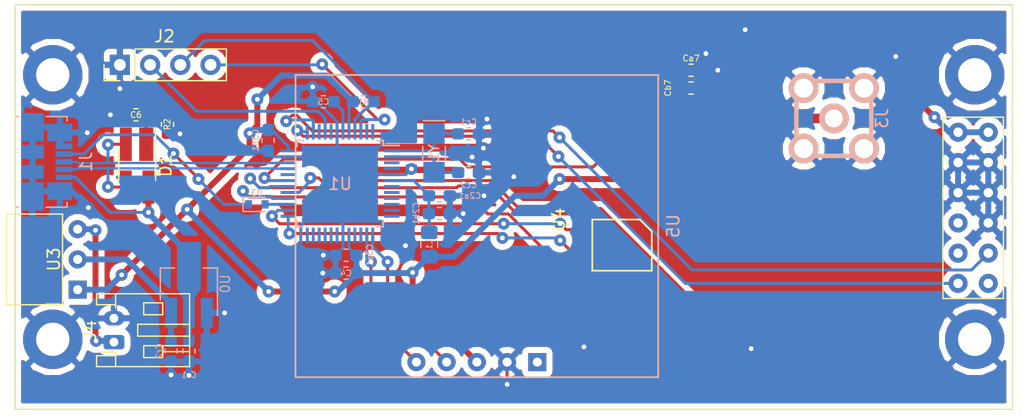
<source format=kicad_pcb>
(kicad_pcb (version 20171130) (host pcbnew 6.0.0-rc1-unknown-ad9916a~66~ubuntu18.04.1)

  (general
    (thickness 1.6)
    (drawings 4)
    (tracks 377)
    (zones 0)
    (modules 29)
    (nets 59)
  )

  (page A4)
  (layers
    (0 F.Cu signal)
    (31 B.Cu signal)
    (32 B.Adhes user)
    (33 F.Adhes user)
    (34 B.Paste user)
    (35 F.Paste user)
    (36 B.SilkS user)
    (37 F.SilkS user)
    (38 B.Mask user)
    (39 F.Mask user)
    (40 Dwgs.User user)
    (41 Cmts.User user)
    (42 Eco1.User user)
    (43 Eco2.User user)
    (44 Edge.Cuts user)
    (45 Margin user)
    (46 B.CrtYd user)
    (47 F.CrtYd user)
    (48 B.Fab user)
    (49 F.Fab user)
  )

  (setup
    (last_trace_width 0.25)
    (trace_clearance 0.2)
    (zone_clearance 0.508)
    (zone_45_only no)
    (trace_min 0.2)
    (via_size 1)
    (via_drill 0.4)
    (via_min_size 0.4)
    (via_min_drill 0.3)
    (uvia_size 0.3)
    (uvia_drill 0.1)
    (uvias_allowed no)
    (uvia_min_size 0.2)
    (uvia_min_drill 0.1)
    (edge_width 0.05)
    (segment_width 0.2)
    (pcb_text_width 0.3)
    (pcb_text_size 1.5 1.5)
    (mod_edge_width 0.12)
    (mod_text_size 1 1)
    (mod_text_width 0.15)
    (pad_size 5 5)
    (pad_drill 2.8)
    (pad_to_mask_clearance 0.051)
    (solder_mask_min_width 0.25)
    (aux_axis_origin 0 0)
    (visible_elements FFFFFF7F)
    (pcbplotparams
      (layerselection 0x010fc_ffffffff)
      (usegerberextensions false)
      (usegerberattributes false)
      (usegerberadvancedattributes false)
      (creategerberjobfile false)
      (excludeedgelayer true)
      (linewidth 0.100000)
      (plotframeref false)
      (viasonmask false)
      (mode 1)
      (useauxorigin false)
      (hpglpennumber 1)
      (hpglpenspeed 20)
      (hpglpendiameter 15.000000)
      (psnegative false)
      (psa4output false)
      (plotreference true)
      (plotvalue true)
      (plotinvisibletext false)
      (padsonsilk false)
      (subtractmaskfromsilk false)
      (outputformat 1)
      (mirror false)
      (drillshape 1)
      (scaleselection 1)
      (outputdirectory ""))
  )

  (net 0 "")
  (net 1 /3V3)
  (net 2 GND)
  (net 3 /VDDCORE)
  (net 4 "Net-(C6-Pad1)")
  (net 5 /VDDANA)
  (net 6 /XIN32)
  (net 7 /XOUT32)
  (net 8 /USB_P)
  (net 9 /USB_N)
  (net 10 /VBUS)
  (net 11 /USB_ID)
  (net 12 /USB/ID)
  (net 13 /SWDIO)
  (net 14 /SWCLK)
  (net 15 /RESET)
  (net 16 /A0)
  (net 17 /AREF)
  (net 18 /LED)
  (net 19 /PB09)
  (net 20 /A3)
  (net 21 /A4)
  (net 22 /A5)
  (net 23 /A6)
  (net 24 /SDA)
  (net 25 /SCL)
  (net 26 /PIN_2)
  (net 27 /PIN_3)
  (net 28 /PIN_4)
  (net 29 /PIN_5)
  (net 30 /SD_MOSI)
  (net 31 /SD_SCK)
  (net 32 /SD_NSS)
  (net 33 /SD_MISO)
  (net 34 /MOSI)
  (net 35 /SCK)
  (net 36 /MISO)
  (net 37 /PIN_1)
  (net 38 /TX)
  (net 39 /RX)
  (net 40 /SD_CD)
  (net 41 /PA28)
  (net 42 /A1)
  (net 43 /A2)
  (net 44 /TRX_NSS)
  (net 45 /TRX_RST)
  (net 46 /Communication/DIO5)
  (net 47 /Communication/DIO3)
  (net 48 /Communication/DIO4)
  (net 49 /TRX_INT)
  (net 50 /Communication/DIO1)
  (net 51 /Communication/DIO2)
  (net 52 /VBAT)
  (net 53 /Communication/ANT)
  (net 54 /Power/REG_USB)
  (net 55 "Net-(U2-Pad7)")
  (net 56 "Net-(U2-Pad9)")
  (net 57 "Net-(U2-Pad12)")
  (net 58 "Net-(U5-Pad1)")

  (net_class Default "This is the default net class."
    (clearance 0.2)
    (trace_width 0.25)
    (via_dia 1)
    (via_drill 0.4)
    (uvia_dia 0.3)
    (uvia_drill 0.1)
    (add_net /A0)
    (add_net /A1)
    (add_net /A2)
    (add_net /A3)
    (add_net /A4)
    (add_net /A5)
    (add_net /A6)
    (add_net /AREF)
    (add_net /Communication/DIO1)
    (add_net /Communication/DIO2)
    (add_net /Communication/DIO3)
    (add_net /Communication/DIO4)
    (add_net /Communication/DIO5)
    (add_net /LED)
    (add_net /MISO)
    (add_net /MOSI)
    (add_net /PA28)
    (add_net /PB09)
    (add_net /PIN_1)
    (add_net /PIN_2)
    (add_net /PIN_3)
    (add_net /PIN_4)
    (add_net /PIN_5)
    (add_net /RESET)
    (add_net /RX)
    (add_net /SCK)
    (add_net /SCL)
    (add_net /SDA)
    (add_net /SD_CD)
    (add_net /SD_MISO)
    (add_net /SD_MOSI)
    (add_net /SD_NSS)
    (add_net /SD_SCK)
    (add_net /SWCLK)
    (add_net /SWDIO)
    (add_net /TRX_INT)
    (add_net /TRX_NSS)
    (add_net /TRX_RST)
    (add_net /TX)
    (add_net /USB/ID)
    (add_net /USB_ID)
    (add_net /USB_N)
    (add_net /USB_P)
    (add_net /VBUS)
    (add_net /VDDANA)
    (add_net /VDDCORE)
    (add_net /XIN32)
    (add_net /XOUT32)
    (add_net GND)
    (add_net "Net-(C6-Pad1)")
    (add_net "Net-(U2-Pad12)")
    (add_net "Net-(U2-Pad7)")
    (add_net "Net-(U2-Pad9)")
    (add_net "Net-(U5-Pad1)")
  )

  (net_class Power ""
    (clearance 0.2)
    (trace_width 0.5)
    (via_dia 1)
    (via_drill 0.4)
    (uvia_dia 0.3)
    (uvia_drill 0.1)
    (add_net /3V3)
    (add_net /Communication/ANT)
    (add_net /Power/REG_USB)
    (add_net /VBAT)
  )

  (net_class uC ""
    (clearance 0.2)
    (trace_width 0.25)
    (via_dia 1)
    (via_drill 0.4)
    (uvia_dia 0.3)
    (uvia_drill 0.1)
  )

  (module GPS:XA1110_I2C (layer B.Cu) (tedit 5BFC5971) (tstamp 5BFC5A80)
    (at 140 69 90)
    (path /5BFD5FD7)
    (fp_text reference U5 (at 0 16.51 90) (layer B.SilkS)
      (effects (font (size 1 1) (thickness 0.15)) (justify mirror))
    )
    (fp_text value XA1110 (at 0 -16.51 90) (layer B.Fab) hide
      (effects (font (size 1 1) (thickness 0.15)) (justify mirror))
    )
    (fp_line (start -12.7 15.24) (end -12.7 -15.24) (layer B.SilkS) (width 0.15))
    (fp_line (start -12.7 -15.24) (end 12.7 -15.24) (layer B.SilkS) (width 0.15))
    (fp_line (start 12.7 -15.24) (end 12.7 15.24) (layer B.SilkS) (width 0.15))
    (fp_line (start -12.7 15.24) (end 12.7 15.24) (layer B.SilkS) (width 0.15))
    (pad 1 thru_hole rect (at -11.43 5.08 90) (size 1.524 1.524) (drill 0.762) (layers *.Cu *.Mask)
      (net 58 "Net-(U5-Pad1)"))
    (pad 2 thru_hole circle (at -11.43 2.54 90) (size 1.524 1.524) (drill 0.762) (layers *.Cu *.Mask)
      (net 2 GND))
    (pad 3 thru_hole circle (at -11.43 0 90) (size 1.524 1.524) (drill 0.762) (layers *.Cu *.Mask)
      (net 1 /3V3))
    (pad 4 thru_hole circle (at -11.43 -2.54 90) (size 1.524 1.524) (drill 0.762) (layers *.Cu *.Mask)
      (net 24 /SDA))
    (pad 5 thru_hole circle (at -11.43 -5.08 90) (size 1.524 1.524) (drill 0.762) (layers *.Cu *.Mask)
      (net 25 /SCL))
  )

  (module GPS:TRH-G2 (layer F.Cu) (tedit 5BFDACBF) (tstamp 5BF81FB8)
    (at 143.1 67.4)
    (path /5BD83F9A)
    (fp_text reference U2 (at 0 -15.24) (layer F.SilkS) hide
      (effects (font (size 1 1) (thickness 0.15)))
    )
    (fp_text value TRH-G2 (at 0 15.24) (layer F.Fab) hide
      (effects (font (size 1 1) (thickness 0.15)))
    )
    (fp_line (start -41.91 -17) (end 41.91 -17) (layer F.SilkS) (width 0.12))
    (fp_line (start -41.91 17) (end 41.91 17) (layer F.SilkS) (width 0.12))
    (fp_line (start 41.91 -17) (end 41.91 17) (layer F.SilkS) (width 0.12))
    (fp_line (start -41.91 17) (end -41.91 -17) (layer F.SilkS) (width 0.12))
    (fp_line (start 36.07 -7.555) (end 41.15 -7.555) (layer F.SilkS) (width 0.12))
    (fp_line (start 41.15 -7.555) (end 41.15 7.685) (layer F.SilkS) (width 0.12))
    (fp_line (start 41.15 7.685) (end 36.07 7.685) (layer F.SilkS) (width 0.12))
    (fp_line (start 36.07 7.685) (end 36.07 -7.555) (layer F.SilkS) (width 0.12))
    (pad "" thru_hole circle (at -38.74 -11.115) (size 5 5) (drill 2.8) (layers *.Cu *.Mask)
      (net 2 GND))
    (pad "" thru_hole circle (at -38.74 11.115) (size 5 5) (drill 2.8) (layers *.Cu *.Mask)
      (net 2 GND))
    (pad "" thru_hole circle (at 38.74 -11.115) (size 5 5) (drill 2.8) (layers *.Cu *.Mask)
      (net 2 GND))
    (pad "" thru_hole circle (at 38.74 11.115) (size 5 5) (drill 2.8) (layers *.Cu *.Mask)
      (net 2 GND))
    (pad 1 thru_hole circle (at 37.34 -6.285) (size 1.6 1.6) (drill 0.8) (layers *.Cu *.Mask)
      (net 1 /3V3))
    (pad 2 thru_hole circle (at 39.88 -6.285) (size 1.6 1.6) (drill 0.8) (layers *.Cu *.Mask)
      (net 1 /3V3))
    (pad 3 thru_hole circle (at 37.34 -3.745) (size 1.6 1.6) (drill 0.8) (layers *.Cu *.Mask)
      (net 2 GND))
    (pad 4 thru_hole circle (at 39.88 -3.745) (size 1.6 1.6) (drill 0.8) (layers *.Cu *.Mask)
      (net 2 GND))
    (pad 5 thru_hole circle (at 37.34 -1.205) (size 1.6 1.6) (drill 0.8) (layers *.Cu *.Mask)
      (net 2 GND))
    (pad 6 thru_hole circle (at 39.88 -1.205) (size 1.6 1.6) (drill 0.8) (layers *.Cu *.Mask)
      (net 2 GND))
    (pad 7 thru_hole circle (at 37.34 1.335) (size 1.6 1.6) (drill 0.8) (layers *.Cu *.Mask)
      (net 55 "Net-(U2-Pad7)"))
    (pad 8 thru_hole circle (at 39.88 1.335) (size 1.6 1.6) (drill 0.8) (layers *.Cu *.Mask)
      (net 2 GND))
    (pad 9 thru_hole circle (at 37.34 3.875) (size 1.6 1.6) (drill 0.8) (layers *.Cu *.Mask)
      (net 56 "Net-(U2-Pad9)"))
    (pad 10 thru_hole circle (at 39.88 3.875) (size 1.6 1.6) (drill 0.8) (layers *.Cu *.Mask)
      (net 39 /RX))
    (pad 11 thru_hole circle (at 37.34 6.415) (size 1.6 1.6) (drill 0.8) (layers *.Cu *.Mask)
      (net 38 /TX))
    (pad 12 thru_hole circle (at 39.88 6.415) (size 1.6 1.6) (drill 0.8) (layers *.Cu *.Mask)
      (net 57 "Net-(U2-Pad12)"))
    (model ${KISYS3DMOD}/Connector_PinSocket_2.54mm.3dshapes/PinSocket_2x06_P2.54mm_Vertical.step
      (offset (xyz 39.88 6.3 0))
      (scale (xyz 1 1 1))
      (rotate (xyz 0 0 0))
    )
  )

  (module Antenna:SMA (layer B.Cu) (tedit 5BF8679D) (tstamp 5BFC5E3C)
    (at 170 59.95 270)
    (path /5BD13DD6/5BD153FD)
    (fp_text reference J3 (at 0 -4.05 270) (layer B.SilkS)
      (effects (font (size 1 1) (thickness 0.15)) (justify mirror))
    )
    (fp_text value SMA (at 0 5.08 270) (layer B.Fab) hide
      (effects (font (size 1 1) (thickness 0.15)) (justify mirror))
    )
    (fp_line (start -3.1496 -3.1496) (end 3.1496 -3.1496) (layer B.SilkS) (width 0.381))
    (fp_line (start -3.1496 3.1496) (end 3.1496 3.1496) (layer B.SilkS) (width 0.381))
    (fp_line (start 3.1496 3.1496) (end 3.1496 -3.1496) (layer B.SilkS) (width 0.381))
    (fp_line (start -3.1496 -3.1496) (end -3.1496 3.1496) (layer B.SilkS) (width 0.381))
    (pad 2 thru_hole circle (at -2.54 2.54 270) (size 2.5 2.5) (drill 1.6) (layers *.Cu *.Mask B.SilkS)
      (net 2 GND))
    (pad 3 thru_hole circle (at 2.54 2.54 270) (size 2.5 2.5) (drill 1.6) (layers *.Cu *.Mask B.SilkS)
      (net 2 GND))
    (pad 5 thru_hole circle (at -2.54 -2.54 270) (size 2.5 2.5) (drill 1.6) (layers *.Cu *.Mask B.SilkS)
      (net 2 GND))
    (pad 4 thru_hole circle (at 2.54 -2.54 270) (size 2.5 2.5) (drill 1.6) (layers *.Cu *.Mask B.SilkS)
      (net 2 GND))
    (pad 1 thru_hole circle (at 0 0 270) (size 2.5 2.5) (drill 1.5) (layers *.Cu *.Mask B.SilkS)
      (net 53 /Communication/ANT))
    (model ../../../../../home/electronica/Dropbox/Femtosat/Library/Antenna/SMA.wrl
      (offset (xyz 0 0 -7.746999883651733))
      (scale (xyz 0.4 0.4 0.4))
      (rotate (xyz -90 0 -90))
    )
  )

  (module Capacitor_SMD:C_0603_1608Metric_Pad1.05x0.95mm_HandSolder (layer B.Cu) (tedit 5B301BBE) (tstamp 5BD2BD83)
    (at 129 72.95 180)
    (descr "Capacitor SMD 0603 (1608 Metric), square (rectangular) end terminal, IPC_7351 nominal with elongated pad for handsoldering. (Body size source: http://www.tortai-tech.com/upload/download/2011102023233369053.pdf), generated with kicad-footprint-generator")
    (tags "capacitor handsolder")
    (path /5B6351C6/5B635382)
    (attr smd)
    (fp_text reference C4 (at 0 0 180) (layer B.SilkS)
      (effects (font (size 0.5 0.5) (thickness 0.08)) (justify mirror))
    )
    (fp_text value 10uF (at 0 -1.43 180) (layer B.Fab) hide
      (effects (font (size 1 1) (thickness 0.15)) (justify mirror))
    )
    (fp_line (start -0.8 -0.4) (end -0.8 0.4) (layer B.Fab) (width 0.1))
    (fp_line (start -0.8 0.4) (end 0.8 0.4) (layer B.Fab) (width 0.1))
    (fp_line (start 0.8 0.4) (end 0.8 -0.4) (layer B.Fab) (width 0.1))
    (fp_line (start 0.8 -0.4) (end -0.8 -0.4) (layer B.Fab) (width 0.1))
    (fp_line (start -0.171267 0.51) (end 0.171267 0.51) (layer B.SilkS) (width 0.12))
    (fp_line (start -0.171267 -0.51) (end 0.171267 -0.51) (layer B.SilkS) (width 0.12))
    (fp_line (start -1.65 -0.73) (end -1.65 0.73) (layer B.CrtYd) (width 0.05))
    (fp_line (start -1.65 0.73) (end 1.65 0.73) (layer B.CrtYd) (width 0.05))
    (fp_line (start 1.65 0.73) (end 1.65 -0.73) (layer B.CrtYd) (width 0.05))
    (fp_line (start 1.65 -0.73) (end -1.65 -0.73) (layer B.CrtYd) (width 0.05))
    (fp_text user %R (at 0 0 180) (layer B.Fab) hide
      (effects (font (size 0.4 0.4) (thickness 0.06)) (justify mirror))
    )
    (pad 1 smd roundrect (at -0.875 0 180) (size 1.05 0.95) (layers B.Cu B.Paste B.Mask) (roundrect_rratio 0.25)
      (net 1 /3V3))
    (pad 2 smd roundrect (at 0.875 0 180) (size 1.05 0.95) (layers B.Cu B.Paste B.Mask) (roundrect_rratio 0.25)
      (net 2 GND))
    (model ${KISYS3DMOD}/Capacitor_SMD.3dshapes/C_0603_1608Metric.wrl
      (at (xyz 0 0 0))
      (scale (xyz 1 1 1))
      (rotate (xyz 0 0 0))
    )
  )

  (module Capacitor_SMD:C_0603_1608Metric_Pad1.05x0.95mm_HandSolder (layer B.Cu) (tedit 5B301BBE) (tstamp 5BD2BD94)
    (at 127.1 58.55 180)
    (descr "Capacitor SMD 0603 (1608 Metric), square (rectangular) end terminal, IPC_7351 nominal with elongated pad for handsoldering. (Body size source: http://www.tortai-tech.com/upload/download/2011102023233369053.pdf), generated with kicad-footprint-generator")
    (tags "capacitor handsolder")
    (path /5B6351C6/5B635301)
    (attr smd)
    (fp_text reference C5 (at 0 0 180) (layer B.SilkS)
      (effects (font (size 0.5 0.5) (thickness 0.08)) (justify mirror))
    )
    (fp_text value 1uF (at 0 -1.43 180) (layer B.Fab) hide
      (effects (font (size 1 1) (thickness 0.15)) (justify mirror))
    )
    (fp_line (start -0.8 -0.4) (end -0.8 0.4) (layer B.Fab) (width 0.1))
    (fp_line (start -0.8 0.4) (end 0.8 0.4) (layer B.Fab) (width 0.1))
    (fp_line (start 0.8 0.4) (end 0.8 -0.4) (layer B.Fab) (width 0.1))
    (fp_line (start 0.8 -0.4) (end -0.8 -0.4) (layer B.Fab) (width 0.1))
    (fp_line (start -0.171267 0.51) (end 0.171267 0.51) (layer B.SilkS) (width 0.12))
    (fp_line (start -0.171267 -0.51) (end 0.171267 -0.51) (layer B.SilkS) (width 0.12))
    (fp_line (start -1.65 -0.73) (end -1.65 0.73) (layer B.CrtYd) (width 0.05))
    (fp_line (start -1.65 0.73) (end 1.65 0.73) (layer B.CrtYd) (width 0.05))
    (fp_line (start 1.65 0.73) (end 1.65 -0.73) (layer B.CrtYd) (width 0.05))
    (fp_line (start 1.65 -0.73) (end -1.65 -0.73) (layer B.CrtYd) (width 0.05))
    (fp_text user %R (at 0 0 180) (layer B.Fab) hide
      (effects (font (size 0.4 0.4) (thickness 0.06)) (justify mirror))
    )
    (pad 1 smd roundrect (at -0.875 0 180) (size 1.05 0.95) (layers B.Cu B.Paste B.Mask) (roundrect_rratio 0.25)
      (net 3 /VDDCORE))
    (pad 2 smd roundrect (at 0.875 0 180) (size 1.05 0.95) (layers B.Cu B.Paste B.Mask) (roundrect_rratio 0.25)
      (net 2 GND))
    (model ${KISYS3DMOD}/Capacitor_SMD.3dshapes/C_0603_1608Metric.wrl
      (at (xyz 0 0 0))
      (scale (xyz 1 1 1))
      (rotate (xyz 0 0 0))
    )
  )

  (module Capacitor_SMD:C_0603_1608Metric_Pad1.05x0.95mm_HandSolder (layer F.Cu) (tedit 5B301BBE) (tstamp 5BD2BDA5)
    (at 111.35 59.65 180)
    (descr "Capacitor SMD 0603 (1608 Metric), square (rectangular) end terminal, IPC_7351 nominal with elongated pad for handsoldering. (Body size source: http://www.tortai-tech.com/upload/download/2011102023233369053.pdf), generated with kicad-footprint-generator")
    (tags "capacitor handsolder")
    (path /5B626331/5B62BE71)
    (attr smd)
    (fp_text reference C6 (at 0 0 180) (layer F.SilkS)
      (effects (font (size 0.5 0.5) (thickness 0.08)))
    )
    (fp_text value 4.7nF (at 0 1.43 180) (layer F.Fab) hide
      (effects (font (size 1 1) (thickness 0.15)))
    )
    (fp_line (start -0.8 0.4) (end -0.8 -0.4) (layer F.Fab) (width 0.1))
    (fp_line (start -0.8 -0.4) (end 0.8 -0.4) (layer F.Fab) (width 0.1))
    (fp_line (start 0.8 -0.4) (end 0.8 0.4) (layer F.Fab) (width 0.1))
    (fp_line (start 0.8 0.4) (end -0.8 0.4) (layer F.Fab) (width 0.1))
    (fp_line (start -0.171267 -0.51) (end 0.171267 -0.51) (layer F.SilkS) (width 0.12))
    (fp_line (start -0.171267 0.51) (end 0.171267 0.51) (layer F.SilkS) (width 0.12))
    (fp_line (start -1.65 0.73) (end -1.65 -0.73) (layer F.CrtYd) (width 0.05))
    (fp_line (start -1.65 -0.73) (end 1.65 -0.73) (layer F.CrtYd) (width 0.05))
    (fp_line (start 1.65 -0.73) (end 1.65 0.73) (layer F.CrtYd) (width 0.05))
    (fp_line (start 1.65 0.73) (end -1.65 0.73) (layer F.CrtYd) (width 0.05))
    (fp_text user %R (at 0 0 180) (layer F.Fab) hide
      (effects (font (size 0.4 0.4) (thickness 0.06)))
    )
    (pad 1 smd roundrect (at -0.875 0 180) (size 1.05 0.95) (layers F.Cu F.Paste F.Mask) (roundrect_rratio 0.25)
      (net 4 "Net-(C6-Pad1)"))
    (pad 2 smd roundrect (at 0.875 0 180) (size 1.05 0.95) (layers F.Cu F.Paste F.Mask) (roundrect_rratio 0.25)
      (net 2 GND))
    (model ${KISYS3DMOD}/Capacitor_SMD.3dshapes/C_0603_1608Metric.wrl
      (at (xyz 0 0 0))
      (scale (xyz 1 1 1))
      (rotate (xyz 0 0 0))
    )
  )

  (module Capacitor_SMD:C_0603_1608Metric_Pad1.05x0.95mm_HandSolder (layer B.Cu) (tedit 5B301BBE) (tstamp 5BD2BDB6)
    (at 136.85 66.45)
    (descr "Capacitor SMD 0603 (1608 Metric), square (rectangular) end terminal, IPC_7351 nominal with elongated pad for handsoldering. (Body size source: http://www.tortai-tech.com/upload/download/2011102023233369053.pdf), generated with kicad-footprint-generator")
    (tags "capacitor handsolder")
    (path /5B6351C6/5B635342)
    (attr smd)
    (fp_text reference C2a1 (at 2.55 0) (layer B.SilkS)
      (effects (font (size 0.5 0.5) (thickness 0.08)) (justify mirror))
    )
    (fp_text value 10uF (at 0 -1.43) (layer B.Fab) hide
      (effects (font (size 1 1) (thickness 0.15)) (justify mirror))
    )
    (fp_text user %R (at 0 0) (layer B.Fab) hide
      (effects (font (size 0.4 0.4) (thickness 0.06)) (justify mirror))
    )
    (fp_line (start 1.65 -0.73) (end -1.65 -0.73) (layer B.CrtYd) (width 0.05))
    (fp_line (start 1.65 0.73) (end 1.65 -0.73) (layer B.CrtYd) (width 0.05))
    (fp_line (start -1.65 0.73) (end 1.65 0.73) (layer B.CrtYd) (width 0.05))
    (fp_line (start -1.65 -0.73) (end -1.65 0.73) (layer B.CrtYd) (width 0.05))
    (fp_line (start -0.171267 -0.51) (end 0.171267 -0.51) (layer B.SilkS) (width 0.12))
    (fp_line (start -0.171267 0.51) (end 0.171267 0.51) (layer B.SilkS) (width 0.12))
    (fp_line (start 0.8 -0.4) (end -0.8 -0.4) (layer B.Fab) (width 0.1))
    (fp_line (start 0.8 0.4) (end 0.8 -0.4) (layer B.Fab) (width 0.1))
    (fp_line (start -0.8 0.4) (end 0.8 0.4) (layer B.Fab) (width 0.1))
    (fp_line (start -0.8 -0.4) (end -0.8 0.4) (layer B.Fab) (width 0.1))
    (pad 2 smd roundrect (at 0.875 0) (size 1.05 0.95) (layers B.Cu B.Paste B.Mask) (roundrect_rratio 0.25)
      (net 2 GND))
    (pad 1 smd roundrect (at -0.875 0) (size 1.05 0.95) (layers B.Cu B.Paste B.Mask) (roundrect_rratio 0.25)
      (net 5 /VDDANA))
    (model ${KISYS3DMOD}/Capacitor_SMD.3dshapes/C_0603_1608Metric.wrl
      (at (xyz 0 0 0))
      (scale (xyz 1 1 1))
      (rotate (xyz 0 0 0))
    )
  )

  (module Capacitor_SMD:C_0603_1608Metric_Pad1.05x0.95mm_HandSolder (layer B.Cu) (tedit 5B301BBE) (tstamp 5BD2BDC7)
    (at 136.85 67.95)
    (descr "Capacitor SMD 0603 (1608 Metric), square (rectangular) end terminal, IPC_7351 nominal with elongated pad for handsoldering. (Body size source: http://www.tortai-tech.com/upload/download/2011102023233369053.pdf), generated with kicad-footprint-generator")
    (tags "capacitor handsolder")
    (path /5B6351C6/5B635202)
    (attr smd)
    (fp_text reference C2b1 (at -1.95 0 270) (layer B.SilkS)
      (effects (font (size 0.5 0.5) (thickness 0.08)) (justify mirror))
    )
    (fp_text value 100nF (at 0 -1.43) (layer B.Fab) hide
      (effects (font (size 1 1) (thickness 0.15)) (justify mirror))
    )
    (fp_text user %R (at 0 0) (layer B.Fab) hide
      (effects (font (size 0.4 0.4) (thickness 0.06)) (justify mirror))
    )
    (fp_line (start 1.65 -0.73) (end -1.65 -0.73) (layer B.CrtYd) (width 0.05))
    (fp_line (start 1.65 0.73) (end 1.65 -0.73) (layer B.CrtYd) (width 0.05))
    (fp_line (start -1.65 0.73) (end 1.65 0.73) (layer B.CrtYd) (width 0.05))
    (fp_line (start -1.65 -0.73) (end -1.65 0.73) (layer B.CrtYd) (width 0.05))
    (fp_line (start -0.171267 -0.51) (end 0.171267 -0.51) (layer B.SilkS) (width 0.12))
    (fp_line (start -0.171267 0.51) (end 0.171267 0.51) (layer B.SilkS) (width 0.12))
    (fp_line (start 0.8 -0.4) (end -0.8 -0.4) (layer B.Fab) (width 0.1))
    (fp_line (start 0.8 0.4) (end 0.8 -0.4) (layer B.Fab) (width 0.1))
    (fp_line (start -0.8 0.4) (end 0.8 0.4) (layer B.Fab) (width 0.1))
    (fp_line (start -0.8 -0.4) (end -0.8 0.4) (layer B.Fab) (width 0.1))
    (pad 2 smd roundrect (at 0.875 0) (size 1.05 0.95) (layers B.Cu B.Paste B.Mask) (roundrect_rratio 0.25)
      (net 2 GND))
    (pad 1 smd roundrect (at -0.875 0) (size 1.05 0.95) (layers B.Cu B.Paste B.Mask) (roundrect_rratio 0.25)
      (net 5 /VDDANA))
    (model ${KISYS3DMOD}/Capacitor_SMD.3dshapes/C_0603_1608Metric.wrl
      (at (xyz 0 0 0))
      (scale (xyz 1 1 1))
      (rotate (xyz 0 0 0))
    )
  )

  (module Capacitor_SMD:C_0603_1608Metric_Pad1.05x0.95mm_HandSolder (layer B.Cu) (tedit 5B301BBE) (tstamp 5BD2BDD8)
    (at 129 71.45 180)
    (descr "Capacitor SMD 0603 (1608 Metric), square (rectangular) end terminal, IPC_7351 nominal with elongated pad for handsoldering. (Body size source: http://www.tortai-tech.com/upload/download/2011102023233369053.pdf), generated with kicad-footprint-generator")
    (tags "capacitor handsolder")
    (path /5B6351C6/5B6353CA)
    (attr smd)
    (fp_text reference C3a1 (at -2 0 270) (layer B.SilkS)
      (effects (font (size 0.5 0.5) (thickness 0.08)) (justify mirror))
    )
    (fp_text value 100nF (at 0 -1.43 180) (layer B.Fab) hide
      (effects (font (size 1 1) (thickness 0.15)) (justify mirror))
    )
    (fp_text user %R (at 0 0 180) (layer B.Fab) hide
      (effects (font (size 0.4 0.4) (thickness 0.06)) (justify mirror))
    )
    (fp_line (start 1.65 -0.73) (end -1.65 -0.73) (layer B.CrtYd) (width 0.05))
    (fp_line (start 1.65 0.73) (end 1.65 -0.73) (layer B.CrtYd) (width 0.05))
    (fp_line (start -1.65 0.73) (end 1.65 0.73) (layer B.CrtYd) (width 0.05))
    (fp_line (start -1.65 -0.73) (end -1.65 0.73) (layer B.CrtYd) (width 0.05))
    (fp_line (start -0.171267 -0.51) (end 0.171267 -0.51) (layer B.SilkS) (width 0.12))
    (fp_line (start -0.171267 0.51) (end 0.171267 0.51) (layer B.SilkS) (width 0.12))
    (fp_line (start 0.8 -0.4) (end -0.8 -0.4) (layer B.Fab) (width 0.1))
    (fp_line (start 0.8 0.4) (end 0.8 -0.4) (layer B.Fab) (width 0.1))
    (fp_line (start -0.8 0.4) (end 0.8 0.4) (layer B.Fab) (width 0.1))
    (fp_line (start -0.8 -0.4) (end -0.8 0.4) (layer B.Fab) (width 0.1))
    (pad 2 smd roundrect (at 0.875 0 180) (size 1.05 0.95) (layers B.Cu B.Paste B.Mask) (roundrect_rratio 0.25)
      (net 2 GND))
    (pad 1 smd roundrect (at -0.875 0 180) (size 1.05 0.95) (layers B.Cu B.Paste B.Mask) (roundrect_rratio 0.25)
      (net 1 /3V3))
    (model ${KISYS3DMOD}/Capacitor_SMD.3dshapes/C_0603_1608Metric.wrl
      (at (xyz 0 0 0))
      (scale (xyz 1 1 1))
      (rotate (xyz 0 0 0))
    )
  )

  (module Capacitor_SMD:C_0603_1608Metric_Pad1.05x0.95mm_HandSolder (layer B.Cu) (tedit 5B301BBE) (tstamp 5BD2BDE9)
    (at 122.45 61.8 270)
    (descr "Capacitor SMD 0603 (1608 Metric), square (rectangular) end terminal, IPC_7351 nominal with elongated pad for handsoldering. (Body size source: http://www.tortai-tech.com/upload/download/2011102023233369053.pdf), generated with kicad-footprint-generator")
    (tags "capacitor handsolder")
    (path /5B6351C6/5B6353F2)
    (attr smd)
    (fp_text reference C3b1 (at 0 1.05 270) (layer B.SilkS)
      (effects (font (size 0.5 0.5) (thickness 0.08)) (justify mirror))
    )
    (fp_text value 100nF (at 0 -1.43 270) (layer B.Fab) hide
      (effects (font (size 1 1) (thickness 0.15)) (justify mirror))
    )
    (fp_line (start -0.8 -0.4) (end -0.8 0.4) (layer B.Fab) (width 0.1))
    (fp_line (start -0.8 0.4) (end 0.8 0.4) (layer B.Fab) (width 0.1))
    (fp_line (start 0.8 0.4) (end 0.8 -0.4) (layer B.Fab) (width 0.1))
    (fp_line (start 0.8 -0.4) (end -0.8 -0.4) (layer B.Fab) (width 0.1))
    (fp_line (start -0.171267 0.51) (end 0.171267 0.51) (layer B.SilkS) (width 0.12))
    (fp_line (start -0.171267 -0.51) (end 0.171267 -0.51) (layer B.SilkS) (width 0.12))
    (fp_line (start -1.65 -0.73) (end -1.65 0.73) (layer B.CrtYd) (width 0.05))
    (fp_line (start -1.65 0.73) (end 1.65 0.73) (layer B.CrtYd) (width 0.05))
    (fp_line (start 1.65 0.73) (end 1.65 -0.73) (layer B.CrtYd) (width 0.05))
    (fp_line (start 1.65 -0.73) (end -1.65 -0.73) (layer B.CrtYd) (width 0.05))
    (fp_text user %R (at 0 0 270) (layer B.Fab) hide
      (effects (font (size 0.4 0.4) (thickness 0.06)) (justify mirror))
    )
    (pad 1 smd roundrect (at -0.875 0 270) (size 1.05 0.95) (layers B.Cu B.Paste B.Mask) (roundrect_rratio 0.25)
      (net 1 /3V3))
    (pad 2 smd roundrect (at 0.875 0 270) (size 1.05 0.95) (layers B.Cu B.Paste B.Mask) (roundrect_rratio 0.25)
      (net 2 GND))
    (model ${KISYS3DMOD}/Capacitor_SMD.3dshapes/C_0603_1608Metric.wrl
      (at (xyz 0 0 0))
      (scale (xyz 1 1 1))
      (rotate (xyz 0 0 0))
    )
  )

  (module Capacitor_SMD:C_0603_1608Metric_Pad1.05x0.95mm_HandSolder (layer B.Cu) (tedit 5B301BBE) (tstamp 5BD2BDFA)
    (at 139.3 61.25)
    (descr "Capacitor SMD 0603 (1608 Metric), square (rectangular) end terminal, IPC_7351 nominal with elongated pad for handsoldering. (Body size source: http://www.tortai-tech.com/upload/download/2011102023233369053.pdf), generated with kicad-footprint-generator")
    (tags "capacitor handsolder")
    (path /5B653719)
    (attr smd)
    (fp_text reference Cc1 (at 0 -1) (layer B.SilkS)
      (effects (font (size 0.5 0.5) (thickness 0.08)) (justify mirror))
    )
    (fp_text value 9pF (at 0 -1.43) (layer B.Fab) hide
      (effects (font (size 1 1) (thickness 0.15)) (justify mirror))
    )
    (fp_line (start -0.8 -0.4) (end -0.8 0.4) (layer B.Fab) (width 0.1))
    (fp_line (start -0.8 0.4) (end 0.8 0.4) (layer B.Fab) (width 0.1))
    (fp_line (start 0.8 0.4) (end 0.8 -0.4) (layer B.Fab) (width 0.1))
    (fp_line (start 0.8 -0.4) (end -0.8 -0.4) (layer B.Fab) (width 0.1))
    (fp_line (start -0.171267 0.51) (end 0.171267 0.51) (layer B.SilkS) (width 0.12))
    (fp_line (start -0.171267 -0.51) (end 0.171267 -0.51) (layer B.SilkS) (width 0.12))
    (fp_line (start -1.65 -0.73) (end -1.65 0.73) (layer B.CrtYd) (width 0.05))
    (fp_line (start -1.65 0.73) (end 1.65 0.73) (layer B.CrtYd) (width 0.05))
    (fp_line (start 1.65 0.73) (end 1.65 -0.73) (layer B.CrtYd) (width 0.05))
    (fp_line (start 1.65 -0.73) (end -1.65 -0.73) (layer B.CrtYd) (width 0.05))
    (fp_text user %R (at 0 0) (layer B.Fab) hide
      (effects (font (size 0.4 0.4) (thickness 0.06)) (justify mirror))
    )
    (pad 1 smd roundrect (at -0.875 0) (size 1.05 0.95) (layers B.Cu B.Paste B.Mask) (roundrect_rratio 0.25)
      (net 6 /XIN32))
    (pad 2 smd roundrect (at 0.875 0) (size 1.05 0.95) (layers B.Cu B.Paste B.Mask) (roundrect_rratio 0.25)
      (net 2 GND))
    (model ${KISYS3DMOD}/Capacitor_SMD.3dshapes/C_0603_1608Metric.wrl
      (at (xyz 0 0 0))
      (scale (xyz 1 1 1))
      (rotate (xyz 0 0 0))
    )
  )

  (module Capacitor_SMD:C_0603_1608Metric_Pad1.05x0.95mm_HandSolder (layer B.Cu) (tedit 5B301BBE) (tstamp 5BD2BE0B)
    (at 139.3 64.5)
    (descr "Capacitor SMD 0603 (1608 Metric), square (rectangular) end terminal, IPC_7351 nominal with elongated pad for handsoldering. (Body size source: http://www.tortai-tech.com/upload/download/2011102023233369053.pdf), generated with kicad-footprint-generator")
    (tags "capacitor handsolder")
    (path /5B653749)
    (attr smd)
    (fp_text reference Cc2 (at 0 1.05) (layer B.SilkS)
      (effects (font (size 0.5 0.5) (thickness 0.08)) (justify mirror))
    )
    (fp_text value 9pF (at 0 -1.43) (layer B.Fab) hide
      (effects (font (size 1 1) (thickness 0.15)) (justify mirror))
    )
    (fp_line (start -0.8 -0.4) (end -0.8 0.4) (layer B.Fab) (width 0.1))
    (fp_line (start -0.8 0.4) (end 0.8 0.4) (layer B.Fab) (width 0.1))
    (fp_line (start 0.8 0.4) (end 0.8 -0.4) (layer B.Fab) (width 0.1))
    (fp_line (start 0.8 -0.4) (end -0.8 -0.4) (layer B.Fab) (width 0.1))
    (fp_line (start -0.171267 0.51) (end 0.171267 0.51) (layer B.SilkS) (width 0.12))
    (fp_line (start -0.171267 -0.51) (end 0.171267 -0.51) (layer B.SilkS) (width 0.12))
    (fp_line (start -1.65 -0.73) (end -1.65 0.73) (layer B.CrtYd) (width 0.05))
    (fp_line (start -1.65 0.73) (end 1.65 0.73) (layer B.CrtYd) (width 0.05))
    (fp_line (start 1.65 0.73) (end 1.65 -0.73) (layer B.CrtYd) (width 0.05))
    (fp_line (start 1.65 -0.73) (end -1.65 -0.73) (layer B.CrtYd) (width 0.05))
    (fp_text user %R (at 0 0) (layer B.Fab) hide
      (effects (font (size 0.4 0.4) (thickness 0.06)) (justify mirror))
    )
    (pad 1 smd roundrect (at -0.875 0) (size 1.05 0.95) (layers B.Cu B.Paste B.Mask) (roundrect_rratio 0.25)
      (net 7 /XOUT32))
    (pad 2 smd roundrect (at 0.875 0) (size 1.05 0.95) (layers B.Cu B.Paste B.Mask) (roundrect_rratio 0.25)
      (net 2 GND))
    (model ${KISYS3DMOD}/Capacitor_SMD.3dshapes/C_0603_1608Metric.wrl
      (at (xyz 0 0 0))
      (scale (xyz 1 1 1))
      (rotate (xyz 0 0 0))
    )
  )

  (module Capacitor_SMD:C_0603_1608Metric_Pad1.05x0.95mm_HandSolder (layer B.Cu) (tedit 5B301BBE) (tstamp 5BD2BE1C)
    (at 115.8 79.5 270)
    (descr "Capacitor SMD 0603 (1608 Metric), square (rectangular) end terminal, IPC_7351 nominal with elongated pad for handsoldering. (Body size source: http://www.tortai-tech.com/upload/download/2011102023233369053.pdf), generated with kicad-footprint-generator")
    (tags "capacitor handsolder")
    (path /5B6351C6/5BB30701)
    (attr smd)
    (fp_text reference Cr1 (at 2 0 180) (layer B.SilkS)
      (effects (font (size 0.5 0.5) (thickness 0.08)) (justify mirror))
    )
    (fp_text value 1uF (at 0 -1.43 270) (layer B.Fab) hide
      (effects (font (size 1 1) (thickness 0.15)) (justify mirror))
    )
    (fp_text user %R (at 0 0 270) (layer B.Fab) hide
      (effects (font (size 0.4 0.4) (thickness 0.06)) (justify mirror))
    )
    (fp_line (start 1.65 -0.73) (end -1.65 -0.73) (layer B.CrtYd) (width 0.05))
    (fp_line (start 1.65 0.73) (end 1.65 -0.73) (layer B.CrtYd) (width 0.05))
    (fp_line (start -1.65 0.73) (end 1.65 0.73) (layer B.CrtYd) (width 0.05))
    (fp_line (start -1.65 -0.73) (end -1.65 0.73) (layer B.CrtYd) (width 0.05))
    (fp_line (start -0.171267 -0.51) (end 0.171267 -0.51) (layer B.SilkS) (width 0.12))
    (fp_line (start -0.171267 0.51) (end 0.171267 0.51) (layer B.SilkS) (width 0.12))
    (fp_line (start 0.8 -0.4) (end -0.8 -0.4) (layer B.Fab) (width 0.1))
    (fp_line (start 0.8 0.4) (end 0.8 -0.4) (layer B.Fab) (width 0.1))
    (fp_line (start -0.8 0.4) (end 0.8 0.4) (layer B.Fab) (width 0.1))
    (fp_line (start -0.8 -0.4) (end -0.8 0.4) (layer B.Fab) (width 0.1))
    (pad 2 smd roundrect (at 0.875 0 270) (size 1.05 0.95) (layers B.Cu B.Paste B.Mask) (roundrect_rratio 0.25)
      (net 2 GND))
    (pad 1 smd roundrect (at -0.875 0 270) (size 1.05 0.95) (layers B.Cu B.Paste B.Mask) (roundrect_rratio 0.25)
      (net 10 /VBUS))
    (model ${KISYS3DMOD}/Capacitor_SMD.3dshapes/C_0603_1608Metric.wrl
      (at (xyz 0 0 0))
      (scale (xyz 1 1 1))
      (rotate (xyz 0 0 0))
    )
  )

  (module Capacitor_SMD:C_0603_1608Metric_Pad1.05x0.95mm_HandSolder (layer B.Cu) (tedit 5B301BBE) (tstamp 5BD2BE2D)
    (at 114.3 79.5 270)
    (descr "Capacitor SMD 0603 (1608 Metric), square (rectangular) end terminal, IPC_7351 nominal with elongated pad for handsoldering. (Body size source: http://www.tortai-tech.com/upload/download/2011102023233369053.pdf), generated with kicad-footprint-generator")
    (tags "capacitor handsolder")
    (path /5B6351C6/5BB3073D)
    (attr smd)
    (fp_text reference Cr2 (at 0 1 270) (layer B.SilkS)
      (effects (font (size 0.5 0.5) (thickness 0.08)) (justify mirror))
    )
    (fp_text value 1uF (at 0 -1.43 270) (layer B.Fab) hide
      (effects (font (size 1 1) (thickness 0.15)) (justify mirror))
    )
    (fp_text user %R (at 0 0 270) (layer B.Fab) hide
      (effects (font (size 0.4 0.4) (thickness 0.06)) (justify mirror))
    )
    (fp_line (start 1.65 -0.73) (end -1.65 -0.73) (layer B.CrtYd) (width 0.05))
    (fp_line (start 1.65 0.73) (end 1.65 -0.73) (layer B.CrtYd) (width 0.05))
    (fp_line (start -1.65 0.73) (end 1.65 0.73) (layer B.CrtYd) (width 0.05))
    (fp_line (start -1.65 -0.73) (end -1.65 0.73) (layer B.CrtYd) (width 0.05))
    (fp_line (start -0.171267 -0.51) (end 0.171267 -0.51) (layer B.SilkS) (width 0.12))
    (fp_line (start -0.171267 0.51) (end 0.171267 0.51) (layer B.SilkS) (width 0.12))
    (fp_line (start 0.8 -0.4) (end -0.8 -0.4) (layer B.Fab) (width 0.1))
    (fp_line (start 0.8 0.4) (end 0.8 -0.4) (layer B.Fab) (width 0.1))
    (fp_line (start -0.8 0.4) (end 0.8 0.4) (layer B.Fab) (width 0.1))
    (fp_line (start -0.8 -0.4) (end -0.8 0.4) (layer B.Fab) (width 0.1))
    (pad 2 smd roundrect (at 0.875 0 270) (size 1.05 0.95) (layers B.Cu B.Paste B.Mask) (roundrect_rratio 0.25)
      (net 2 GND))
    (pad 1 smd roundrect (at -0.875 0 270) (size 1.05 0.95) (layers B.Cu B.Paste B.Mask) (roundrect_rratio 0.25)
      (net 54 /Power/REG_USB))
    (model ${KISYS3DMOD}/Capacitor_SMD.3dshapes/C_0603_1608Metric.wrl
      (at (xyz 0 0 0))
      (scale (xyz 1 1 1))
      (rotate (xyz 0 0 0))
    )
  )

  (module Package_TO_SOT_SMD:SOT-143_Handsoldering (layer F.Cu) (tedit 5A02FF57) (tstamp 5BD2BE41)
    (at 111.45 63.925 270)
    (descr "SOT-143 Handsoldering")
    (tags "SOT-143 Handsoldering")
    (path /5B626331/5B62BD6A)
    (attr smd)
    (fp_text reference D1 (at -0.02 -2.38 270) (layer F.SilkS)
      (effects (font (size 1 1) (thickness 0.15)))
    )
    (fp_text value PRTR5V0U2X (at -0.02 2.48 270) (layer F.Fab) hide
      (effects (font (size 1 1) (thickness 0.15)))
    )
    (fp_text user %R (at 0 0) (layer F.Fab) hide
      (effects (font (size 0.5 0.5) (thickness 0.075)))
    )
    (fp_line (start 1.25 1.55) (end -1.25 1.55) (layer F.SilkS) (width 0.12))
    (fp_line (start 1.25 -1.55) (end -3.15 -1.55) (layer F.SilkS) (width 0.12))
    (fp_line (start -0.6 -1.5) (end -1.2 -1) (layer F.Fab) (width 0.1))
    (fp_line (start -0.6 -1.5) (end 1.2 -1.5) (layer F.Fab) (width 0.1))
    (fp_line (start -1.2 1.5) (end -1.2 -1) (layer F.Fab) (width 0.1))
    (fp_line (start 1.2 1.5) (end -1.2 1.5) (layer F.Fab) (width 0.1))
    (fp_line (start 1.2 -1.5) (end 1.2 1.5) (layer F.Fab) (width 0.1))
    (fp_line (start 3.45 -1.75) (end 3.45 1.75) (layer F.CrtYd) (width 0.05))
    (fp_line (start 3.45 -1.75) (end -3.45 -1.75) (layer F.CrtYd) (width 0.05))
    (fp_line (start -3.45 1.75) (end 3.45 1.75) (layer F.CrtYd) (width 0.05))
    (fp_line (start -3.45 1.75) (end -3.45 -1.75) (layer F.CrtYd) (width 0.05))
    (pad 1 smd rect (at -1.8 -0.77 180) (size 1.2 2.8) (layers F.Cu F.Paste F.Mask)
      (net 4 "Net-(C6-Pad1)"))
    (pad 2 smd rect (at -1.8 0.95 180) (size 1 2.8) (layers F.Cu F.Paste F.Mask)
      (net 8 /USB_P))
    (pad 3 smd rect (at 1.8 0.95 180) (size 1 2.8) (layers F.Cu F.Paste F.Mask)
      (net 9 /USB_N))
    (pad 4 smd trapezoid (at 1.8 -0.95 180) (size 1 2.8) (layers F.Cu F.Paste F.Mask)
      (net 10 /VBUS))
    (model ${KISYS3DMOD}/Package_TO_SOT_SMD.3dshapes/SOT-143.wrl
      (at (xyz 0 0 0))
      (scale (xyz 1 1 1))
      (rotate (xyz 0 0 0))
    )
  )

  (module Diode_SMD:D_SOD-523 (layer B.Cu) (tedit 586419F0) (tstamp 5BD2BE59)
    (at 121.5 67.175)
    (descr "http://www.diodes.com/datasheets/ap02001.pdf p.144")
    (tags "Diode SOD523")
    (path /5B626331/5BB753F5)
    (attr smd)
    (fp_text reference D3 (at 0 -0.975) (layer B.SilkS)
      (effects (font (size 0.5 0.5) (thickness 0.08)) (justify mirror))
    )
    (fp_text value D_Schottky (at 0 -1.4) (layer B.Fab) hide
      (effects (font (size 1 1) (thickness 0.15)) (justify mirror))
    )
    (fp_text user %R (at 0 1.3) (layer B.Fab) hide
      (effects (font (size 1 1) (thickness 0.15)) (justify mirror))
    )
    (fp_line (start -1.15 0.6) (end -1.15 -0.6) (layer B.SilkS) (width 0.12))
    (fp_line (start 1.25 0.7) (end 1.25 -0.7) (layer B.CrtYd) (width 0.05))
    (fp_line (start -1.25 0.7) (end 1.25 0.7) (layer B.CrtYd) (width 0.05))
    (fp_line (start -1.25 -0.7) (end -1.25 0.7) (layer B.CrtYd) (width 0.05))
    (fp_line (start 1.25 -0.7) (end -1.25 -0.7) (layer B.CrtYd) (width 0.05))
    (fp_line (start 0.1 0) (end 0.25 0) (layer B.Fab) (width 0.1))
    (fp_line (start 0.1 0.2) (end -0.2 0) (layer B.Fab) (width 0.1))
    (fp_line (start 0.1 -0.2) (end 0.1 0.2) (layer B.Fab) (width 0.1))
    (fp_line (start -0.2 0) (end 0.1 -0.2) (layer B.Fab) (width 0.1))
    (fp_line (start -0.2 0) (end -0.35 0) (layer B.Fab) (width 0.1))
    (fp_line (start -0.2 -0.2) (end -0.2 0.2) (layer B.Fab) (width 0.1))
    (fp_line (start 0.65 0.45) (end 0.65 -0.45) (layer B.Fab) (width 0.1))
    (fp_line (start -0.65 0.45) (end 0.65 0.45) (layer B.Fab) (width 0.1))
    (fp_line (start -0.65 -0.45) (end -0.65 0.45) (layer B.Fab) (width 0.1))
    (fp_line (start 0.65 -0.45) (end -0.65 -0.45) (layer B.Fab) (width 0.1))
    (fp_line (start 0.7 0.6) (end -1.15 0.6) (layer B.SilkS) (width 0.12))
    (fp_line (start 0.7 -0.6) (end -1.15 -0.6) (layer B.SilkS) (width 0.12))
    (pad 2 smd rect (at 0.7 0 180) (size 0.6 0.7) (layers B.Cu B.Paste B.Mask)
      (net 11 /USB_ID))
    (pad 1 smd rect (at -0.7 0 180) (size 0.6 0.7) (layers B.Cu B.Paste B.Mask)
      (net 12 /USB/ID))
    (model ${KISYS3DMOD}/Diode_SMD.3dshapes/D_SOD-523.wrl
      (at (xyz 0 0 0))
      (scale (xyz 1 1 1))
      (rotate (xyz 0 0 0))
    )
  )

  (module Connector_USB:USB_Micro-B_Molex_47346-0001 (layer B.Cu) (tedit 5A1DC0BD) (tstamp 5BD2BE79)
    (at 103.85 63.6 90)
    (descr "Micro USB B receptable with flange, bottom-mount, SMD, right-angle (http://www.molex.com/pdm_docs/sd/473460001_sd.pdf)")
    (tags "Micro B USB SMD")
    (path /5B626331/5B62635D)
    (attr smd)
    (fp_text reference J1 (at 0 3.3 270) (layer B.SilkS)
      (effects (font (size 1 1) (thickness 0.15)) (justify mirror))
    )
    (fp_text value USB_B_Micro (at 0 -4.6 270) (layer B.Fab) hide
      (effects (font (size 1 1) (thickness 0.15)) (justify mirror))
    )
    (fp_text user "PCB Edge" (at 0 -2.67 270) (layer Dwgs.User)
      (effects (font (size 0.4 0.4) (thickness 0.04)))
    )
    (fp_text user %R (at 0 -1.2 90) (layer B.Fab)
      (effects (font (size 1 1) (thickness 0.15)) (justify mirror))
    )
    (fp_line (start 3.81 1.71) (end 3.43 1.71) (layer B.SilkS) (width 0.12))
    (fp_line (start 4.6 -3.9) (end -4.6 -3.9) (layer B.CrtYd) (width 0.05))
    (fp_line (start 4.6 2.7) (end 4.6 -3.9) (layer B.CrtYd) (width 0.05))
    (fp_line (start -4.6 2.7) (end 4.6 2.7) (layer B.CrtYd) (width 0.05))
    (fp_line (start -4.6 -3.9) (end -4.6 2.7) (layer B.CrtYd) (width 0.05))
    (fp_line (start 3.75 -3.35) (end -3.75 -3.35) (layer B.Fab) (width 0.1))
    (fp_line (start 3.75 1.65) (end 3.75 -3.35) (layer B.Fab) (width 0.1))
    (fp_line (start -3.75 1.65) (end 3.75 1.65) (layer B.Fab) (width 0.1))
    (fp_line (start -3.75 -3.35) (end -3.75 1.65) (layer B.Fab) (width 0.1))
    (fp_line (start 3.81 -2.34) (end 3.81 -2.6) (layer B.SilkS) (width 0.12))
    (fp_line (start 3.81 1.71) (end 3.81 -0.06) (layer B.SilkS) (width 0.12))
    (fp_line (start -3.81 1.71) (end -3.43 1.71) (layer B.SilkS) (width 0.12))
    (fp_line (start -3.81 -0.06) (end -3.81 1.71) (layer B.SilkS) (width 0.12))
    (fp_line (start -3.81 -2.6) (end -3.81 -2.34) (layer B.SilkS) (width 0.12))
    (fp_line (start -3.25 -2.65) (end 3.25 -2.65) (layer B.Fab) (width 0.1))
    (pad 1 smd rect (at -1.3 1.46 90) (size 0.45 1.38) (layers B.Cu B.Paste B.Mask)
      (net 10 /VBUS))
    (pad 2 smd rect (at -0.65 1.46 90) (size 0.45 1.38) (layers B.Cu B.Paste B.Mask)
      (net 9 /USB_N))
    (pad 3 smd rect (at 0 1.46 90) (size 0.45 1.38) (layers B.Cu B.Paste B.Mask)
      (net 8 /USB_P))
    (pad 4 smd rect (at 0.65 1.46 90) (size 0.45 1.38) (layers B.Cu B.Paste B.Mask)
      (net 12 /USB/ID))
    (pad 5 smd rect (at 1.3 1.46 90) (size 0.45 1.38) (layers B.Cu B.Paste B.Mask)
      (net 2 GND))
    (pad 6 smd rect (at -2.4625 1.1 90) (size 1.475 2.1) (layers B.Cu B.Paste B.Mask)
      (net 2 GND))
    (pad 6 smd rect (at 2.4625 1.1 90) (size 1.475 2.1) (layers B.Cu B.Paste B.Mask)
      (net 2 GND))
    (pad 6 smd rect (at -2.91 -1.2 90) (size 2.375 1.9) (layers B.Cu B.Paste B.Mask)
      (net 2 GND))
    (pad 6 smd rect (at 2.91 -1.2 90) (size 2.375 1.9) (layers B.Cu B.Paste B.Mask)
      (net 2 GND))
    (pad 6 smd rect (at -0.84 -1.2 90) (size 1.175 1.9) (layers B.Cu B.Paste B.Mask)
      (net 2 GND))
    (pad 6 smd rect (at 0.84 -1.2 90) (size 1.175 1.9) (layers B.Cu B.Paste B.Mask)
      (net 2 GND))
    (model ${KISYS3DMOD}/Connector_USB.3dshapes/USB_Micro-B_Molex_47346-0001.wrl
      (at (xyz 0 0 0))
      (scale (xyz 1 1 1))
      (rotate (xyz 0 0 0))
    )
  )

  (module Inductor_SMD:L_0805_2012Metric_Pad1.15x1.40mm_HandSolder (layer B.Cu) (tedit 5B36C52B) (tstamp 5BD2BEDA)
    (at 136 70.55 270)
    (descr "Capacitor SMD 0805 (2012 Metric), square (rectangular) end terminal, IPC_7351 nominal with elongated pad for handsoldering. (Body size source: https://docs.google.com/spreadsheets/d/1BsfQQcO9C6DZCsRaXUlFlo91Tg2WpOkGARC1WS5S8t0/edit?usp=sharing), generated with kicad-footprint-generator")
    (tags "inductor handsolder")
    (path /5B6351C6/5B6352C3)
    (attr smd)
    (fp_text reference L1 (at 0 0 270) (layer B.SilkS)
      (effects (font (size 0.5 0.5) (thickness 0.08)) (justify mirror))
    )
    (fp_text value Ferrite_Bead (at 0 -1.65 270) (layer B.Fab) hide
      (effects (font (size 1 1) (thickness 0.15)) (justify mirror))
    )
    (fp_line (start -1 -0.6) (end -1 0.6) (layer B.Fab) (width 0.1))
    (fp_line (start -1 0.6) (end 1 0.6) (layer B.Fab) (width 0.1))
    (fp_line (start 1 0.6) (end 1 -0.6) (layer B.Fab) (width 0.1))
    (fp_line (start 1 -0.6) (end -1 -0.6) (layer B.Fab) (width 0.1))
    (fp_line (start -0.261252 0.71) (end 0.261252 0.71) (layer B.SilkS) (width 0.12))
    (fp_line (start -0.261252 -0.71) (end 0.261252 -0.71) (layer B.SilkS) (width 0.12))
    (fp_line (start -1.85 -0.95) (end -1.85 0.95) (layer B.CrtYd) (width 0.05))
    (fp_line (start -1.85 0.95) (end 1.85 0.95) (layer B.CrtYd) (width 0.05))
    (fp_line (start 1.85 0.95) (end 1.85 -0.95) (layer B.CrtYd) (width 0.05))
    (fp_line (start 1.85 -0.95) (end -1.85 -0.95) (layer B.CrtYd) (width 0.05))
    (fp_text user %R (at 0 0 270) (layer B.Fab) hide
      (effects (font (size 0.5 0.5) (thickness 0.08)) (justify mirror))
    )
    (pad 1 smd roundrect (at -1.025 0 270) (size 1.15 1.4) (layers B.Cu B.Paste B.Mask) (roundrect_rratio 0.217391)
      (net 5 /VDDANA))
    (pad 2 smd roundrect (at 1.025 0 270) (size 1.15 1.4) (layers B.Cu B.Paste B.Mask) (roundrect_rratio 0.217391)
      (net 1 /3V3))
    (model ${KISYS3DMOD}/Inductor_SMD.3dshapes/L_0805_2012Metric.wrl
      (at (xyz 0 0 0))
      (scale (xyz 1 1 1))
      (rotate (xyz 0 0 0))
    )
  )

  (module Package_TO_SOT_SMD:SOT-89-3_Handsoldering (layer B.Cu) (tedit 5A02FF57) (tstamp 5BD2BF13)
    (at 115.8 74.3 90)
    (descr "SOT-89-3 Handsoldering")
    (tags "SOT-89-3 Handsoldering")
    (path /5B6351C6/5BB07412)
    (attr smd)
    (fp_text reference U0 (at 0.45 3.05 90) (layer B.SilkS)
      (effects (font (size 0.8 0.8) (thickness 0.1)) (justify mirror))
    )
    (fp_text value AP7215-33YG-13 (at 0.5 -3.15 90) (layer B.Fab) hide
      (effects (font (size 1 1) (thickness 0.15)) (justify mirror))
    )
    (fp_text user %R (at 0.38 0) (layer B.Fab)
      (effects (font (size 0.6 0.6) (thickness 0.09)) (justify mirror))
    )
    (fp_line (start -3.5 -2.55) (end 4.25 -2.55) (layer B.CrtYd) (width 0.05))
    (fp_line (start 4.25 -2.55) (end 4.25 2.55) (layer B.CrtYd) (width 0.05))
    (fp_line (start 4.25 2.55) (end -3.5 2.55) (layer B.CrtYd) (width 0.05))
    (fp_line (start -3.5 2.55) (end -3.5 -2.55) (layer B.CrtYd) (width 0.05))
    (fp_line (start 1.78 -1.2) (end 1.78 -2.4) (layer B.SilkS) (width 0.12))
    (fp_line (start 1.78 -2.4) (end -0.92 -2.4) (layer B.SilkS) (width 0.12))
    (fp_line (start -2.22 2.4) (end 1.78 2.4) (layer B.SilkS) (width 0.12))
    (fp_line (start 1.78 2.4) (end 1.78 1.2) (layer B.SilkS) (width 0.12))
    (fp_line (start -0.92 1.51) (end -0.13 2.3) (layer B.Fab) (width 0.1))
    (fp_line (start 1.68 2.3) (end 1.68 -2.3) (layer B.Fab) (width 0.1))
    (fp_line (start 1.68 -2.3) (end -0.92 -2.3) (layer B.Fab) (width 0.1))
    (fp_line (start -0.92 -2.3) (end -0.92 1.51) (layer B.Fab) (width 0.1))
    (fp_line (start -0.13 2.3) (end 1.68 2.3) (layer B.Fab) (width 0.1))
    (pad 1 smd rect (at -1.98 1.5 180) (size 1 2.5) (layers B.Cu B.Paste B.Mask)
      (net 2 GND))
    (pad 2 smd rect (at -1.98 0 180) (size 1 2.5) (layers B.Cu B.Paste B.Mask)
      (net 10 /VBUS))
    (pad 3 smd rect (at -1.98 -1.5 180) (size 1 2.5) (layers B.Cu B.Paste B.Mask)
      (net 54 /Power/REG_USB))
    (pad 2 smd rect (at 1.98 0 180) (size 2 4) (layers B.Cu B.Paste B.Mask)
      (net 10 /VBUS))
    (pad 2 smd trapezoid (at -0.37 0) (size 1.5 0.75) (rect_delta 0 -0.5 ) (layers B.Cu B.Paste B.Mask)
      (net 10 /VBUS))
    (model ${KISYS3DMOD}/Package_TO_SOT_SMD.3dshapes/SOT-89-3.wrl
      (at (xyz 0 0 0))
      (scale (xyz 1 1 1))
      (rotate (xyz 0 0 0))
    )
  )

  (module Package_QFP:TQFP-48_7x7mm_P0.5mm (layer B.Cu) (tedit 5A02F146) (tstamp 5BD2BF5A)
    (at 128.5 65.425 180)
    (descr "48 LEAD TQFP 7x7mm (see MICREL TQFP7x7-48LD-PL-1.pdf)")
    (tags "QFP 0.5")
    (path /5B5A7750)
    (attr smd)
    (fp_text reference U1 (at 0 -0.024999 180) (layer B.SilkS)
      (effects (font (size 1 1) (thickness 0.15)) (justify mirror))
    )
    (fp_text value SAMD21G (at 0 -6 180) (layer B.Fab) hide
      (effects (font (size 1 1) (thickness 0.15)) (justify mirror))
    )
    (fp_text user %R (at 0 0 180) (layer B.Fab) hide
      (effects (font (size 1 1) (thickness 0.15)) (justify mirror))
    )
    (fp_line (start -2.5 3.5) (end 3.5 3.5) (layer B.Fab) (width 0.15))
    (fp_line (start 3.5 3.5) (end 3.5 -3.5) (layer B.Fab) (width 0.15))
    (fp_line (start 3.5 -3.5) (end -3.5 -3.5) (layer B.Fab) (width 0.15))
    (fp_line (start -3.5 -3.5) (end -3.5 2.5) (layer B.Fab) (width 0.15))
    (fp_line (start -3.5 2.5) (end -2.5 3.5) (layer B.Fab) (width 0.15))
    (fp_line (start -5.25 5.25) (end -5.25 -5.25) (layer B.CrtYd) (width 0.05))
    (fp_line (start 5.25 5.25) (end 5.25 -5.25) (layer B.CrtYd) (width 0.05))
    (fp_line (start -5.25 5.25) (end 5.25 5.25) (layer B.CrtYd) (width 0.05))
    (fp_line (start -5.25 -5.25) (end 5.25 -5.25) (layer B.CrtYd) (width 0.05))
    (fp_line (start -3.625 3.625) (end -3.625 3.2) (layer B.SilkS) (width 0.15))
    (fp_line (start 3.625 3.625) (end 3.625 3.1) (layer B.SilkS) (width 0.15))
    (fp_line (start 3.625 -3.625) (end 3.625 -3.1) (layer B.SilkS) (width 0.15))
    (fp_line (start -3.625 -3.625) (end -3.625 -3.1) (layer B.SilkS) (width 0.15))
    (fp_line (start -3.625 3.625) (end -3.1 3.625) (layer B.SilkS) (width 0.15))
    (fp_line (start -3.625 -3.625) (end -3.1 -3.625) (layer B.SilkS) (width 0.15))
    (fp_line (start 3.625 -3.625) (end 3.1 -3.625) (layer B.SilkS) (width 0.15))
    (fp_line (start 3.625 3.625) (end 3.1 3.625) (layer B.SilkS) (width 0.15))
    (fp_line (start -3.625 3.2) (end -5 3.2) (layer B.SilkS) (width 0.15))
    (pad 1 smd rect (at -4.35 2.75 180) (size 1.3 0.25) (layers B.Cu B.Paste B.Mask)
      (net 6 /XIN32))
    (pad 2 smd rect (at -4.35 2.25 180) (size 1.3 0.25) (layers B.Cu B.Paste B.Mask)
      (net 7 /XOUT32))
    (pad 3 smd rect (at -4.35 1.75 180) (size 1.3 0.25) (layers B.Cu B.Paste B.Mask)
      (net 16 /A0))
    (pad 4 smd rect (at -4.35 1.25 180) (size 1.3 0.25) (layers B.Cu B.Paste B.Mask)
      (net 17 /AREF))
    (pad 5 smd rect (at -4.35 0.75 180) (size 1.3 0.25) (layers B.Cu B.Paste B.Mask)
      (net 2 GND))
    (pad 6 smd rect (at -4.35 0.25 180) (size 1.3 0.25) (layers B.Cu B.Paste B.Mask)
      (net 5 /VDDANA))
    (pad 7 smd rect (at -4.35 -0.25 180) (size 1.3 0.25) (layers B.Cu B.Paste B.Mask)
      (net 18 /LED))
    (pad 8 smd rect (at -4.35 -0.75 180) (size 1.3 0.25) (layers B.Cu B.Paste B.Mask)
      (net 19 /PB09))
    (pad 9 smd rect (at -4.35 -1.25 180) (size 1.3 0.25) (layers B.Cu B.Paste B.Mask)
      (net 20 /A3))
    (pad 10 smd rect (at -4.35 -1.75 180) (size 1.3 0.25) (layers B.Cu B.Paste B.Mask)
      (net 21 /A4))
    (pad 11 smd rect (at -4.35 -2.25 180) (size 1.3 0.25) (layers B.Cu B.Paste B.Mask)
      (net 22 /A5))
    (pad 12 smd rect (at -4.35 -2.75 180) (size 1.3 0.25) (layers B.Cu B.Paste B.Mask)
      (net 23 /A6))
    (pad 13 smd rect (at -2.75 -4.35 90) (size 1.3 0.25) (layers B.Cu B.Paste B.Mask)
      (net 24 /SDA))
    (pad 14 smd rect (at -2.25 -4.35 90) (size 1.3 0.25) (layers B.Cu B.Paste B.Mask)
      (net 25 /SCL))
    (pad 15 smd rect (at -1.75 -4.35 90) (size 1.3 0.25) (layers B.Cu B.Paste B.Mask)
      (net 26 /PIN_2))
    (pad 16 smd rect (at -1.25 -4.35 90) (size 1.3 0.25) (layers B.Cu B.Paste B.Mask)
      (net 27 /PIN_3))
    (pad 17 smd rect (at -0.75 -4.35 90) (size 1.3 0.25) (layers B.Cu B.Paste B.Mask)
      (net 1 /3V3))
    (pad 18 smd rect (at -0.25 -4.35 90) (size 1.3 0.25) (layers B.Cu B.Paste B.Mask)
      (net 2 GND))
    (pad 19 smd rect (at 0.25 -4.35 90) (size 1.3 0.25) (layers B.Cu B.Paste B.Mask)
      (net 28 /PIN_4))
    (pad 20 smd rect (at 0.75 -4.35 90) (size 1.3 0.25) (layers B.Cu B.Paste B.Mask)
      (net 29 /PIN_5))
    (pad 21 smd rect (at 1.25 -4.35 90) (size 1.3 0.25) (layers B.Cu B.Paste B.Mask)
      (net 30 /SD_MOSI))
    (pad 22 smd rect (at 1.75 -4.35 90) (size 1.3 0.25) (layers B.Cu B.Paste B.Mask)
      (net 31 /SD_SCK))
    (pad 23 smd rect (at 2.25 -4.35 90) (size 1.3 0.25) (layers B.Cu B.Paste B.Mask)
      (net 32 /SD_NSS))
    (pad 24 smd rect (at 2.75 -4.35 90) (size 1.3 0.25) (layers B.Cu B.Paste B.Mask)
      (net 33 /SD_MISO))
    (pad 25 smd rect (at 4.35 -2.75 180) (size 1.3 0.25) (layers B.Cu B.Paste B.Mask)
      (net 34 /MOSI))
    (pad 26 smd rect (at 4.35 -2.25 180) (size 1.3 0.25) (layers B.Cu B.Paste B.Mask)
      (net 35 /SCK))
    (pad 27 smd rect (at 4.35 -1.75 180) (size 1.3 0.25) (layers B.Cu B.Paste B.Mask)
      (net 11 /USB_ID))
    (pad 28 smd rect (at 4.35 -1.25 180) (size 1.3 0.25) (layers B.Cu B.Paste B.Mask)
      (net 36 /MISO))
    (pad 29 smd rect (at 4.35 -0.75 180) (size 1.3 0.25) (layers B.Cu B.Paste B.Mask)
      (net 45 /TRX_RST))
    (pad 30 smd rect (at 4.35 -0.25 180) (size 1.3 0.25) (layers B.Cu B.Paste B.Mask)
      (net 44 /TRX_NSS))
    (pad 31 smd rect (at 4.35 0.25 180) (size 1.3 0.25) (layers B.Cu B.Paste B.Mask)
      (net 49 /TRX_INT))
    (pad 32 smd rect (at 4.35 0.75 180) (size 1.3 0.25) (layers B.Cu B.Paste B.Mask)
      (net 37 /PIN_1))
    (pad 33 smd rect (at 4.35 1.25 180) (size 1.3 0.25) (layers B.Cu B.Paste B.Mask)
      (net 9 /USB_N))
    (pad 34 smd rect (at 4.35 1.75 180) (size 1.3 0.25) (layers B.Cu B.Paste B.Mask)
      (net 8 /USB_P))
    (pad 35 smd rect (at 4.35 2.25 180) (size 1.3 0.25) (layers B.Cu B.Paste B.Mask)
      (net 2 GND))
    (pad 36 smd rect (at 4.35 2.75 180) (size 1.3 0.25) (layers B.Cu B.Paste B.Mask)
      (net 1 /3V3))
    (pad 37 smd rect (at 2.75 4.35 90) (size 1.3 0.25) (layers B.Cu B.Paste B.Mask)
      (net 38 /TX))
    (pad 38 smd rect (at 2.25 4.35 90) (size 1.3 0.25) (layers B.Cu B.Paste B.Mask)
      (net 39 /RX))
    (pad 39 smd rect (at 1.75 4.35 90) (size 1.3 0.25) (layers B.Cu B.Paste B.Mask)
      (net 40 /SD_CD))
    (pad 40 smd rect (at 1.25 4.35 90) (size 1.3 0.25) (layers B.Cu B.Paste B.Mask)
      (net 15 /RESET))
    (pad 41 smd rect (at 0.75 4.35 90) (size 1.3 0.25) (layers B.Cu B.Paste B.Mask)
      (net 41 /PA28))
    (pad 42 smd rect (at 0.25 4.35 90) (size 1.3 0.25) (layers B.Cu B.Paste B.Mask)
      (net 2 GND))
    (pad 43 smd rect (at -0.25 4.35 90) (size 1.3 0.25) (layers B.Cu B.Paste B.Mask)
      (net 3 /VDDCORE))
    (pad 44 smd rect (at -0.75 4.35 90) (size 1.3 0.25) (layers B.Cu B.Paste B.Mask)
      (net 1 /3V3))
    (pad 45 smd rect (at -1.25 4.35 90) (size 1.3 0.25) (layers B.Cu B.Paste B.Mask)
      (net 14 /SWCLK))
    (pad 46 smd rect (at -1.75 4.35 90) (size 1.3 0.25) (layers B.Cu B.Paste B.Mask)
      (net 13 /SWDIO))
    (pad 47 smd rect (at -2.25 4.35 90) (size 1.3 0.25) (layers B.Cu B.Paste B.Mask)
      (net 42 /A1))
    (pad 48 smd rect (at -2.75 4.35 90) (size 1.3 0.25) (layers B.Cu B.Paste B.Mask)
      (net 43 /A2))
    (model ${KISYS3DMOD}/Package_QFP.3dshapes/TQFP-48_7x7mm_P0.5mm.wrl
      (at (xyz 0 0 0))
      (scale (xyz 1 1 1))
      (rotate (xyz 0 0 0))
    )
  )

  (module Transceptor:RFM69HCW (layer F.Cu) (tedit 5A32D25F) (tstamp 5BD2BFB0)
    (at 156 68.45 90)
    (path /5BD13DD6/5BD13EFB)
    (fp_text reference U4 (at -0.00254 -9.12876 90) (layer F.SilkS)
      (effects (font (size 1 1) (thickness 0.15)))
    )
    (fp_text value RFM69HCW (at -0.00254 9.20496 90) (layer F.Fab) hide
      (effects (font (size 1 1) (thickness 0.15)))
    )
    (fp_line (start -1 -1.3) (end 0 -2.3) (layer F.SilkS) (width 0.15))
    (fp_line (start 0 -6.3) (end 0 -2.3) (layer F.SilkS) (width 0.15))
    (fp_line (start -1 -1.3) (end -4.3 -1.3) (layer F.SilkS) (width 0.15))
    (fp_line (start -4.3 -1.3) (end -4.3 -6.31952) (layer F.SilkS) (width 0.15))
    (fp_line (start -4.3 -6.3) (end 0 -6.3) (layer F.SilkS) (width 0.15))
    (fp_line (start 10.2 -8.5) (end -10.2 -8.5) (layer F.CrtYd) (width 0.15))
    (fp_line (start -10.2 8.5) (end -10.2 -8.5) (layer F.CrtYd) (width 0.15))
    (fp_line (start 10.2 8.5) (end -10.2 8.5) (layer F.CrtYd) (width 0.15))
    (fp_line (start 10.2 8.5) (end 10.2 -8.5) (layer F.CrtYd) (width 0.15))
    (fp_line (start -8 -6) (end -6 -8) (layer F.Fab) (width 0.15))
    (fp_line (start -6 -8) (end 8 -8) (layer F.Fab) (width 0.15))
    (fp_line (start 8 8) (end 8 -8) (layer F.Fab) (width 0.15))
    (fp_line (start -8 8) (end -8 -6) (layer F.Fab) (width 0.15))
    (fp_line (start -8 8) (end 8 8) (layer F.Fab) (width 0.15))
    (pad 1 smd rect (at -8.5 -7 90) (size 3 1.3) (layers F.Cu F.Paste F.Mask)
      (net 2 GND))
    (pad 2 smd rect (at -8.5 -5 90) (size 3 1.3) (layers F.Cu F.Paste F.Mask)
      (net 36 /MISO))
    (pad 3 smd rect (at -8.5 -3 90) (size 3 1.3) (layers F.Cu F.Paste F.Mask)
      (net 34 /MOSI))
    (pad 4 smd rect (at -8.5 -1 90) (size 3 1.3) (layers F.Cu F.Paste F.Mask)
      (net 35 /SCK))
    (pad 5 smd rect (at -8.5 1 90) (size 3 1.3) (layers F.Cu F.Paste F.Mask)
      (net 44 /TRX_NSS))
    (pad 6 smd rect (at -8.5 3 90) (size 3 1.3) (layers F.Cu F.Paste F.Mask)
      (net 45 /TRX_RST))
    (pad 7 smd rect (at -8.5 5 90) (size 3 1.3) (layers F.Cu F.Paste F.Mask)
      (net 46 /Communication/DIO5))
    (pad 8 smd rect (at -8.5 7 90) (size 3 1.3) (layers F.Cu F.Paste F.Mask)
      (net 2 GND))
    (pad 9 smd rect (at 8.5 7 90) (size 3 1.3) (layers F.Cu F.Paste F.Mask)
      (net 53 /Communication/ANT))
    (pad 10 smd rect (at 8.5 5 90) (size 3 1.3) (layers F.Cu F.Paste F.Mask)
      (net 2 GND))
    (pad 11 smd rect (at 8.5 3 90) (size 3 1.3) (layers F.Cu F.Paste F.Mask)
      (net 47 /Communication/DIO3))
    (pad 12 smd rect (at 8.5 1 90) (size 3 1.3) (layers F.Cu F.Paste F.Mask)
      (net 48 /Communication/DIO4))
    (pad 13 smd rect (at 8.5 -1 90) (size 3 1.3) (layers F.Cu F.Paste F.Mask)
      (net 1 /3V3))
    (pad 14 smd rect (at 8.5 -3 90) (size 3 1.3) (layers F.Cu F.Paste F.Mask)
      (net 49 /TRX_INT))
    (pad 15 smd rect (at 8.5 -5 90) (size 3 1.3) (layers F.Cu F.Paste F.Mask)
      (net 50 /Communication/DIO1))
    (pad 16 smd rect (at 8.5 -7 90) (size 3 1.3) (layers F.Cu F.Paste F.Mask)
      (net 51 /Communication/DIO2))
  )

  (module Crystal:Crystal_SMD_EuroQuartz_EQ161-2Pin_3.2x1.5mm_HandSoldering (layer B.Cu) (tedit 5A0FD1B2) (tstamp 5BD2BFC7)
    (at 136.4 62.85 270)
    (descr "SMD Crystal EuroQuartz EQ161 series http://cdn-reichelt.de/documents/datenblatt/B400/PG32768C.pdf, hand-soldering, 3.2x1.5mm^2 package")
    (tags "SMD SMT crystal hand-soldering")
    (path /5B6537AB)
    (attr smd)
    (fp_text reference Y1 (at 0 0 270) (layer B.SilkS)
      (effects (font (size 0.8 0.8) (thickness 0.15)) (justify mirror))
    )
    (fp_text value 32.768kHz (at 0 -1.95 270) (layer B.Fab) hide
      (effects (font (size 1 1) (thickness 0.15)) (justify mirror))
    )
    (fp_text user %R (at 0 0 270) (layer B.Fab) hide
      (effects (font (size 0.7 0.7) (thickness 0.105)) (justify mirror))
    )
    (fp_line (start -1.5 0.75) (end 1.5 0.75) (layer B.Fab) (width 0.1))
    (fp_line (start 1.5 0.75) (end 1.6 0.65) (layer B.Fab) (width 0.1))
    (fp_line (start 1.6 0.65) (end 1.6 -0.65) (layer B.Fab) (width 0.1))
    (fp_line (start 1.6 -0.65) (end 1.5 -0.75) (layer B.Fab) (width 0.1))
    (fp_line (start 1.5 -0.75) (end -1.5 -0.75) (layer B.Fab) (width 0.1))
    (fp_line (start -1.5 -0.75) (end -1.6 -0.65) (layer B.Fab) (width 0.1))
    (fp_line (start -1.6 -0.65) (end -1.6 0.65) (layer B.Fab) (width 0.1))
    (fp_line (start -1.6 0.65) (end -1.5 0.75) (layer B.Fab) (width 0.1))
    (fp_line (start -1.6 -0.25) (end -1.1 -0.75) (layer B.Fab) (width 0.1))
    (fp_line (start -0.55 0.95) (end 0.55 0.95) (layer B.SilkS) (width 0.12))
    (fp_line (start -0.55 -0.95) (end 0.55 -0.95) (layer B.SilkS) (width 0.12))
    (fp_line (start -2.7 0.9) (end -2.7 -0.9) (layer B.SilkS) (width 0.12))
    (fp_line (start -2.8 1.2) (end -2.8 -1.2) (layer B.CrtYd) (width 0.05))
    (fp_line (start -2.8 -1.2) (end 2.8 -1.2) (layer B.CrtYd) (width 0.05))
    (fp_line (start 2.8 -1.2) (end 2.8 1.2) (layer B.CrtYd) (width 0.05))
    (fp_line (start 2.8 1.2) (end -2.8 1.2) (layer B.CrtYd) (width 0.05))
    (pad 1 smd rect (at -1.625 0 270) (size 1.75 1.8) (layers B.Cu B.Paste B.Mask)
      (net 6 /XIN32))
    (pad 2 smd rect (at 1.625 0 270) (size 1.75 1.8) (layers B.Cu B.Paste B.Mask)
      (net 7 /XOUT32))
    (model ${KISYS3DMOD}/Crystal.3dshapes/Crystal_SMD_EuroQuartz_EQ161-2Pin_3.2x1.5mm_HandSoldering.wrl
      (at (xyz 0 0 0))
      (scale (xyz 1 1 1))
      (rotate (xyz 0 0 0))
    )
  )

  (module Capacitor_SMD:C_0603_1608Metric_Pad1.05x0.95mm_HandSolder (layer F.Cu) (tedit 5B301BBE) (tstamp 5BD94F6B)
    (at 158 55.9 180)
    (descr "Capacitor SMD 0603 (1608 Metric), square (rectangular) end terminal, IPC_7351 nominal with elongated pad for handsoldering. (Body size source: http://www.tortai-tech.com/upload/download/2011102023233369053.pdf), generated with kicad-footprint-generator")
    (tags "capacitor handsolder")
    (path /5BD13DD6/5BD8FE47)
    (attr smd)
    (fp_text reference Ca7 (at 0 1 180) (layer F.SilkS)
      (effects (font (size 0.5 0.5) (thickness 0.08)))
    )
    (fp_text value C (at 0 1.43 180) (layer F.Fab) hide
      (effects (font (size 1 1) (thickness 0.15)))
    )
    (fp_line (start -0.8 0.4) (end -0.8 -0.4) (layer F.Fab) (width 0.1))
    (fp_line (start -0.8 -0.4) (end 0.8 -0.4) (layer F.Fab) (width 0.1))
    (fp_line (start 0.8 -0.4) (end 0.8 0.4) (layer F.Fab) (width 0.1))
    (fp_line (start 0.8 0.4) (end -0.8 0.4) (layer F.Fab) (width 0.1))
    (fp_line (start -0.171267 -0.51) (end 0.171267 -0.51) (layer F.SilkS) (width 0.12))
    (fp_line (start -0.171267 0.51) (end 0.171267 0.51) (layer F.SilkS) (width 0.12))
    (fp_line (start -1.65 0.73) (end -1.65 -0.73) (layer F.CrtYd) (width 0.05))
    (fp_line (start -1.65 -0.73) (end 1.65 -0.73) (layer F.CrtYd) (width 0.05))
    (fp_line (start 1.65 -0.73) (end 1.65 0.73) (layer F.CrtYd) (width 0.05))
    (fp_line (start 1.65 0.73) (end -1.65 0.73) (layer F.CrtYd) (width 0.05))
    (fp_text user %R (at 0 0 180) (layer F.Fab) hide
      (effects (font (size 0.4 0.4) (thickness 0.06)))
    )
    (pad 1 smd roundrect (at -0.875 0 180) (size 1.05 0.95) (layers F.Cu F.Paste F.Mask) (roundrect_rratio 0.25)
      (net 2 GND))
    (pad 2 smd roundrect (at 0.875 0 180) (size 1.05 0.95) (layers F.Cu F.Paste F.Mask) (roundrect_rratio 0.25)
      (net 1 /3V3))
    (model ${KISYS3DMOD}/Capacitor_SMD.3dshapes/C_0603_1608Metric.wrl
      (at (xyz 0 0 0))
      (scale (xyz 1 1 1))
      (rotate (xyz 0 0 0))
    )
  )

  (module Capacitor_SMD:C_0603_1608Metric_Pad1.05x0.95mm_HandSolder (layer F.Cu) (tedit 5B301BBE) (tstamp 5BD94F7C)
    (at 158 57.4 180)
    (descr "Capacitor SMD 0603 (1608 Metric), square (rectangular) end terminal, IPC_7351 nominal with elongated pad for handsoldering. (Body size source: http://www.tortai-tech.com/upload/download/2011102023233369053.pdf), generated with kicad-footprint-generator")
    (tags "capacitor handsolder")
    (path /5BD13DD6/5BD90136)
    (attr smd)
    (fp_text reference Cb7 (at 1.95 0 270) (layer F.SilkS)
      (effects (font (size 0.5 0.5) (thickness 0.08)))
    )
    (fp_text value C (at 0 1.43 180) (layer F.Fab) hide
      (effects (font (size 1 1) (thickness 0.15)))
    )
    (fp_text user %R (at 0 0 180) (layer F.Fab) hide
      (effects (font (size 0.4 0.4) (thickness 0.06)))
    )
    (fp_line (start 1.65 0.73) (end -1.65 0.73) (layer F.CrtYd) (width 0.05))
    (fp_line (start 1.65 -0.73) (end 1.65 0.73) (layer F.CrtYd) (width 0.05))
    (fp_line (start -1.65 -0.73) (end 1.65 -0.73) (layer F.CrtYd) (width 0.05))
    (fp_line (start -1.65 0.73) (end -1.65 -0.73) (layer F.CrtYd) (width 0.05))
    (fp_line (start -0.171267 0.51) (end 0.171267 0.51) (layer F.SilkS) (width 0.12))
    (fp_line (start -0.171267 -0.51) (end 0.171267 -0.51) (layer F.SilkS) (width 0.12))
    (fp_line (start 0.8 0.4) (end -0.8 0.4) (layer F.Fab) (width 0.1))
    (fp_line (start 0.8 -0.4) (end 0.8 0.4) (layer F.Fab) (width 0.1))
    (fp_line (start -0.8 -0.4) (end 0.8 -0.4) (layer F.Fab) (width 0.1))
    (fp_line (start -0.8 0.4) (end -0.8 -0.4) (layer F.Fab) (width 0.1))
    (pad 2 smd roundrect (at 0.875 0 180) (size 1.05 0.95) (layers F.Cu F.Paste F.Mask) (roundrect_rratio 0.25)
      (net 1 /3V3))
    (pad 1 smd roundrect (at -0.875 0 180) (size 1.05 0.95) (layers F.Cu F.Paste F.Mask) (roundrect_rratio 0.25)
      (net 2 GND))
    (model ${KISYS3DMOD}/Capacitor_SMD.3dshapes/C_0603_1608Metric.wrl
      (at (xyz 0 0 0))
      (scale (xyz 1 1 1))
      (rotate (xyz 0 0 0))
    )
  )

  (module Connector_PinHeader_2.54mm:PinHeader_1x04_P2.54mm_Vertical (layer F.Cu) (tedit 59FED5CC) (tstamp 5BF766AF)
    (at 110 55.45 90)
    (descr "Through hole straight pin header, 1x04, 2.54mm pitch, single row")
    (tags "Through hole pin header THT 1x04 2.54mm single row")
    (path /5BFFA937/5BFFAA36)
    (fp_text reference J2 (at 2.4 3.75 180) (layer F.SilkS)
      (effects (font (size 1 1) (thickness 0.15)))
    )
    (fp_text value Programmer (at 0 9.95 90) (layer F.Fab) hide
      (effects (font (size 1 1) (thickness 0.15)))
    )
    (fp_line (start -0.635 -1.27) (end 1.27 -1.27) (layer F.Fab) (width 0.1))
    (fp_line (start 1.27 -1.27) (end 1.27 8.89) (layer F.Fab) (width 0.1))
    (fp_line (start 1.27 8.89) (end -1.27 8.89) (layer F.Fab) (width 0.1))
    (fp_line (start -1.27 8.89) (end -1.27 -0.635) (layer F.Fab) (width 0.1))
    (fp_line (start -1.27 -0.635) (end -0.635 -1.27) (layer F.Fab) (width 0.1))
    (fp_line (start -1.33 8.95) (end 1.33 8.95) (layer F.SilkS) (width 0.12))
    (fp_line (start -1.33 1.27) (end -1.33 8.95) (layer F.SilkS) (width 0.12))
    (fp_line (start 1.33 1.27) (end 1.33 8.95) (layer F.SilkS) (width 0.12))
    (fp_line (start -1.33 1.27) (end 1.33 1.27) (layer F.SilkS) (width 0.12))
    (fp_line (start -1.33 0) (end -1.33 -1.33) (layer F.SilkS) (width 0.12))
    (fp_line (start -1.33 -1.33) (end 0 -1.33) (layer F.SilkS) (width 0.12))
    (fp_line (start -1.8 -1.8) (end -1.8 9.4) (layer F.CrtYd) (width 0.05))
    (fp_line (start -1.8 9.4) (end 1.8 9.4) (layer F.CrtYd) (width 0.05))
    (fp_line (start 1.8 9.4) (end 1.8 -1.8) (layer F.CrtYd) (width 0.05))
    (fp_line (start 1.8 -1.8) (end -1.8 -1.8) (layer F.CrtYd) (width 0.05))
    (fp_text user %R (at 0 3.81 180) (layer F.Fab) hide
      (effects (font (size 1 1) (thickness 0.15)))
    )
    (pad 1 thru_hole rect (at 0 0 90) (size 1.7 1.7) (drill 1) (layers *.Cu *.Mask)
      (net 2 GND))
    (pad 2 thru_hole oval (at 0 2.54 90) (size 1.7 1.7) (drill 1) (layers *.Cu *.Mask)
      (net 15 /RESET))
    (pad 3 thru_hole oval (at 0 5.08 90) (size 1.7 1.7) (drill 1) (layers *.Cu *.Mask)
      (net 14 /SWCLK))
    (pad 4 thru_hole oval (at 0 7.62 90) (size 1.7 1.7) (drill 1) (layers *.Cu *.Mask)
      (net 13 /SWDIO))
    (model ${KISYS3DMOD}/Connector_PinHeader_2.54mm.3dshapes/PinHeader_1x04_P2.54mm_Vertical.wrl
      (at (xyz 0 0 0))
      (scale (xyz 1 1 1))
      (rotate (xyz 0 0 0))
    )
  )

  (module Connector_JST:JST_PH_S2B-PH-K_1x02_P2.00mm_Horizontal (layer F.Cu) (tedit 5B7745C6) (tstamp 5BF766DE)
    (at 109.5 78.75 90)
    (descr "JST PH series connector, S2B-PH-K (http://www.jst-mfg.com/product/pdf/eng/ePH.pdf), generated with kicad-footprint-generator")
    (tags "connector JST PH top entry")
    (path /5B6351C6/5BFD4B3E)
    (fp_text reference J4 (at 1 -2 90) (layer F.SilkS)
      (effects (font (size 1 1) (thickness 0.15)))
    )
    (fp_text value Battery (at 1 7.45 90) (layer F.Fab) hide
      (effects (font (size 1 1) (thickness 0.15)))
    )
    (fp_line (start -0.86 0.14) (end -1.14 0.14) (layer F.SilkS) (width 0.12))
    (fp_line (start -1.14 0.14) (end -1.14 -1.46) (layer F.SilkS) (width 0.12))
    (fp_line (start -1.14 -1.46) (end -2.06 -1.46) (layer F.SilkS) (width 0.12))
    (fp_line (start -2.06 -1.46) (end -2.06 6.36) (layer F.SilkS) (width 0.12))
    (fp_line (start -2.06 6.36) (end 4.06 6.36) (layer F.SilkS) (width 0.12))
    (fp_line (start 4.06 6.36) (end 4.06 -1.46) (layer F.SilkS) (width 0.12))
    (fp_line (start 4.06 -1.46) (end 3.14 -1.46) (layer F.SilkS) (width 0.12))
    (fp_line (start 3.14 -1.46) (end 3.14 0.14) (layer F.SilkS) (width 0.12))
    (fp_line (start 3.14 0.14) (end 2.86 0.14) (layer F.SilkS) (width 0.12))
    (fp_line (start 0.5 6.36) (end 0.5 2) (layer F.SilkS) (width 0.12))
    (fp_line (start 0.5 2) (end 1.5 2) (layer F.SilkS) (width 0.12))
    (fp_line (start 1.5 2) (end 1.5 6.36) (layer F.SilkS) (width 0.12))
    (fp_line (start -2.06 0.14) (end -1.14 0.14) (layer F.SilkS) (width 0.12))
    (fp_line (start 4.06 0.14) (end 3.14 0.14) (layer F.SilkS) (width 0.12))
    (fp_line (start -1.3 2.5) (end -1.3 4.1) (layer F.SilkS) (width 0.12))
    (fp_line (start -1.3 4.1) (end -0.3 4.1) (layer F.SilkS) (width 0.12))
    (fp_line (start -0.3 4.1) (end -0.3 2.5) (layer F.SilkS) (width 0.12))
    (fp_line (start -0.3 2.5) (end -1.3 2.5) (layer F.SilkS) (width 0.12))
    (fp_line (start 3.3 2.5) (end 3.3 4.1) (layer F.SilkS) (width 0.12))
    (fp_line (start 3.3 4.1) (end 2.3 4.1) (layer F.SilkS) (width 0.12))
    (fp_line (start 2.3 4.1) (end 2.3 2.5) (layer F.SilkS) (width 0.12))
    (fp_line (start 2.3 2.5) (end 3.3 2.5) (layer F.SilkS) (width 0.12))
    (fp_line (start -0.3 4.1) (end -0.3 6.36) (layer F.SilkS) (width 0.12))
    (fp_line (start -0.8 4.1) (end -0.8 6.36) (layer F.SilkS) (width 0.12))
    (fp_line (start -2.45 -1.85) (end -2.45 6.75) (layer F.CrtYd) (width 0.05))
    (fp_line (start -2.45 6.75) (end 4.45 6.75) (layer F.CrtYd) (width 0.05))
    (fp_line (start 4.45 6.75) (end 4.45 -1.85) (layer F.CrtYd) (width 0.05))
    (fp_line (start 4.45 -1.85) (end -2.45 -1.85) (layer F.CrtYd) (width 0.05))
    (fp_line (start -1.25 0.25) (end -1.25 -1.35) (layer F.Fab) (width 0.1))
    (fp_line (start -1.25 -1.35) (end -1.95 -1.35) (layer F.Fab) (width 0.1))
    (fp_line (start -1.95 -1.35) (end -1.95 6.25) (layer F.Fab) (width 0.1))
    (fp_line (start -1.95 6.25) (end 3.95 6.25) (layer F.Fab) (width 0.1))
    (fp_line (start 3.95 6.25) (end 3.95 -1.35) (layer F.Fab) (width 0.1))
    (fp_line (start 3.95 -1.35) (end 3.25 -1.35) (layer F.Fab) (width 0.1))
    (fp_line (start 3.25 -1.35) (end 3.25 0.25) (layer F.Fab) (width 0.1))
    (fp_line (start 3.25 0.25) (end -1.25 0.25) (layer F.Fab) (width 0.1))
    (fp_line (start -0.86 0.14) (end -0.86 -1.075) (layer F.SilkS) (width 0.12))
    (fp_line (start 0 0.875) (end -0.5 1.375) (layer F.Fab) (width 0.1))
    (fp_line (start -0.5 1.375) (end 0.5 1.375) (layer F.Fab) (width 0.1))
    (fp_line (start 0.5 1.375) (end 0 0.875) (layer F.Fab) (width 0.1))
    (fp_text user %R (at 1 2.5 90) (layer F.Fab) hide
      (effects (font (size 1 1) (thickness 0.15)))
    )
    (pad 1 thru_hole roundrect (at 0 0 90) (size 1.2 1.75) (drill 0.75) (layers *.Cu *.Mask) (roundrect_rratio 0.208333)
      (net 52 /VBAT))
    (pad 2 thru_hole oval (at 2 0 90) (size 1.2 1.75) (drill 0.75) (layers *.Cu *.Mask)
      (net 2 GND))
    (model ${KISYS3DMOD}/Connector_JST.3dshapes/JST_PH_S2B-PH-K_1x02_P2.00mm_Horizontal.wrl
      (at (xyz 0 0 0))
      (scale (xyz 1 1 1))
      (rotate (xyz 0 0 0))
    )
  )

  (module Resistor_SMD:R_0603_1608Metric_Pad1.05x0.95mm_HandSolder (layer B.Cu) (tedit 5B301BBD) (tstamp 5BF76706)
    (at 130.45 58.55)
    (descr "Resistor SMD 0603 (1608 Metric), square (rectangular) end terminal, IPC_7351 nominal with elongated pad for handsoldering. (Body size source: http://www.tortai-tech.com/upload/download/2011102023233369053.pdf), generated with kicad-footprint-generator")
    (tags "resistor handsolder")
    (path /5BFFA937/5BFFC4E5)
    (attr smd)
    (fp_text reference R1 (at 0.024999 0.005001) (layer B.SilkS)
      (effects (font (size 0.5 0.5) (thickness 0.08)) (justify mirror))
    )
    (fp_text value 1k (at 0 -1.43) (layer B.Fab) hide
      (effects (font (size 1 1) (thickness 0.15)) (justify mirror))
    )
    (fp_line (start -0.8 -0.4) (end -0.8 0.4) (layer B.Fab) (width 0.1))
    (fp_line (start -0.8 0.4) (end 0.8 0.4) (layer B.Fab) (width 0.1))
    (fp_line (start 0.8 0.4) (end 0.8 -0.4) (layer B.Fab) (width 0.1))
    (fp_line (start 0.8 -0.4) (end -0.8 -0.4) (layer B.Fab) (width 0.1))
    (fp_line (start -0.171267 0.51) (end 0.171267 0.51) (layer B.SilkS) (width 0.12))
    (fp_line (start -0.171267 -0.51) (end 0.171267 -0.51) (layer B.SilkS) (width 0.12))
    (fp_line (start -1.65 -0.73) (end -1.65 0.73) (layer B.CrtYd) (width 0.05))
    (fp_line (start -1.65 0.73) (end 1.65 0.73) (layer B.CrtYd) (width 0.05))
    (fp_line (start 1.65 0.73) (end 1.65 -0.73) (layer B.CrtYd) (width 0.05))
    (fp_line (start 1.65 -0.73) (end -1.65 -0.73) (layer B.CrtYd) (width 0.05))
    (fp_text user %R (at 0 0) (layer B.Fab) hide
      (effects (font (size 0.4 0.4) (thickness 0.06)) (justify mirror))
    )
    (pad 1 smd roundrect (at -0.875 0) (size 1.05 0.95) (layers B.Cu B.Paste B.Mask) (roundrect_rratio 0.25)
      (net 1 /3V3))
    (pad 2 smd roundrect (at 0.875 0) (size 1.05 0.95) (layers B.Cu B.Paste B.Mask) (roundrect_rratio 0.25)
      (net 14 /SWCLK))
    (model ${KISYS3DMOD}/Resistor_SMD.3dshapes/R_0603_1608Metric.wrl
      (at (xyz 0 0 0))
      (scale (xyz 1 1 1))
      (rotate (xyz 0 0 0))
    )
  )

  (module Resistor_SMD:R_0603_1608Metric (layer F.Cu) (tedit 5B301BBD) (tstamp 5BF76717)
    (at 114 60.45 270)
    (descr "Resistor SMD 0603 (1608 Metric), square (rectangular) end terminal, IPC_7351 nominal, (Body size source: http://www.tortai-tech.com/upload/download/2011102023233369053.pdf), generated with kicad-footprint-generator")
    (tags resistor)
    (path /5B626331/5B62BE0D)
    (attr smd)
    (fp_text reference R2 (at 0 0.024999 270) (layer F.SilkS)
      (effects (font (size 0.5 0.5) (thickness 0.08)))
    )
    (fp_text value 1M (at 0 1.43 270) (layer F.Fab) hide
      (effects (font (size 1 1) (thickness 0.15)))
    )
    (fp_text user %R (at 0 0 270) (layer F.Fab) hide
      (effects (font (size 0.4 0.4) (thickness 0.06)))
    )
    (fp_line (start 1.48 0.73) (end -1.48 0.73) (layer F.CrtYd) (width 0.05))
    (fp_line (start 1.48 -0.73) (end 1.48 0.73) (layer F.CrtYd) (width 0.05))
    (fp_line (start -1.48 -0.73) (end 1.48 -0.73) (layer F.CrtYd) (width 0.05))
    (fp_line (start -1.48 0.73) (end -1.48 -0.73) (layer F.CrtYd) (width 0.05))
    (fp_line (start -0.162779 0.51) (end 0.162779 0.51) (layer F.SilkS) (width 0.12))
    (fp_line (start -0.162779 -0.51) (end 0.162779 -0.51) (layer F.SilkS) (width 0.12))
    (fp_line (start 0.8 0.4) (end -0.8 0.4) (layer F.Fab) (width 0.1))
    (fp_line (start 0.8 -0.4) (end 0.8 0.4) (layer F.Fab) (width 0.1))
    (fp_line (start -0.8 -0.4) (end 0.8 -0.4) (layer F.Fab) (width 0.1))
    (fp_line (start -0.8 0.4) (end -0.8 -0.4) (layer F.Fab) (width 0.1))
    (pad 2 smd roundrect (at 0.7875 0 270) (size 0.875 0.95) (layers F.Cu F.Paste F.Mask) (roundrect_rratio 0.25)
      (net 2 GND))
    (pad 1 smd roundrect (at -0.7875 0 270) (size 0.875 0.95) (layers F.Cu F.Paste F.Mask) (roundrect_rratio 0.25)
      (net 4 "Net-(C6-Pad1)"))
    (model ${KISYS3DMOD}/Resistor_SMD.3dshapes/R_0603_1608Metric.wrl
      (at (xyz 0 0 0))
      (scale (xyz 1 1 1))
      (rotate (xyz 0 0 0))
    )
  )

  (module Interrupt:AV4524 (layer F.Cu) (tedit 5BF5C536) (tstamp 5BFC1197)
    (at 106.45 71.8 180)
    (path /5B6351C6/5BFC5BF6)
    (fp_text reference U3 (at 2 0 270) (layer F.SilkS)
      (effects (font (size 1 1) (thickness 0.15)))
    )
    (fp_text value AV4524 (at 0 -5.969 180) (layer F.Fab) hide
      (effects (font (size 1 1) (thickness 0.15)))
    )
    (fp_line (start 1.27 3.81) (end 1.27 -3.81) (layer F.SilkS) (width 0.12))
    (fp_line (start 1.27 -3.81) (end 5.97 -3.81) (layer F.SilkS) (width 0.12))
    (fp_line (start 5.97 -3.81) (end 5.97 3.81) (layer F.SilkS) (width 0.12))
    (fp_line (start 5.97 3.81) (end 1.27 3.81) (layer F.SilkS) (width 0.12))
    (fp_line (start 5.27 -3.81) (end 5.27 3.81) (layer F.SilkS) (width 0.12))
    (pad 1 thru_hole rect (at 0 -2.54 180) (size 1.524 1.524) (drill 0.762) (layers *.Cu *.Mask)
      (net 1 /3V3))
    (pad 2 thru_hole circle (at 0 0 180) (size 1.524 1.524) (drill 0.762) (layers *.Cu *.Mask)
      (net 54 /Power/REG_USB))
    (pad 3 thru_hole circle (at 0 2.54 180) (size 1.524 1.524) (drill 0.762) (layers *.Cu *.Mask)
      (net 52 /VBAT))
  )

  (gr_line (start 101.2 84.4) (end 101.2 50.4) (layer Edge.Cuts) (width 0.05))
  (gr_line (start 185 84.4) (end 101.2 84.4) (layer Edge.Cuts) (width 0.05))
  (gr_line (start 185 50.4) (end 185 84.4) (layer Edge.Cuts) (width 0.05))
  (gr_line (start 101.2 50.4) (end 185 50.4) (layer Edge.Cuts) (width 0.05))

  (segment (start 106.45 74.34) (end 108.91 74.34) (width 0.5) (layer B.Cu) (net 1))
  (via (at 110.15 73.1) (size 1) (drill 0.4) (layers F.Cu B.Cu) (net 1))
  (segment (start 108.91 74.34) (end 110.15 73.1) (width 0.5) (layer B.Cu) (net 1))
  (via (at 120.9 61.2) (size 1) (drill 0.4) (layers F.Cu B.Cu) (net 1))
  (segment (start 120.9 62.35) (end 120.9 61.2) (width 0.5) (layer F.Cu) (net 1))
  (segment (start 121.175 60.925) (end 120.9 61.2) (width 0.5) (layer B.Cu) (net 1))
  (segment (start 122.45 60.925) (end 121.175 60.925) (width 0.5) (layer B.Cu) (net 1))
  (segment (start 156.5 57.4) (end 157.125 57.4) (width 0.5) (layer F.Cu) (net 1))
  (segment (start 155 58.9) (end 156.5 57.4) (width 0.5) (layer F.Cu) (net 1))
  (segment (start 155 59.95) (end 155 58.9) (width 0.5) (layer F.Cu) (net 1))
  (segment (start 157.125 57.4) (end 157.125 55.9) (width 0.5) (layer F.Cu) (net 1))
  (segment (start 182.98 61.115) (end 180.44 61.115) (width 0.5) (layer B.Cu) (net 1))
  (segment (start 129.25 58.875) (end 129.575 58.55) (width 0.25) (layer B.Cu) (net 1))
  (segment (start 129.25 61.075) (end 129.25 58.875) (width 0.25) (layer B.Cu) (net 1))
  (segment (start 122.775 60.925) (end 122.45 60.925) (width 0.25) (layer B.Cu) (net 1))
  (segment (start 124.15 62.3) (end 122.775 60.925) (width 0.25) (layer B.Cu) (net 1))
  (segment (start 124.15 62.675) (end 124.15 62.3) (width 0.25) (layer B.Cu) (net 1))
  (segment (start 129.25 70.825) (end 129.875 71.45) (width 0.25) (layer B.Cu) (net 1))
  (segment (start 129.25 69.775) (end 129.25 70.825) (width 0.25) (layer B.Cu) (net 1))
  (segment (start 129.875 72.95) (end 129.875 71.45) (width 0.5) (layer B.Cu) (net 1))
  (via (at 121.55 58.35) (size 1) (drill 0.4) (layers F.Cu B.Cu) (net 1))
  (segment (start 123.550001 56.349999) (end 121.55 58.35) (width 0.5) (layer B.Cu) (net 1))
  (segment (start 129.575 58.55) (end 127.374999 56.349999) (width 0.5) (layer B.Cu) (net 1))
  (segment (start 127.374999 56.349999) (end 123.550001 56.349999) (width 0.5) (layer B.Cu) (net 1))
  (segment (start 121.55 60.55) (end 120.9 61.2) (width 0.5) (layer F.Cu) (net 1))
  (segment (start 121.55 58.35) (end 121.55 60.55) (width 0.5) (layer F.Cu) (net 1))
  (via (at 128.05 74.5) (size 1) (drill 0.4) (layers F.Cu B.Cu) (net 1))
  (segment (start 129.875 72.95) (end 128.325 74.5) (width 0.5) (layer B.Cu) (net 1))
  (segment (start 128.325 74.5) (end 128.05 74.5) (width 0.5) (layer B.Cu) (net 1))
  (via (at 122.5 74.5) (size 1) (drill 0.4) (layers F.Cu B.Cu) (net 1))
  (segment (start 128.05 74.5) (end 122.5 74.5) (width 0.5) (layer F.Cu) (net 1))
  (via (at 115.65 67.6) (size 1) (drill 0.4) (layers F.Cu B.Cu) (net 1))
  (segment (start 115.65 67.65) (end 115.65 67.6) (width 0.5) (layer B.Cu) (net 1))
  (segment (start 122.5 74.5) (end 115.65 67.65) (width 0.5) (layer B.Cu) (net 1))
  (segment (start 110.15 73.1) (end 115.65 67.6) (width 0.5) (layer F.Cu) (net 1))
  (segment (start 115.65 67.6) (end 120.9 62.35) (width 0.5) (layer F.Cu) (net 1))
  (segment (start 138.068998 71.575) (end 143.193998 66.45) (width 0.5) (layer B.Cu) (net 1))
  (segment (start 136 71.575) (end 138.068998 71.575) (width 0.5) (layer B.Cu) (net 1))
  (via (at 146.95 65.05) (size 1) (drill 0.4) (layers F.Cu B.Cu) (net 1))
  (segment (start 143.193998 66.45) (end 145.55 66.45) (width 0.5) (layer B.Cu) (net 1))
  (segment (start 145.55 66.45) (end 146.95 65.05) (width 0.5) (layer B.Cu) (net 1))
  (segment (start 155 61.95) (end 155 59.95) (width 0.5) (layer F.Cu) (net 1))
  (segment (start 151.9 65.05) (end 155 61.95) (width 0.5) (layer F.Cu) (net 1))
  (segment (start 146.95 65.05) (end 151.9 65.05) (width 0.5) (layer F.Cu) (net 1))
  (via (at 134.6 72.9) (size 1) (drill 0.4) (layers F.Cu B.Cu) (net 1))
  (segment (start 129.875 72.95) (end 134.55 72.95) (width 0.5) (layer B.Cu) (net 1))
  (segment (start 134.55 72.95) (end 134.6 72.9) (width 0.5) (layer B.Cu) (net 1))
  (segment (start 135.925 71.575) (end 134.6 72.9) (width 0.5) (layer B.Cu) (net 1))
  (segment (start 136 71.575) (end 135.925 71.575) (width 0.5) (layer B.Cu) (net 1))
  (segment (start 134.6 75.03) (end 140 80.43) (width 0.5) (layer F.Cu) (net 1))
  (segment (start 134.6 72.9) (end 134.6 75.03) (width 0.5) (layer F.Cu) (net 1))
  (segment (start 172.149999 53.549999) (end 178.45 59.85) (width 0.5) (layer F.Cu) (net 1))
  (segment (start 158.793999 53.549999) (end 172.149999 53.549999) (width 0.5) (layer F.Cu) (net 1))
  (via (at 178.45 59.85) (size 1) (drill 0.4) (layers F.Cu B.Cu) (net 1))
  (segment (start 157.125 55.9) (end 157.125 55.218998) (width 0.5) (layer F.Cu) (net 1))
  (segment (start 157.125 55.218998) (end 158.793999 53.549999) (width 0.5) (layer F.Cu) (net 1))
  (segment (start 179.715 61.115) (end 178.45 59.85) (width 0.5) (layer B.Cu) (net 1))
  (segment (start 180.44 61.115) (end 179.715 61.115) (width 0.5) (layer B.Cu) (net 1))
  (via (at 114.3 81.5) (size 1) (drill 0.4) (layers F.Cu B.Cu) (net 2))
  (segment (start 114.3 80.375) (end 114.3 81.5) (width 0.5) (layer B.Cu) (net 2))
  (via (at 115.8 81.55) (size 1) (drill 0.4) (layers F.Cu B.Cu) (net 2))
  (segment (start 115.8 80.375) (end 115.8 81.55) (width 0.5) (layer B.Cu) (net 2))
  (segment (start 103.0975 66.0625) (end 102.65 66.51) (width 0.5) (layer B.Cu) (net 2))
  (segment (start 104.95 66.0625) (end 103.0975 66.0625) (width 0.5) (layer B.Cu) (net 2))
  (segment (start 102.65 66.51) (end 102.65 64.44) (width 0.5) (layer B.Cu) (net 2))
  (segment (start 102.65 64.44) (end 102.65 62.76) (width 0.5) (layer B.Cu) (net 2))
  (segment (start 102.65 62.76) (end 102.65 60.69) (width 0.5) (layer B.Cu) (net 2))
  (segment (start 104.5025 60.69) (end 104.95 61.1375) (width 0.5) (layer B.Cu) (net 2))
  (segment (start 102.65 60.69) (end 104.5025 60.69) (width 0.5) (layer B.Cu) (net 2))
  (segment (start 104.95 61.94) (end 105.284999 62.274999) (width 0.5) (layer B.Cu) (net 2))
  (segment (start 104.95 61.1375) (end 104.95 61.94) (width 0.5) (layer B.Cu) (net 2))
  (segment (start 128.125 72.95) (end 128.125 71.45) (width 0.5) (layer B.Cu) (net 2))
  (via (at 127.05 72.95) (size 1) (drill 0.4) (layers F.Cu B.Cu) (net 2))
  (segment (start 128.125 72.95) (end 127.05 72.95) (width 0.5) (layer B.Cu) (net 2))
  (via (at 127.1 71.45) (size 1) (drill 0.4) (layers F.Cu B.Cu) (net 2))
  (segment (start 128.125 71.45) (end 127.1 71.45) (width 0.5) (layer B.Cu) (net 2))
  (via (at 139.6 63.2) (size 1) (drill 0.4) (layers F.Cu B.Cu) (net 2))
  (segment (start 140.175 64.5) (end 140.175 63.775) (width 0.5) (layer B.Cu) (net 2))
  (segment (start 140.175 63.775) (end 139.6 63.2) (width 0.5) (layer B.Cu) (net 2))
  (via (at 140.55 62.45) (size 1) (drill 0.4) (layers F.Cu B.Cu) (net 2))
  (segment (start 140.175 61.25) (end 140.175 62.075) (width 0.5) (layer B.Cu) (net 2))
  (segment (start 140.175 62.075) (end 140.55 62.45) (width 0.5) (layer B.Cu) (net 2))
  (via (at 109.2 59.65) (size 1) (drill 0.4) (layers F.Cu B.Cu) (net 2))
  (segment (start 110.475 59.65) (end 109.2 59.65) (width 0.5) (layer F.Cu) (net 2))
  (via (at 115.05 61.25) (size 1) (drill 0.4) (layers F.Cu B.Cu) (net 2))
  (segment (start 114 61.2375) (end 115.0375 61.2375) (width 0.5) (layer F.Cu) (net 2))
  (segment (start 115.0375 61.2375) (end 115.05 61.25) (width 0.5) (layer F.Cu) (net 2))
  (via (at 107.25 61.15) (size 1) (drill 0.4) (layers F.Cu B.Cu) (net 2))
  (segment (start 104.95 61.1375) (end 107.2375 61.1375) (width 0.5) (layer B.Cu) (net 2))
  (segment (start 107.2375 61.1375) (end 107.25 61.15) (width 0.5) (layer B.Cu) (net 2))
  (via (at 107.35 67.45) (size 1) (drill 0.4) (layers F.Cu B.Cu) (net 2))
  (segment (start 104.95 66.0625) (end 105.9625 66.0625) (width 0.5) (layer B.Cu) (net 2))
  (segment (start 105.9625 66.0625) (end 107.35 67.45) (width 0.5) (layer B.Cu) (net 2))
  (segment (start 159.5 57.4) (end 158.875 57.4) (width 0.5) (layer F.Cu) (net 2))
  (segment (start 160.45 57.4) (end 159.5 57.4) (width 0.5) (layer F.Cu) (net 2))
  (segment (start 161 57.95) (end 160.45 57.4) (width 0.5) (layer F.Cu) (net 2))
  (segment (start 161 59.95) (end 161 57.95) (width 0.5) (layer F.Cu) (net 2))
  (segment (start 158.875 57.4) (end 158.875 55.9) (width 0.5) (layer F.Cu) (net 2))
  (via (at 159.25 54.5) (size 1) (drill 0.4) (layers F.Cu B.Cu) (net 2))
  (segment (start 158.875 55.9) (end 158.875 54.875) (width 0.5) (layer F.Cu) (net 2))
  (segment (start 158.875 54.875) (end 159.25 54.5) (width 0.5) (layer F.Cu) (net 2))
  (via (at 160.25 55.9) (size 1) (drill 0.4) (layers F.Cu B.Cu) (net 2))
  (segment (start 158.875 55.9) (end 160.25 55.9) (width 0.5) (layer F.Cu) (net 2))
  (via (at 163.05 79.3) (size 1) (drill 0.4) (layers F.Cu B.Cu) (net 2))
  (segment (start 163 76.95) (end 163 79.25) (width 0.5) (layer F.Cu) (net 2))
  (segment (start 163 79.25) (end 163.05 79.3) (width 0.5) (layer F.Cu) (net 2))
  (via (at 149 79.15) (size 1) (drill 0.4) (layers F.Cu B.Cu) (net 2))
  (segment (start 149 76.95) (end 149 79.15) (width 0.5) (layer F.Cu) (net 2))
  (via (at 126.2 57.3) (size 1) (drill 0.4) (layers F.Cu B.Cu) (net 2))
  (segment (start 126.225 58.55) (end 126.225 57.325) (width 0.5) (layer B.Cu) (net 2))
  (segment (start 126.225 57.325) (end 126.2 57.3) (width 0.5) (layer B.Cu) (net 2))
  (segment (start 126.585002 58.55) (end 126.225 58.55) (width 0.25) (layer B.Cu) (net 2))
  (segment (start 128.25 60.214998) (end 126.585002 58.55) (width 0.25) (layer B.Cu) (net 2))
  (segment (start 128.25 61.075) (end 128.25 60.214998) (width 0.25) (layer B.Cu) (net 2))
  (segment (start 122.95 63.175) (end 122.45 62.675) (width 0.25) (layer B.Cu) (net 2))
  (segment (start 124.15 63.175) (end 122.95 63.175) (width 0.25) (layer B.Cu) (net 2))
  (segment (start 128.75 70.825) (end 128.125 71.45) (width 0.25) (layer B.Cu) (net 2))
  (segment (start 128.75 69.775) (end 128.75 70.825) (width 0.25) (layer B.Cu) (net 2))
  (via (at 134.5 64.2) (size 1) (drill 0.4) (layers F.Cu B.Cu) (net 2))
  (segment (start 132.85 64.675) (end 134.025 64.675) (width 0.25) (layer B.Cu) (net 2))
  (segment (start 134.025 64.675) (end 134.5 64.2) (width 0.25) (layer B.Cu) (net 2))
  (segment (start 137.725 66.45) (end 137.725 67.95) (width 0.5) (layer B.Cu) (net 2))
  (via (at 138.85 67.95) (size 1) (drill 0.4) (layers F.Cu B.Cu) (net 2))
  (segment (start 137.725 67.95) (end 138.85 67.95) (width 0.5) (layer B.Cu) (net 2))
  (via (at 118.8 76.3) (size 1) (drill 0.4) (layers F.Cu B.Cu) (net 2))
  (segment (start 117.3 76.28) (end 118.78 76.28) (width 0.5) (layer B.Cu) (net 2))
  (segment (start 118.78 76.28) (end 118.8 76.3) (width 0.5) (layer B.Cu) (net 2))
  (segment (start 180.44 63.655) (end 182.98 63.655) (width 0.5) (layer B.Cu) (net 2))
  (segment (start 182.98 63.655) (end 182.98 66.195) (width 0.5) (layer B.Cu) (net 2))
  (segment (start 182.98 66.195) (end 182.98 68.735) (width 0.5) (layer B.Cu) (net 2))
  (segment (start 182.98 66.195) (end 180.44 66.195) (width 0.5) (layer B.Cu) (net 2))
  (segment (start 180.44 63.655) (end 180.44 66.195) (width 0.5) (layer B.Cu) (net 2))
  (via (at 140.85 60) (size 1) (drill 0.4) (layers F.Cu B.Cu) (net 2))
  (segment (start 140.175 61.25) (end 140.175 60.675) (width 0.5) (layer B.Cu) (net 2))
  (segment (start 140.175 60.675) (end 140.85 60) (width 0.5) (layer B.Cu) (net 2))
  (via (at 140.606135 66.449999) (size 1) (drill 0.4) (layers F.Cu B.Cu) (net 2))
  (segment (start 137.725 66.45) (end 140.606134 66.45) (width 0.5) (layer B.Cu) (net 2))
  (segment (start 140.606134 66.45) (end 140.606135 66.449999) (width 0.5) (layer B.Cu) (net 2))
  (via (at 143.1 64.850001) (size 1) (drill 0.4) (layers F.Cu B.Cu) (net 2))
  (segment (start 140.175 64.5) (end 142.749999 64.5) (width 0.5) (layer B.Cu) (net 2))
  (segment (start 142.749999 64.5) (end 143.1 64.850001) (width 0.5) (layer B.Cu) (net 2))
  (via (at 110 57.45) (size 1) (drill 0.4) (layers F.Cu B.Cu) (net 2))
  (segment (start 110 55.45) (end 110 57.45) (width 0.5) (layer B.Cu) (net 2))
  (segment (start 125.564999 70.950001) (end 125.2 70.585002) (width 0.25) (layer B.Cu) (net 2))
  (segment (start 127.1 71.45) (end 126.600001 70.950001) (width 0.25) (layer B.Cu) (net 2))
  (segment (start 126.600001 70.950001) (end 125.564999 70.950001) (width 0.25) (layer B.Cu) (net 2))
  (segment (start 125.2 68.964998) (end 125.564998 68.6) (width 0.25) (layer B.Cu) (net 2))
  (segment (start 125.2 70.585002) (end 125.2 68.964998) (width 0.25) (layer B.Cu) (net 2))
  (segment (start 128.475 68.6) (end 128.75 68.875) (width 0.25) (layer B.Cu) (net 2))
  (segment (start 128.75 68.875) (end 128.75 69.775) (width 0.25) (layer B.Cu) (net 2))
  (segment (start 128.475 66.203999) (end 128.475 68.6) (width 0.25) (layer B.Cu) (net 2))
  (segment (start 128.25 65.978999) (end 128.475 66.203999) (width 0.25) (layer B.Cu) (net 2))
  (segment (start 130.214998 63.95) (end 128.25 63.95) (width 0.25) (layer B.Cu) (net 2))
  (segment (start 134.164998 60) (end 130.214998 63.95) (width 0.25) (layer B.Cu) (net 2))
  (segment (start 140.85 60) (end 134.164998 60) (width 0.25) (layer B.Cu) (net 2))
  (segment (start 128.225 63.175) (end 128.25 63.2) (width 0.25) (layer B.Cu) (net 2))
  (segment (start 124.15 63.175) (end 128.225 63.175) (width 0.25) (layer B.Cu) (net 2))
  (segment (start 128.25 61.075) (end 128.25 63.2) (width 0.25) (layer B.Cu) (net 2))
  (segment (start 128.25 63.2) (end 128.25 63.95) (width 0.25) (layer B.Cu) (net 2))
  (segment (start 128.275 64.675) (end 128.25 64.7) (width 0.25) (layer B.Cu) (net 2))
  (segment (start 132.85 64.675) (end 128.275 64.675) (width 0.25) (layer B.Cu) (net 2))
  (segment (start 128.25 63.95) (end 128.25 64.7) (width 0.25) (layer B.Cu) (net 2))
  (segment (start 128.25 64.7) (end 128.25 65.978999) (width 0.25) (layer B.Cu) (net 2))
  (segment (start 131.95 68.6) (end 134 70.65) (width 0.25) (layer B.Cu) (net 2))
  (segment (start 128.35 68.6) (end 128.475 68.6) (width 0.25) (layer B.Cu) (net 2))
  (via (at 134 70.65) (size 1) (drill 0.4) (layers F.Cu B.Cu) (net 2))
  (segment (start 128.35 68.6) (end 131.95 68.6) (width 0.25) (layer B.Cu) (net 2))
  (segment (start 125.564998 68.6) (end 128.35 68.6) (width 0.25) (layer B.Cu) (net 2))
  (segment (start 101.860001 59.900001) (end 102.65 60.69) (width 0.25) (layer B.Cu) (net 2))
  (segment (start 101.860001 58.784999) (end 101.860001 59.900001) (width 0.25) (layer B.Cu) (net 2))
  (segment (start 104.36 56.285) (end 101.860001 58.784999) (width 0.25) (layer B.Cu) (net 2))
  (via (at 142.55 82.3) (size 1) (drill 0.4) (layers F.Cu B.Cu) (net 2))
  (segment (start 142.54 80.43) (end 142.54 82.29) (width 0.25) (layer F.Cu) (net 2))
  (segment (start 142.54 82.29) (end 142.55 82.3) (width 0.25) (layer F.Cu) (net 2))
  (via (at 175.2 54.75) (size 1) (drill 0.4) (layers F.Cu B.Cu) (net 2))
  (segment (start 172.54 57.41) (end 175.2 54.75) (width 0.25) (layer B.Cu) (net 2))
  (via (at 162.55 52.5) (size 1) (drill 0.4) (layers F.Cu B.Cu) (net 2))
  (segment (start 167.46 57.41) (end 162.55 52.5) (width 0.25) (layer B.Cu) (net 2))
  (segment (start 128.75 59.325) (end 127.975 58.55) (width 0.25) (layer B.Cu) (net 3))
  (segment (start 128.75 61.075) (end 128.75 59.325) (width 0.25) (layer B.Cu) (net 3))
  (segment (start 113.9875 59.65) (end 114 59.6625) (width 0.25) (layer F.Cu) (net 4))
  (segment (start 112.225 59.65) (end 113.9875 59.65) (width 0.25) (layer F.Cu) (net 4))
  (segment (start 112.22 59.655) (end 112.225 59.65) (width 0.25) (layer F.Cu) (net 4))
  (segment (start 112.22 62.125) (end 112.22 59.655) (width 0.25) (layer F.Cu) (net 4))
  (segment (start 136 67.975) (end 135.975 67.95) (width 0.25) (layer B.Cu) (net 5))
  (segment (start 136 69.525) (end 136 67.975) (width 0.25) (layer B.Cu) (net 5))
  (segment (start 135.975 67.95) (end 135.975 66.45) (width 0.25) (layer B.Cu) (net 5))
  (segment (start 134.7 65.175) (end 135.975 66.45) (width 0.25) (layer B.Cu) (net 5))
  (segment (start 132.85 65.175) (end 134.7 65.175) (width 0.25) (layer B.Cu) (net 5))
  (segment (start 136.4 62.35) (end 136.4 61.225) (width 0.25) (layer B.Cu) (net 6))
  (segment (start 136.075 62.675) (end 136.4 62.35) (width 0.25) (layer B.Cu) (net 6))
  (segment (start 132.85 62.675) (end 136.075 62.675) (width 0.25) (layer B.Cu) (net 6))
  (segment (start 136.425 61.25) (end 136.4 61.225) (width 0.25) (layer B.Cu) (net 6))
  (segment (start 138.425 61.25) (end 136.425 61.25) (width 0.25) (layer B.Cu) (net 6))
  (segment (start 136.4 63.35) (end 136.4 64.475) (width 0.25) (layer B.Cu) (net 7))
  (segment (start 136.225 63.175) (end 136.4 63.35) (width 0.25) (layer B.Cu) (net 7))
  (segment (start 132.85 63.175) (end 136.225 63.175) (width 0.25) (layer B.Cu) (net 7))
  (segment (start 136.425 64.5) (end 136.4 64.475) (width 0.25) (layer B.Cu) (net 7))
  (segment (start 138.425 64.5) (end 136.425 64.5) (width 0.25) (layer B.Cu) (net 7))
  (segment (start 106.345001 63.6) (end 106.445001 63.7) (width 0.2) (layer B.Cu) (net 8))
  (segment (start 123.149999 63.7) (end 123.174999 63.675) (width 0.2) (layer B.Cu) (net 8))
  (segment (start 105.31 63.6) (end 106.345001 63.6) (width 0.2) (layer B.Cu) (net 8))
  (segment (start 123.174999 63.675) (end 124.15 63.675) (width 0.2) (layer B.Cu) (net 8))
  (via (at 109 62.15) (size 1) (drill 0.4) (layers F.Cu B.Cu) (net 8))
  (segment (start 110.5 62.125) (end 109.025 62.125) (width 0.25) (layer F.Cu) (net 8))
  (segment (start 109.025 62.125) (end 109 62.15) (width 0.25) (layer F.Cu) (net 8))
  (segment (start 109 62.15) (end 109 62.857106) (width 0.25) (layer B.Cu) (net 8))
  (segment (start 109 62.857106) (end 109 63.7) (width 0.25) (layer B.Cu) (net 8))
  (segment (start 106.445001 63.7) (end 109 63.7) (width 0.2) (layer B.Cu) (net 8))
  (segment (start 109 63.7) (end 123.149999 63.7) (width 0.2) (layer B.Cu) (net 8))
  (segment (start 123.174999 64.175) (end 124.15 64.175) (width 0.2) (layer B.Cu) (net 9))
  (segment (start 123.149999 64.15) (end 123.174999 64.175) (width 0.2) (layer B.Cu) (net 9))
  (segment (start 106.345001 64.25) (end 106.445001 64.15) (width 0.2) (layer B.Cu) (net 9))
  (segment (start 105.31 64.25) (end 106.345001 64.25) (width 0.2) (layer B.Cu) (net 9))
  (segment (start 110.5 65.725) (end 109.025 65.725) (width 0.25) (layer F.Cu) (net 9))
  (via (at 109 65.7) (size 1) (drill 0.4) (layers F.Cu B.Cu) (net 9))
  (segment (start 109.025 65.725) (end 109 65.7) (width 0.25) (layer F.Cu) (net 9))
  (segment (start 109 65.7) (end 109 64.15) (width 0.25) (layer B.Cu) (net 9))
  (segment (start 106.445001 64.15) (end 109 64.15) (width 0.2) (layer B.Cu) (net 9))
  (segment (start 109 64.15) (end 123.149999 64.15) (width 0.2) (layer B.Cu) (net 9))
  (segment (start 115.8 78.625) (end 115.8 76.28) (width 0.5) (layer B.Cu) (net 10))
  (segment (start 115.8 76.28) (end 115.8 72.32) (width 0.5) (layer B.Cu) (net 10))
  (via (at 112.4 67.85) (size 1) (drill 0.4) (layers F.Cu B.Cu) (net 10))
  (segment (start 112.4 67.92) (end 112.4 67.85) (width 0.5) (layer B.Cu) (net 10))
  (segment (start 115.8 72.32) (end 115.8 71.32) (width 0.5) (layer B.Cu) (net 10))
  (segment (start 115.8 71.32) (end 112.4 67.92) (width 0.5) (layer B.Cu) (net 10))
  (segment (start 112.4 67.85) (end 112.4 65.725) (width 0.5) (layer F.Cu) (net 10))
  (segment (start 106.25 64.9) (end 109.2 67.85) (width 0.25) (layer B.Cu) (net 10))
  (segment (start 111.692894 67.85) (end 112.4 67.85) (width 0.25) (layer B.Cu) (net 10))
  (segment (start 109.2 67.85) (end 111.692894 67.85) (width 0.25) (layer B.Cu) (net 10))
  (segment (start 105.31 64.9) (end 106.25 64.9) (width 0.25) (layer B.Cu) (net 10))
  (segment (start 124.15 67.175) (end 122.2 67.175) (width 0.25) (layer B.Cu) (net 11))
  (via (at 114.5 62.9) (size 1) (drill 0.4) (layers F.Cu B.Cu) (net 12))
  (segment (start 112.924999 61.324999) (end 114.5 62.9) (width 0.25) (layer B.Cu) (net 12))
  (segment (start 108.603999 61.324999) (end 112.924999 61.324999) (width 0.25) (layer B.Cu) (net 12))
  (segment (start 105.31 62.95) (end 106.978998 62.95) (width 0.25) (layer B.Cu) (net 12))
  (segment (start 106.978998 62.95) (end 108.603999 61.324999) (width 0.25) (layer B.Cu) (net 12))
  (via (at 116.6 65.05) (size 1) (drill 0.4) (layers F.Cu B.Cu) (net 12))
  (segment (start 114.5 62.9) (end 116.6 65) (width 0.25) (layer F.Cu) (net 12))
  (segment (start 116.6 65) (end 116.6 65.05) (width 0.25) (layer F.Cu) (net 12))
  (segment (start 118.725 67.175) (end 120.8 67.175) (width 0.25) (layer B.Cu) (net 12))
  (segment (start 116.6 65.05) (end 118.725 67.175) (width 0.25) (layer B.Cu) (net 12))
  (via (at 127 55.399999) (size 1) (drill 0.4) (layers F.Cu B.Cu) (net 13))
  (segment (start 117.62 55.45) (end 126.949999 55.45) (width 0.25) (layer B.Cu) (net 13))
  (segment (start 126.949999 55.45) (end 127 55.399999) (width 0.25) (layer B.Cu) (net 13))
  (via (at 132.25 60.05) (size 1) (drill 0.4) (layers F.Cu B.Cu) (net 13))
  (segment (start 127 55.399999) (end 131.650001 60.05) (width 0.25) (layer F.Cu) (net 13))
  (segment (start 131.650001 60.05) (end 132.25 60.05) (width 0.25) (layer F.Cu) (net 13))
  (segment (start 130.25 60.175) (end 130.25 61.075) (width 0.25) (layer B.Cu) (net 13))
  (segment (start 130.375 60.05) (end 130.25 60.175) (width 0.25) (layer B.Cu) (net 13))
  (segment (start 132.25 60.05) (end 130.375 60.05) (width 0.25) (layer B.Cu) (net 13))
  (segment (start 126.175 53.4) (end 130.825928 58.050928) (width 0.25) (layer B.Cu) (net 14))
  (segment (start 130.825928 58.050928) (end 131.325 58.55) (width 0.25) (layer B.Cu) (net 14))
  (segment (start 117.13 53.4) (end 126.175 53.4) (width 0.25) (layer B.Cu) (net 14))
  (segment (start 115.08 55.45) (end 117.13 53.4) (width 0.25) (layer B.Cu) (net 14))
  (segment (start 130.825928 59.049072) (end 131.325 58.55) (width 0.25) (layer B.Cu) (net 14))
  (segment (start 130.739518 59.049072) (end 130.825928 59.049072) (width 0.25) (layer B.Cu) (net 14))
  (segment (start 129.75 60.03859) (end 130.739518 59.049072) (width 0.25) (layer B.Cu) (net 14))
  (segment (start 129.75 61.075) (end 129.75 60.03859) (width 0.25) (layer B.Cu) (net 14))
  (segment (start 127.25 59.95) (end 127.25 61.075) (width 0.25) (layer B.Cu) (net 15))
  (segment (start 126.65001 59.35001) (end 127.25 59.95) (width 0.25) (layer B.Cu) (net 15))
  (segment (start 112.54 55.45) (end 116.44001 59.35001) (width 0.25) (layer B.Cu) (net 15))
  (segment (start 116.44001 59.35001) (end 126.65001 59.35001) (width 0.25) (layer B.Cu) (net 15))
  (via (at 132.5 72) (size 1) (drill 0.4) (layers F.Cu B.Cu) (net 24))
  (segment (start 131.25 69.775) (end 131.25 70.75) (width 0.25) (layer B.Cu) (net 24))
  (segment (start 131.25 70.75) (end 132.5 72) (width 0.25) (layer B.Cu) (net 24))
  (segment (start 132.5 75.47) (end 137.46 80.43) (width 0.25) (layer F.Cu) (net 24))
  (segment (start 132.5 72) (end 132.5 75.47) (width 0.25) (layer F.Cu) (net 24))
  (via (at 131.1 72) (size 1) (drill 0.4) (layers F.Cu B.Cu) (net 25))
  (segment (start 130.75 69.775) (end 130.75 71.65) (width 0.25) (layer B.Cu) (net 25))
  (segment (start 130.75 71.65) (end 131.1 72) (width 0.25) (layer B.Cu) (net 25))
  (segment (start 131.1 76.61) (end 134.92 80.43) (width 0.25) (layer F.Cu) (net 25))
  (segment (start 131.1 72) (end 131.1 76.61) (width 0.25) (layer F.Cu) (net 25))
  (via (at 124.25 69.625) (size 1) (drill 0.4) (layers F.Cu B.Cu) (net 34))
  (segment (start 124.15 68.175) (end 124.15 69.525) (width 0.25) (layer B.Cu) (net 34))
  (segment (start 124.15 69.525) (end 124.25 69.625) (width 0.25) (layer B.Cu) (net 34))
  (via (at 142.146045 69.995491) (size 1) (drill 0.4) (layers F.Cu B.Cu) (net 34))
  (segment (start 124.25 69.625) (end 141.775554 69.625) (width 0.25) (layer F.Cu) (net 34))
  (segment (start 141.775554 69.625) (end 142.146045 69.995491) (width 0.25) (layer F.Cu) (net 34))
  (via (at 147 70.2) (size 1) (drill 0.4) (layers F.Cu B.Cu) (net 34))
  (segment (start 142.146045 69.995491) (end 146.795491 69.995491) (width 0.25) (layer B.Cu) (net 34))
  (segment (start 146.795491 69.995491) (end 147 70.2) (width 0.25) (layer B.Cu) (net 34))
  (segment (start 153 76.2) (end 153 76.95) (width 0.25) (layer F.Cu) (net 34))
  (segment (start 147 70.2) (end 153 76.2) (width 0.25) (layer F.Cu) (net 34))
  (segment (start 124.15 67.675) (end 123.27106 67.675) (width 0.25) (layer B.Cu) (net 35))
  (via (at 122.779109 68.166951) (size 1) (drill 0.4) (layers F.Cu B.Cu) (net 35))
  (segment (start 123.27106 67.675) (end 122.779109 68.166951) (width 0.25) (layer B.Cu) (net 35))
  (via (at 142.25 68.8) (size 1) (drill 0.4) (layers F.Cu B.Cu) (net 35))
  (segment (start 122.779109 68.166951) (end 123.412158 68.8) (width 0.25) (layer F.Cu) (net 35))
  (segment (start 123.412158 68.8) (end 142.25 68.8) (width 0.25) (layer F.Cu) (net 35))
  (via (at 147 68.8) (size 1) (drill 0.4) (layers F.Cu B.Cu) (net 35))
  (segment (start 142.25 68.8) (end 147 68.8) (width 0.25) (layer B.Cu) (net 35))
  (segment (start 155 76.1) (end 155 76.95) (width 0.25) (layer F.Cu) (net 35))
  (segment (start 148.199999 69.299999) (end 155 76.1) (width 0.25) (layer F.Cu) (net 35))
  (segment (start 147.499999 69.299999) (end 148.199999 69.299999) (width 0.25) (layer F.Cu) (net 35))
  (segment (start 147 68.8) (end 147.499999 69.299999) (width 0.25) (layer F.Cu) (net 35))
  (segment (start 120.795918 66.499999) (end 120.346225 66.050306) (width 0.25) (layer B.Cu) (net 36))
  (via (at 120.346225 66.050306) (size 1) (drill 0.4) (layers F.Cu B.Cu) (net 36))
  (segment (start 122.65 66.499999) (end 120.795918 66.499999) (width 0.25) (layer B.Cu) (net 36))
  (segment (start 124.15 66.675) (end 122.825001 66.675) (width 0.25) (layer B.Cu) (net 36))
  (segment (start 122.825001 66.675) (end 122.65 66.499999) (width 0.25) (layer B.Cu) (net 36))
  (segment (start 151 76.328998) (end 151 76.95) (width 0.25) (layer F.Cu) (net 36))
  (segment (start 142.646001 67.974999) (end 151 76.328998) (width 0.25) (layer F.Cu) (net 36))
  (segment (start 139.485439 66.550305) (end 140.910133 67.974999) (width 0.25) (layer F.Cu) (net 36))
  (segment (start 140.910133 67.974999) (end 142.646001 67.974999) (width 0.25) (layer F.Cu) (net 36))
  (segment (start 120.846224 66.550305) (end 139.485439 66.550305) (width 0.25) (layer F.Cu) (net 36))
  (segment (start 120.346225 66.050306) (end 120.846224 66.550305) (width 0.25) (layer F.Cu) (net 36))
  (segment (start 125.75 61.075) (end 125.025 61.075) (width 0.25) (layer B.Cu) (net 38))
  (via (at 124.9 60.95) (size 1) (drill 0.4) (layers F.Cu B.Cu) (net 38))
  (segment (start 125.025 61.075) (end 124.9 60.95) (width 0.25) (layer B.Cu) (net 38))
  (via (at 146.85 63.15) (size 1) (drill 0.4) (layers F.Cu B.Cu) (net 38))
  (segment (start 145.149999 61.449999) (end 146.85 63.15) (width 0.25) (layer F.Cu) (net 38))
  (segment (start 124.9 60.95) (end 125.399999 61.449999) (width 0.25) (layer F.Cu) (net 38))
  (segment (start 125.399999 61.449999) (end 145.149999 61.449999) (width 0.25) (layer F.Cu) (net 38))
  (segment (start 157.515 73.815) (end 180.44 73.815) (width 0.25) (layer B.Cu) (net 38))
  (segment (start 146.85 63.15) (end 157.515 73.815) (width 0.25) (layer B.Cu) (net 38))
  (via (at 123.973682 60.18715) (size 1) (drill 0.4) (layers F.Cu B.Cu) (net 39))
  (segment (start 124.085842 60.07499) (end 123.973682 60.18715) (width 0.25) (layer B.Cu) (net 39))
  (segment (start 126.25 61.075) (end 126.25 60.175) (width 0.25) (layer B.Cu) (net 39))
  (segment (start 126.14999 60.07499) (end 124.085842 60.07499) (width 0.25) (layer B.Cu) (net 39))
  (segment (start 126.25 60.175) (end 126.14999 60.07499) (width 0.25) (layer B.Cu) (net 39))
  (via (at 146.95 61.55) (size 1) (drill 0.4) (layers F.Cu B.Cu) (net 39))
  (segment (start 146.39999 60.99999) (end 146.95 61.55) (width 0.25) (layer F.Cu) (net 39))
  (segment (start 126.170992 60.99999) (end 146.39999 60.99999) (width 0.25) (layer F.Cu) (net 39))
  (segment (start 124.858153 59.687151) (end 126.170992 60.99999) (width 0.25) (layer F.Cu) (net 39))
  (segment (start 123.973682 60.18715) (end 124.473681 59.687151) (width 0.25) (layer F.Cu) (net 39))
  (segment (start 124.473681 59.687151) (end 124.858153 59.687151) (width 0.25) (layer F.Cu) (net 39))
  (segment (start 182.180001 72.074999) (end 182.98 71.275) (width 0.25) (layer B.Cu) (net 39))
  (segment (start 181.565001 72.689999) (end 182.180001 72.074999) (width 0.25) (layer B.Cu) (net 39))
  (segment (start 158.089999 72.689999) (end 181.565001 72.689999) (width 0.25) (layer B.Cu) (net 39))
  (segment (start 146.95 61.55) (end 158.089999 72.689999) (width 0.25) (layer B.Cu) (net 39))
  (segment (start 121.719279 65.775001) (end 120.951356 65.007078) (width 0.25) (layer B.Cu) (net 44))
  (segment (start 122.546001 65.775001) (end 121.719279 65.775001) (width 0.25) (layer B.Cu) (net 44))
  (via (at 120.951356 65.007078) (size 1) (drill 0.4) (layers F.Cu B.Cu) (net 44))
  (segment (start 124.15 65.675) (end 122.646002 65.675) (width 0.25) (layer B.Cu) (net 44))
  (segment (start 122.646002 65.675) (end 122.546001 65.775001) (width 0.25) (layer B.Cu) (net 44))
  (segment (start 157 76.1) (end 157 76.95) (width 0.25) (layer F.Cu) (net 44))
  (segment (start 148.874999 67.974999) (end 157 76.1) (width 0.25) (layer F.Cu) (net 44))
  (segment (start 143.353996 67.974999) (end 148.874999 67.974999) (width 0.25) (layer F.Cu) (net 44))
  (segment (start 141.003996 65.624999) (end 143.353996 67.974999) (width 0.25) (layer F.Cu) (net 44))
  (segment (start 138.453999 65.624999) (end 141.003996 65.624999) (width 0.25) (layer F.Cu) (net 44))
  (segment (start 138.303997 65.775001) (end 138.453999 65.624999) (width 0.25) (layer F.Cu) (net 44))
  (segment (start 121.719279 65.775001) (end 138.303997 65.775001) (width 0.25) (layer F.Cu) (net 44))
  (segment (start 120.951356 65.007078) (end 121.719279 65.775001) (width 0.25) (layer F.Cu) (net 44))
  (via (at 126 64.950001) (size 1) (drill 0.4) (layers F.Cu B.Cu) (net 45))
  (segment (start 126 65.225) (end 126 64.950001) (width 0.25) (layer B.Cu) (net 45))
  (segment (start 124.15 66.175) (end 125.05 66.175) (width 0.25) (layer B.Cu) (net 45))
  (segment (start 125.05 66.175) (end 126 65.225) (width 0.25) (layer B.Cu) (net 45))
  (segment (start 159 76.1) (end 159 76.95) (width 0.25) (layer F.Cu) (net 45))
  (segment (start 150.424989 67.524989) (end 159 76.1) (width 0.25) (layer F.Cu) (net 45))
  (segment (start 143.540396 67.524989) (end 150.424989 67.524989) (width 0.25) (layer F.Cu) (net 45))
  (segment (start 141.190397 65.17499) (end 143.540396 67.524989) (width 0.25) (layer F.Cu) (net 45))
  (segment (start 126.932095 65.17499) (end 141.190397 65.17499) (width 0.25) (layer F.Cu) (net 45))
  (segment (start 126.707106 64.950001) (end 126.932095 65.17499) (width 0.25) (layer F.Cu) (net 45))
  (segment (start 126 64.950001) (end 126.707106 64.950001) (width 0.25) (layer F.Cu) (net 45))
  (via (at 122.15 64.95) (size 1) (drill 0.4) (layers F.Cu B.Cu) (net 49))
  (segment (start 124.15 65.175) (end 122.375 65.175) (width 0.25) (layer B.Cu) (net 49))
  (segment (start 122.375 65.175) (end 122.15 64.95) (width 0.25) (layer B.Cu) (net 49))
  (segment (start 153 60.8) (end 153 59.95) (width 0.25) (layer F.Cu) (net 49))
  (segment (start 149.774999 64.025001) (end 153 60.8) (width 0.25) (layer F.Cu) (net 49))
  (segment (start 138.553997 63.374999) (end 139.203999 64.025001) (width 0.25) (layer F.Cu) (net 49))
  (segment (start 139.203999 64.025001) (end 149.774999 64.025001) (width 0.25) (layer F.Cu) (net 49))
  (segment (start 123.725001 63.374999) (end 138.553997 63.374999) (width 0.25) (layer F.Cu) (net 49))
  (segment (start 122.15 64.95) (end 123.725001 63.374999) (width 0.25) (layer F.Cu) (net 49))
  (via (at 107.95 69.35) (size 1) (drill 0.4) (layers F.Cu B.Cu) (net 52))
  (segment (start 106.45 69.26) (end 107.86 69.26) (width 0.5) (layer B.Cu) (net 52))
  (segment (start 107.86 69.26) (end 107.95 69.35) (width 0.5) (layer B.Cu) (net 52))
  (via (at 108 78.65) (size 1) (drill 0.4) (layers F.Cu B.Cu) (net 52))
  (segment (start 107.95 69.35) (end 107.95 78.6) (width 0.5) (layer F.Cu) (net 52))
  (segment (start 107.95 78.6) (end 108 78.65) (width 0.5) (layer F.Cu) (net 52))
  (segment (start 109.4 78.65) (end 109.5 78.75) (width 0.5) (layer B.Cu) (net 52))
  (segment (start 108 78.65) (end 109.4 78.65) (width 0.5) (layer B.Cu) (net 52))
  (segment (start 163 59.95) (end 170 59.95) (width 0.8) (layer F.Cu) (net 53))
  (segment (start 114.3 75.53) (end 114.3 76.28) (width 0.5) (layer B.Cu) (net 54))
  (segment (start 110.57 71.8) (end 114.3 75.53) (width 0.5) (layer B.Cu) (net 54))
  (segment (start 106.45 71.8) (end 110.57 71.8) (width 0.5) (layer B.Cu) (net 54))
  (segment (start 114.3 76.28) (end 114.3 78.625) (width 0.5) (layer B.Cu) (net 54))

  (zone (net 2) (net_name GND) (layer F.Cu) (tstamp 5BFED28E) (hatch edge 0.508)
    (connect_pads (clearance 0.508))
    (min_thickness 0.254)
    (fill yes (arc_segments 16) (thermal_gap 0.508) (thermal_bridge_width 0.508))
    (polygon
      (pts
        (xy 101 50) (xy 186 50) (xy 186 85) (xy 101 85)
      )
    )
    (filled_polygon
      (pts
        (xy 184.365 54.421408) (xy 184.07588 54.228725) (xy 182.019605 56.285) (xy 184.07588 58.341275) (xy 184.365 58.148592)
        (xy 184.365 60.708851) (xy 184.196534 60.302138) (xy 183.792862 59.898466) (xy 183.265439 59.68) (xy 182.694561 59.68)
        (xy 182.167138 59.898466) (xy 181.763466 60.302138) (xy 181.71 60.431216) (xy 181.656534 60.302138) (xy 181.252862 59.898466)
        (xy 180.725439 59.68) (xy 180.154561 59.68) (xy 179.627138 59.898466) (xy 179.585 59.940604) (xy 179.585 59.624234)
        (xy 179.412207 59.207074) (xy 179.092926 58.887793) (xy 178.675766 58.715) (xy 178.566579 58.715) (xy 178.372459 58.52088)
        (xy 179.783725 58.52088) (xy 180.065421 58.943564) (xy 181.217892 59.420294) (xy 182.465072 59.419705) (xy 183.614579 58.943564)
        (xy 183.896275 58.52088) (xy 181.84 56.464605) (xy 179.783725 58.52088) (xy 178.372459 58.52088) (xy 175.514471 55.662892)
        (xy 178.704706 55.662892) (xy 178.705295 56.910072) (xy 179.181436 58.059579) (xy 179.60412 58.341275) (xy 181.660395 56.285)
        (xy 179.60412 54.228725) (xy 179.181436 54.510421) (xy 178.704706 55.662892) (xy 175.514471 55.662892) (xy 173.900699 54.04912)
        (xy 179.783725 54.04912) (xy 181.84 56.105395) (xy 183.896275 54.04912) (xy 183.614579 53.626436) (xy 182.462108 53.149706)
        (xy 181.214928 53.150295) (xy 180.065421 53.626436) (xy 179.783725 54.04912) (xy 173.900699 54.04912) (xy 172.837424 52.985846)
        (xy 172.788048 52.91195) (xy 172.495309 52.716347) (xy 172.237164 52.664999) (xy 172.23716 52.664999) (xy 172.149999 52.647662)
        (xy 172.062838 52.664999) (xy 158.881159 52.664999) (xy 158.793998 52.647662) (xy 158.706837 52.664999) (xy 158.706834 52.664999)
        (xy 158.448689 52.716347) (xy 158.229844 52.862575) (xy 158.229843 52.862576) (xy 158.15595 52.91195) (xy 158.106576 52.985843)
        (xy 156.560845 54.531575) (xy 156.486952 54.580949) (xy 156.437578 54.654842) (xy 156.437576 54.654844) (xy 156.291348 54.873689)
        (xy 156.276418 54.94875) (xy 156.266142 55.000412) (xy 156.211753 55.036753) (xy 156.019922 55.323848) (xy 155.95256 55.6625)
        (xy 155.95256 56.1375) (xy 156.019922 56.476152) (xy 156.103185 56.600763) (xy 155.935845 56.712576) (xy 155.935844 56.712577)
        (xy 155.861951 56.761951) (xy 155.812577 56.835844) (xy 154.845862 57.80256) (xy 154.35 57.80256) (xy 154.102235 57.851843)
        (xy 154 57.920155) (xy 153.897765 57.851843) (xy 153.65 57.80256) (xy 152.35 57.80256) (xy 152.102235 57.851843)
        (xy 152 57.920155) (xy 151.897765 57.851843) (xy 151.65 57.80256) (xy 150.35 57.80256) (xy 150.102235 57.851843)
        (xy 150 57.920155) (xy 149.897765 57.851843) (xy 149.65 57.80256) (xy 148.35 57.80256) (xy 148.102235 57.851843)
        (xy 147.892191 57.992191) (xy 147.751843 58.202235) (xy 147.70256 58.45) (xy 147.70256 60.697427) (xy 147.592926 60.587793)
        (xy 147.175766 60.415) (xy 146.892453 60.415) (xy 146.696527 60.284086) (xy 146.474842 60.23999) (xy 146.474837 60.23999)
        (xy 146.39999 60.225102) (xy 146.325143 60.23999) (xy 133.385 60.23999) (xy 133.385 59.824234) (xy 133.212207 59.407074)
        (xy 132.892926 59.087793) (xy 132.475766 58.915) (xy 132.024234 58.915) (xy 131.717045 59.042241) (xy 128.135 55.460198)
        (xy 128.135 55.174233) (xy 127.962207 54.757073) (xy 127.642926 54.437792) (xy 127.225766 54.264999) (xy 126.774234 54.264999)
        (xy 126.357074 54.437792) (xy 126.037793 54.757073) (xy 125.865 55.174233) (xy 125.865 55.625765) (xy 126.037793 56.042925)
        (xy 126.357074 56.362206) (xy 126.774234 56.534999) (xy 127.060199 56.534999) (xy 130.765188 60.23999) (xy 126.485794 60.23999)
        (xy 125.448484 59.202681) (xy 125.406082 59.139222) (xy 125.15469 58.971247) (xy 124.933005 58.927151) (xy 124.933 58.927151)
        (xy 124.858153 58.912263) (xy 124.783306 58.927151) (xy 124.548527 58.927151) (xy 124.47368 58.912263) (xy 124.398833 58.927151)
        (xy 124.398829 58.927151) (xy 124.177144 58.971247) (xy 124.144699 58.992926) (xy 124.056064 59.05215) (xy 123.747916 59.05215)
        (xy 123.330756 59.224943) (xy 123.011475 59.544224) (xy 122.838682 59.961384) (xy 122.838682 60.412916) (xy 123.011475 60.830076)
        (xy 123.330756 61.149357) (xy 123.747916 61.32215) (xy 123.825634 61.32215) (xy 123.937793 61.592926) (xy 124.257074 61.912207)
        (xy 124.674234 62.085) (xy 124.982382 62.085) (xy 125.103462 62.165903) (xy 125.325147 62.209999) (xy 125.325151 62.209999)
        (xy 125.399998 62.224887) (xy 125.474845 62.209999) (xy 144.835198 62.209999) (xy 145.715 63.089802) (xy 145.715 63.265001)
        (xy 139.518801 63.265001) (xy 139.144328 62.890529) (xy 139.101926 62.82707) (xy 138.850534 62.659095) (xy 138.628849 62.614999)
        (xy 138.628844 62.614999) (xy 138.553997 62.600111) (xy 138.47915 62.614999) (xy 123.799849 62.614999) (xy 123.725001 62.600111)
        (xy 123.650153 62.614999) (xy 123.650149 62.614999) (xy 123.487988 62.647255) (xy 123.428463 62.659095) (xy 123.306889 62.740329)
        (xy 123.177072 62.82707) (xy 123.134672 62.890526) (xy 122.210199 63.815) (xy 121.924234 63.815) (xy 121.507074 63.987793)
        (xy 121.492256 64.002611) (xy 121.177122 63.872078) (xy 120.72559 63.872078) (xy 120.561556 63.940023) (xy 121.464156 63.037423)
        (xy 121.538049 62.988049) (xy 121.733652 62.69531) (xy 121.785 62.437165) (xy 121.785 62.437161) (xy 121.802337 62.350001)
        (xy 121.785 62.262841) (xy 121.785 61.920133) (xy 121.862207 61.842926) (xy 122.035 61.425766) (xy 122.035 61.316579)
        (xy 122.114156 61.237423) (xy 122.188049 61.188049) (xy 122.249197 61.096536) (xy 122.383652 60.89531) (xy 122.387721 60.874852)
        (xy 122.435 60.637165) (xy 122.435 60.637161) (xy 122.452337 60.55) (xy 122.435 60.462839) (xy 122.435 59.070133)
        (xy 122.512207 58.992926) (xy 122.685 58.575766) (xy 122.685 58.124234) (xy 122.512207 57.707074) (xy 122.192926 57.387793)
        (xy 121.775766 57.215) (xy 121.324234 57.215) (xy 120.907074 57.387793) (xy 120.587793 57.707074) (xy 120.415 58.124234)
        (xy 120.415 58.575766) (xy 120.587793 58.992926) (xy 120.665 59.070133) (xy 120.665001 60.068825) (xy 120.257074 60.237793)
        (xy 119.937793 60.557074) (xy 119.765 60.974234) (xy 119.765 61.425766) (xy 119.937793 61.842926) (xy 120.015 61.920133)
        (xy 120.015 61.983421) (xy 117.570742 64.427679) (xy 117.562207 64.407074) (xy 117.242926 64.087793) (xy 116.825766 63.915)
        (xy 116.589802 63.915) (xy 115.635 62.960198) (xy 115.635 62.674234) (xy 115.462207 62.257074) (xy 115.142926 61.937793)
        (xy 115.066567 61.906164) (xy 115.11 61.801309) (xy 115.11 61.52325) (xy 114.95125 61.3645) (xy 114.127 61.3645)
        (xy 114.127 61.3845) (xy 113.873 61.3845) (xy 113.873 61.3645) (xy 113.853 61.3645) (xy 113.853 61.1105)
        (xy 113.873 61.1105) (xy 113.873 61.0905) (xy 114.127 61.0905) (xy 114.127 61.1105) (xy 114.95125 61.1105)
        (xy 115.11 60.95175) (xy 115.11 60.673691) (xy 115.013327 60.440302) (xy 114.948057 60.375031) (xy 115.056505 60.212727)
        (xy 115.12244 59.88125) (xy 115.12244 59.44375) (xy 115.056505 59.112273) (xy 114.868739 58.831261) (xy 114.587727 58.643495)
        (xy 114.25625 58.57756) (xy 113.74375 58.57756) (xy 113.412273 58.643495) (xy 113.156651 58.814296) (xy 113.138247 58.786753)
        (xy 112.851152 58.594922) (xy 112.5125 58.52756) (xy 111.9375 58.52756) (xy 111.598848 58.594922) (xy 111.43046 58.707435)
        (xy 111.359698 58.636673) (xy 111.126309 58.54) (xy 110.76075 58.54) (xy 110.602 58.69875) (xy 110.602 59.523)
        (xy 110.622 59.523) (xy 110.622 59.777) (xy 110.602 59.777) (xy 110.602 59.797) (xy 110.348 59.797)
        (xy 110.348 59.777) (xy 109.47375 59.777) (xy 109.315 59.93575) (xy 109.315 60.25131) (xy 109.406003 60.47101)
        (xy 109.401843 60.477235) (xy 109.35256 60.725) (xy 109.35256 61.06752) (xy 109.225766 61.015) (xy 108.774234 61.015)
        (xy 108.357074 61.187793) (xy 108.037793 61.507074) (xy 107.865 61.924234) (xy 107.865 62.375766) (xy 108.037793 62.792926)
        (xy 108.357074 63.112207) (xy 108.774234 63.285) (xy 109.225766 63.285) (xy 109.35256 63.23248) (xy 109.35256 63.525)
        (xy 109.401843 63.772765) (xy 109.503564 63.925) (xy 109.401843 64.077235) (xy 109.35256 64.325) (xy 109.35256 64.61752)
        (xy 109.225766 64.565) (xy 108.774234 64.565) (xy 108.357074 64.737793) (xy 108.037793 65.057074) (xy 107.865 65.474234)
        (xy 107.865 65.925766) (xy 108.037793 66.342926) (xy 108.357074 66.662207) (xy 108.774234 66.835) (xy 109.225766 66.835)
        (xy 109.35256 66.78248) (xy 109.35256 67.125) (xy 109.401843 67.372765) (xy 109.542191 67.582809) (xy 109.752235 67.723157)
        (xy 110 67.77244) (xy 111 67.77244) (xy 111.247765 67.723157) (xy 111.265 67.711641) (xy 111.265 68.075766)
        (xy 111.437793 68.492926) (xy 111.757074 68.812207) (xy 112.174234 68.985) (xy 112.625766 68.985) (xy 113.042926 68.812207)
        (xy 113.362207 68.492926) (xy 113.535 68.075766) (xy 113.535 67.624234) (xy 113.4566 67.434959) (xy 113.498157 67.372765)
        (xy 113.54744 67.125) (xy 113.54744 64.325) (xy 113.498157 64.077235) (xy 113.357809 63.867191) (xy 113.355911 63.865923)
        (xy 113.418157 63.772765) (xy 113.46744 63.525) (xy 113.46744 63.373079) (xy 113.537793 63.542926) (xy 113.857074 63.862207)
        (xy 114.274234 64.035) (xy 114.560198 64.035) (xy 115.465 64.939802) (xy 115.465 65.275766) (xy 115.637793 65.692926)
        (xy 115.957074 66.012207) (xy 115.97768 66.020742) (xy 115.533422 66.465) (xy 115.424234 66.465) (xy 115.007074 66.637793)
        (xy 114.687793 66.957074) (xy 114.515 67.374234) (xy 114.515 67.483421) (xy 110.033422 71.965) (xy 109.924234 71.965)
        (xy 109.507074 72.137793) (xy 109.187793 72.457074) (xy 109.015 72.874234) (xy 109.015 73.325766) (xy 109.187793 73.742926)
        (xy 109.507074 74.062207) (xy 109.924234 74.235) (xy 110.375766 74.235) (xy 110.792926 74.062207) (xy 111.112207 73.742926)
        (xy 111.285 73.325766) (xy 111.285 73.216578) (xy 112.727344 71.774234) (xy 129.965 71.774234) (xy 129.965 72.225766)
        (xy 130.137793 72.642926) (xy 130.34 72.845133) (xy 130.340001 76.535148) (xy 130.325112 76.61) (xy 130.384097 76.906537)
        (xy 130.47655 77.044902) (xy 130.552072 77.157929) (xy 130.615528 77.200329) (xy 133.53598 80.120782) (xy 133.523 80.152119)
        (xy 133.523 80.707881) (xy 133.73568 81.221337) (xy 134.128663 81.61432) (xy 134.642119 81.827) (xy 135.197881 81.827)
        (xy 135.711337 81.61432) (xy 136.10432 81.221337) (xy 136.19 81.014487) (xy 136.27568 81.221337) (xy 136.668663 81.61432)
        (xy 137.182119 81.827) (xy 137.737881 81.827) (xy 138.251337 81.61432) (xy 138.64432 81.221337) (xy 138.73 81.014487)
        (xy 138.81568 81.221337) (xy 139.208663 81.61432) (xy 139.722119 81.827) (xy 140.277881 81.827) (xy 140.791337 81.61432)
        (xy 140.995444 81.410213) (xy 141.739392 81.410213) (xy 141.808857 81.652397) (xy 142.332302 81.839144) (xy 142.887368 81.811362)
        (xy 143.271143 81.652397) (xy 143.340608 81.410213) (xy 142.54 80.609605) (xy 141.739392 81.410213) (xy 140.995444 81.410213)
        (xy 141.18432 81.221337) (xy 141.263428 81.030353) (xy 141.317603 81.161143) (xy 141.559787 81.230608) (xy 142.360395 80.43)
        (xy 142.719605 80.43) (xy 143.520213 81.230608) (xy 143.67056 81.187484) (xy 143.67056 81.192) (xy 143.719843 81.439765)
        (xy 143.860191 81.649809) (xy 144.070235 81.790157) (xy 144.318 81.83944) (xy 145.842 81.83944) (xy 146.089765 81.790157)
        (xy 146.299809 81.649809) (xy 146.440157 81.439765) (xy 146.48944 81.192) (xy 146.48944 80.75088) (xy 179.783725 80.75088)
        (xy 180.065421 81.173564) (xy 181.217892 81.650294) (xy 182.465072 81.649705) (xy 183.614579 81.173564) (xy 183.896275 80.75088)
        (xy 181.84 78.694605) (xy 179.783725 80.75088) (xy 146.48944 80.75088) (xy 146.48944 79.668) (xy 146.440157 79.420235)
        (xy 146.299809 79.210191) (xy 146.089765 79.069843) (xy 145.842 79.02056) (xy 144.318 79.02056) (xy 144.070235 79.069843)
        (xy 143.860191 79.210191) (xy 143.719843 79.420235) (xy 143.67056 79.668) (xy 143.67056 79.672516) (xy 143.520213 79.629392)
        (xy 142.719605 80.43) (xy 142.360395 80.43) (xy 141.559787 79.629392) (xy 141.317603 79.698857) (xy 141.267465 79.839393)
        (xy 141.18432 79.638663) (xy 140.995444 79.449787) (xy 141.739392 79.449787) (xy 142.54 80.250395) (xy 143.340608 79.449787)
        (xy 143.271143 79.207603) (xy 142.747698 79.020856) (xy 142.192632 79.048638) (xy 141.808857 79.207603) (xy 141.739392 79.449787)
        (xy 140.995444 79.449787) (xy 140.791337 79.24568) (xy 140.277881 79.033) (xy 139.854579 79.033) (xy 138.057329 77.23575)
        (xy 147.715 77.23575) (xy 147.715 78.576309) (xy 147.811673 78.809698) (xy 147.990301 78.988327) (xy 148.22369 79.085)
        (xy 148.71425 79.085) (xy 148.873 78.92625) (xy 148.873 77.077) (xy 147.87375 77.077) (xy 147.715 77.23575)
        (xy 138.057329 77.23575) (xy 135.485 74.663422) (xy 135.485 73.620133) (xy 135.562207 73.542926) (xy 135.735 73.125766)
        (xy 135.735 72.674234) (xy 135.562207 72.257074) (xy 135.242926 71.937793) (xy 134.825766 71.765) (xy 134.374234 71.765)
        (xy 133.957074 71.937793) (xy 133.637793 72.257074) (xy 133.465 72.674234) (xy 133.465 73.125766) (xy 133.637793 73.542926)
        (xy 133.715 73.620133) (xy 133.715001 74.942835) (xy 133.697663 75.03) (xy 133.766348 75.375309) (xy 133.912576 75.594154)
        (xy 133.912578 75.594156) (xy 133.961952 75.668049) (xy 134.035845 75.717423) (xy 137.351421 79.033) (xy 137.182119 79.033)
        (xy 137.150782 79.04598) (xy 133.26 75.155199) (xy 133.26 72.845133) (xy 133.462207 72.642926) (xy 133.635 72.225766)
        (xy 133.635 71.774234) (xy 133.462207 71.357074) (xy 133.142926 71.037793) (xy 132.725766 70.865) (xy 132.274234 70.865)
        (xy 131.857074 71.037793) (xy 131.8 71.094867) (xy 131.742926 71.037793) (xy 131.325766 70.865) (xy 130.874234 70.865)
        (xy 130.457074 71.037793) (xy 130.137793 71.357074) (xy 129.965 71.774234) (xy 112.727344 71.774234) (xy 115.766579 68.735)
        (xy 115.875766 68.735) (xy 116.292926 68.562207) (xy 116.612207 68.242926) (xy 116.785 67.825766) (xy 116.785 67.716578)
        (xy 119.884301 64.617277) (xy 119.816356 64.781312) (xy 119.816356 65.041269) (xy 119.703299 65.088099) (xy 119.384018 65.40738)
        (xy 119.211225 65.82454) (xy 119.211225 66.276072) (xy 119.384018 66.693232) (xy 119.703299 67.012513) (xy 120.120459 67.185306)
        (xy 120.428607 67.185306) (xy 120.457698 67.204744) (xy 120.549687 67.266209) (xy 120.771372 67.310305) (xy 120.771376 67.310305)
        (xy 120.846223 67.325193) (xy 120.92107 67.310305) (xy 122.030622 67.310305) (xy 121.816902 67.524025) (xy 121.644109 67.941185)
        (xy 121.644109 68.392717) (xy 121.816902 68.809877) (xy 122.136183 69.129158) (xy 122.553343 69.301951) (xy 122.833507 69.301951)
        (xy 122.864229 69.347929) (xy 122.927682 69.390327) (xy 122.927684 69.390329) (xy 123.05306 69.474102) (xy 123.115 69.515489)
        (xy 123.115 69.850766) (xy 123.287793 70.267926) (xy 123.607074 70.587207) (xy 124.024234 70.76) (xy 124.475766 70.76)
        (xy 124.892926 70.587207) (xy 125.095133 70.385) (xy 141.078869 70.385) (xy 141.183838 70.638417) (xy 141.503119 70.957698)
        (xy 141.920279 71.130491) (xy 142.371811 71.130491) (xy 142.788971 70.957698) (xy 143.108252 70.638417) (xy 143.281045 70.221257)
        (xy 143.281045 69.769725) (xy 143.221025 69.624824) (xy 148.4112 74.815) (xy 148.22369 74.815) (xy 147.990301 74.911673)
        (xy 147.811673 75.090302) (xy 147.715 75.323691) (xy 147.715 76.66425) (xy 147.87375 76.823) (xy 148.873 76.823)
        (xy 148.873 76.803) (xy 149.127 76.803) (xy 149.127 76.823) (xy 149.147 76.823) (xy 149.147 77.077)
        (xy 149.127 77.077) (xy 149.127 78.92625) (xy 149.28575 79.085) (xy 149.77631 79.085) (xy 150.009699 78.988327)
        (xy 150.010899 78.987127) (xy 150.102235 79.048157) (xy 150.35 79.09744) (xy 151.65 79.09744) (xy 151.897765 79.048157)
        (xy 152 78.979845) (xy 152.102235 79.048157) (xy 152.35 79.09744) (xy 153.65 79.09744) (xy 153.897765 79.048157)
        (xy 154 78.979845) (xy 154.102235 79.048157) (xy 154.35 79.09744) (xy 155.65 79.09744) (xy 155.897765 79.048157)
        (xy 156 78.979845) (xy 156.102235 79.048157) (xy 156.35 79.09744) (xy 157.65 79.09744) (xy 157.897765 79.048157)
        (xy 158 78.979845) (xy 158.102235 79.048157) (xy 158.35 79.09744) (xy 159.65 79.09744) (xy 159.897765 79.048157)
        (xy 160 78.979845) (xy 160.102235 79.048157) (xy 160.35 79.09744) (xy 161.65 79.09744) (xy 161.897765 79.048157)
        (xy 161.989101 78.987127) (xy 161.990301 78.988327) (xy 162.22369 79.085) (xy 162.71425 79.085) (xy 162.873 78.92625)
        (xy 162.873 77.077) (xy 163.127 77.077) (xy 163.127 78.92625) (xy 163.28575 79.085) (xy 163.77631 79.085)
        (xy 164.009699 78.988327) (xy 164.188327 78.809698) (xy 164.285 78.576309) (xy 164.285 77.892892) (xy 178.704706 77.892892)
        (xy 178.705295 79.140072) (xy 179.181436 80.289579) (xy 179.60412 80.571275) (xy 181.660395 78.515) (xy 179.60412 76.458725)
        (xy 179.181436 76.740421) (xy 178.704706 77.892892) (xy 164.285 77.892892) (xy 164.285 77.23575) (xy 164.12625 77.077)
        (xy 163.127 77.077) (xy 162.873 77.077) (xy 162.853 77.077) (xy 162.853 76.823) (xy 162.873 76.823)
        (xy 162.873 74.97375) (xy 163.127 74.97375) (xy 163.127 76.823) (xy 164.12625 76.823) (xy 164.285 76.66425)
        (xy 164.285 76.27912) (xy 179.783725 76.27912) (xy 181.84 78.335395) (xy 183.896275 76.27912) (xy 183.614579 75.856436)
        (xy 182.462108 75.379706) (xy 181.214928 75.380295) (xy 180.065421 75.856436) (xy 179.783725 76.27912) (xy 164.285 76.27912)
        (xy 164.285 75.323691) (xy 164.188327 75.090302) (xy 164.009699 74.911673) (xy 163.77631 74.815) (xy 163.28575 74.815)
        (xy 163.127 74.97375) (xy 162.873 74.97375) (xy 162.71425 74.815) (xy 162.22369 74.815) (xy 161.990301 74.911673)
        (xy 161.989101 74.912873) (xy 161.897765 74.851843) (xy 161.65 74.80256) (xy 160.35 74.80256) (xy 160.102235 74.851843)
        (xy 160 74.920155) (xy 159.897765 74.851843) (xy 159.65 74.80256) (xy 158.777362 74.80256) (xy 151.01532 67.040519)
        (xy 150.972918 66.97706) (xy 150.721526 66.809085) (xy 150.499841 66.764989) (xy 150.499836 66.764989) (xy 150.424989 66.750101)
        (xy 150.350142 66.764989) (xy 143.855199 66.764989) (xy 141.875209 64.785001) (xy 145.831251 64.785001) (xy 145.815 64.824234)
        (xy 145.815 65.275766) (xy 145.987793 65.692926) (xy 146.307074 66.012207) (xy 146.724234 66.185) (xy 147.175766 66.185)
        (xy 147.592926 66.012207) (xy 147.62691 65.978223) (xy 178.993035 65.978223) (xy 179.020222 66.548454) (xy 179.186136 66.949005)
        (xy 179.432255 67.023139) (xy 180.260395 66.195) (xy 180.619605 66.195) (xy 181.447745 67.023139) (xy 181.693864 66.949005)
        (xy 181.708858 66.907291) (xy 181.726136 66.949005) (xy 181.972255 67.023139) (xy 182.800395 66.195) (xy 181.972255 65.366861)
        (xy 181.726136 65.440995) (xy 181.711142 65.482709) (xy 181.693864 65.440995) (xy 181.447745 65.366861) (xy 180.619605 66.195)
        (xy 180.260395 66.195) (xy 179.432255 65.366861) (xy 179.186136 65.440995) (xy 178.993035 65.978223) (xy 147.62691 65.978223)
        (xy 147.670133 65.935) (xy 151.812839 65.935) (xy 151.9 65.952337) (xy 151.987161 65.935) (xy 151.987165 65.935)
        (xy 152.24531 65.883652) (xy 152.538049 65.688049) (xy 152.587425 65.614153) (xy 153.538833 64.662745) (xy 179.611861 64.662745)
        (xy 179.685995 64.908864) (xy 179.727709 64.923858) (xy 179.685995 64.941136) (xy 179.611861 65.187255) (xy 180.44 66.015395)
        (xy 181.268139 65.187255) (xy 181.194005 64.941136) (xy 181.152291 64.926142) (xy 181.194005 64.908864) (xy 181.268139 64.662745)
        (xy 182.151861 64.662745) (xy 182.225995 64.908864) (xy 182.267709 64.923858) (xy 182.225995 64.941136) (xy 182.151861 65.187255)
        (xy 182.98 66.015395) (xy 183.808139 65.187255) (xy 183.734005 64.941136) (xy 183.692291 64.926142) (xy 183.734005 64.908864)
        (xy 183.808139 64.662745) (xy 182.98 63.834605) (xy 182.151861 64.662745) (xy 181.268139 64.662745) (xy 180.44 63.834605)
        (xy 179.611861 64.662745) (xy 153.538833 64.662745) (xy 154.378258 63.82332) (xy 166.306285 63.82332) (xy 166.435533 64.116123)
        (xy 167.135806 64.384388) (xy 167.885435 64.36425) (xy 168.484467 64.116123) (xy 168.613715 63.82332) (xy 171.386285 63.82332)
        (xy 171.515533 64.116123) (xy 172.215806 64.384388) (xy 172.965435 64.36425) (xy 173.564467 64.116123) (xy 173.693715 63.82332)
        (xy 172.54 62.669605) (xy 171.386285 63.82332) (xy 168.613715 63.82332) (xy 167.46 62.669605) (xy 166.306285 63.82332)
        (xy 154.378258 63.82332) (xy 155.564156 62.637423) (xy 155.638049 62.588049) (xy 155.688726 62.512207) (xy 155.762941 62.401136)
        (xy 155.833652 62.29531) (xy 155.859412 62.165806) (xy 165.565612 62.165806) (xy 165.58575 62.915435) (xy 165.833877 63.514467)
        (xy 166.12668 63.643715) (xy 167.280395 62.49) (xy 166.12668 61.336285) (xy 165.833877 61.465533) (xy 165.565612 62.165806)
        (xy 155.859412 62.165806) (xy 155.882198 62.051254) (xy 155.897765 62.048157) (xy 156 61.979845) (xy 156.102235 62.048157)
        (xy 156.35 62.09744) (xy 157.65 62.09744) (xy 157.897765 62.048157) (xy 158 61.979845) (xy 158.102235 62.048157)
        (xy 158.35 62.09744) (xy 159.65 62.09744) (xy 159.897765 62.048157) (xy 159.989101 61.987127) (xy 159.990301 61.988327)
        (xy 160.22369 62.085) (xy 160.71425 62.085) (xy 160.873 61.92625) (xy 160.873 60.077) (xy 160.853 60.077)
        (xy 160.853 59.823) (xy 160.873 59.823) (xy 160.873 57.97375) (xy 161.127 57.97375) (xy 161.127 59.823)
        (xy 161.147 59.823) (xy 161.147 60.077) (xy 161.127 60.077) (xy 161.127 61.92625) (xy 161.28575 62.085)
        (xy 161.77631 62.085) (xy 162.009699 61.988327) (xy 162.010899 61.987127) (xy 162.102235 62.048157) (xy 162.35 62.09744)
        (xy 163.65 62.09744) (xy 163.897765 62.048157) (xy 164.107809 61.907809) (xy 164.248157 61.697765) (xy 164.29744 61.45)
        (xy 164.29744 60.985) (xy 166.382067 60.985) (xy 166.306285 61.15668) (xy 167.46 62.310395) (xy 167.474143 62.296253)
        (xy 167.653748 62.475858) (xy 167.639605 62.49) (xy 168.79332 63.643715) (xy 169.086123 63.514467) (xy 169.354388 62.814194)
        (xy 169.33425 62.064565) (xy 169.159241 61.642056) (xy 169.62505 61.835) (xy 170.37495 61.835) (xy 170.84729 61.639351)
        (xy 170.645612 62.165806) (xy 170.66575 62.915435) (xy 170.913877 63.514467) (xy 171.20668 63.643715) (xy 172.360395 62.49)
        (xy 172.719605 62.49) (xy 173.87332 63.643715) (xy 174.166123 63.514467) (xy 174.195331 63.438223) (xy 178.993035 63.438223)
        (xy 179.020222 64.008454) (xy 179.186136 64.409005) (xy 179.432255 64.483139) (xy 180.260395 63.655) (xy 180.619605 63.655)
        (xy 181.447745 64.483139) (xy 181.693864 64.409005) (xy 181.708858 64.367291) (xy 181.726136 64.409005) (xy 181.972255 64.483139)
        (xy 182.800395 63.655) (xy 181.972255 62.826861) (xy 181.726136 62.900995) (xy 181.711142 62.942709) (xy 181.693864 62.900995)
        (xy 181.447745 62.826861) (xy 180.619605 63.655) (xy 180.260395 63.655) (xy 179.432255 62.826861) (xy 179.186136 62.900995)
        (xy 178.993035 63.438223) (xy 174.195331 63.438223) (xy 174.434388 62.814194) (xy 174.41425 62.064565) (xy 174.166123 61.465533)
        (xy 173.87332 61.336285) (xy 172.719605 62.49) (xy 172.360395 62.49) (xy 172.346253 62.475858) (xy 172.525858 62.296253)
        (xy 172.54 62.310395) (xy 173.693715 61.15668) (xy 173.564467 60.863877) (xy 172.864194 60.595612) (xy 172.114565 60.61575)
        (xy 171.692056 60.790759) (xy 171.885 60.32495) (xy 171.885 59.57505) (xy 171.689351 59.10271) (xy 172.215806 59.304388)
        (xy 172.965435 59.28425) (xy 173.564467 59.036123) (xy 173.693715 58.74332) (xy 172.54 57.589605) (xy 172.525858 57.603748)
        (xy 172.346253 57.424143) (xy 172.360395 57.41) (xy 171.20668 56.256285) (xy 170.913877 56.385533) (xy 170.645612 57.085806)
        (xy 170.66575 57.835435) (xy 170.840759 58.257944) (xy 170.37495 58.065) (xy 169.62505 58.065) (xy 169.15271 58.260649)
        (xy 169.354388 57.734194) (xy 169.33425 56.984565) (xy 169.086123 56.385533) (xy 168.79332 56.256285) (xy 167.639605 57.41)
        (xy 167.653748 57.424143) (xy 167.474143 57.603748) (xy 167.46 57.589605) (xy 166.306285 58.74332) (xy 166.382067 58.915)
        (xy 164.29744 58.915) (xy 164.29744 58.45) (xy 164.248157 58.202235) (xy 164.107809 57.992191) (xy 163.897765 57.851843)
        (xy 163.65 57.80256) (xy 162.35 57.80256) (xy 162.102235 57.851843) (xy 162.010899 57.912873) (xy 162.009699 57.911673)
        (xy 161.77631 57.815) (xy 161.28575 57.815) (xy 161.127 57.97375) (xy 160.873 57.97375) (xy 160.71425 57.815)
        (xy 160.22369 57.815) (xy 160.035 57.893158) (xy 160.035 57.68575) (xy 159.87625 57.527) (xy 159.002 57.527)
        (xy 159.002 57.547) (xy 158.748 57.547) (xy 158.748 57.527) (xy 158.728 57.527) (xy 158.728 57.273)
        (xy 158.748 57.273) (xy 158.748 56.027) (xy 159.002 56.027) (xy 159.002 57.273) (xy 159.87625 57.273)
        (xy 160.035 57.11425) (xy 160.035 57.085806) (xy 165.565612 57.085806) (xy 165.58575 57.835435) (xy 165.833877 58.434467)
        (xy 166.12668 58.563715) (xy 167.280395 57.41) (xy 166.12668 56.256285) (xy 165.833877 56.385533) (xy 165.565612 57.085806)
        (xy 160.035 57.085806) (xy 160.035 56.79869) (xy 159.973411 56.65) (xy 160.035 56.50131) (xy 160.035 56.18575)
        (xy 159.92593 56.07668) (xy 166.306285 56.07668) (xy 167.46 57.230395) (xy 168.613715 56.07668) (xy 168.484467 55.783877)
        (xy 167.784194 55.515612) (xy 167.034565 55.53575) (xy 166.435533 55.783877) (xy 166.306285 56.07668) (xy 159.92593 56.07668)
        (xy 159.87625 56.027) (xy 159.002 56.027) (xy 158.748 56.027) (xy 158.728 56.027) (xy 158.728 55.773)
        (xy 158.748 55.773) (xy 158.748 54.94875) (xy 159.002 54.94875) (xy 159.002 55.773) (xy 159.87625 55.773)
        (xy 160.035 55.61425) (xy 160.035 55.29869) (xy 159.938327 55.065301) (xy 159.759698 54.886673) (xy 159.526309 54.79)
        (xy 159.16075 54.79) (xy 159.002 54.94875) (xy 158.748 54.94875) (xy 158.697413 54.898163) (xy 159.160578 54.434999)
        (xy 171.783421 54.434999) (xy 172.864038 55.515616) (xy 172.114565 55.53575) (xy 171.515533 55.783877) (xy 171.386285 56.07668)
        (xy 172.54 57.230395) (xy 172.554143 57.216253) (xy 172.733748 57.395858) (xy 172.719605 57.41) (xy 173.87332 58.563715)
        (xy 174.166123 58.434467) (xy 174.434388 57.734194) (xy 174.416493 57.068072) (xy 177.315 59.966579) (xy 177.315 60.075766)
        (xy 177.487793 60.492926) (xy 177.807074 60.812207) (xy 178.224234 60.985) (xy 178.675766 60.985) (xy 179.005 60.848627)
        (xy 179.005 61.400439) (xy 179.223466 61.927862) (xy 179.627138 62.331534) (xy 179.740583 62.378525) (xy 179.685995 62.401136)
        (xy 179.611861 62.647255) (xy 180.44 63.475395) (xy 181.268139 62.647255) (xy 181.194005 62.401136) (xy 181.135552 62.380126)
        (xy 181.252862 62.331534) (xy 181.656534 61.927862) (xy 181.71 61.798784) (xy 181.763466 61.927862) (xy 182.167138 62.331534)
        (xy 182.280583 62.378525) (xy 182.225995 62.401136) (xy 182.151861 62.647255) (xy 182.98 63.475395) (xy 183.808139 62.647255)
        (xy 183.734005 62.401136) (xy 183.675552 62.380126) (xy 183.792862 62.331534) (xy 184.196534 61.927862) (xy 184.365 61.521149)
        (xy 184.365 63.217586) (xy 184.233864 62.900995) (xy 183.987745 62.826861) (xy 183.159605 63.655) (xy 183.987745 64.483139)
        (xy 184.233864 64.409005) (xy 184.365 64.044169) (xy 184.365 65.757586) (xy 184.233864 65.440995) (xy 183.987745 65.366861)
        (xy 183.159605 66.195) (xy 183.987745 67.023139) (xy 184.233864 66.949005) (xy 184.365 66.584169) (xy 184.365001 68.297586)
        (xy 184.233864 67.980995) (xy 183.987745 67.906861) (xy 183.159605 68.735) (xy 183.987745 69.563139) (xy 184.233864 69.489005)
        (xy 184.365001 69.124169) (xy 184.365001 70.868852) (xy 184.196534 70.462138) (xy 183.792862 70.058466) (xy 183.679417 70.011475)
        (xy 183.734005 69.988864) (xy 183.808139 69.742745) (xy 182.98 68.914605) (xy 182.151861 69.742745) (xy 182.225995 69.988864)
        (xy 182.284448 70.009874) (xy 182.167138 70.058466) (xy 181.763466 70.462138) (xy 181.71 70.591216) (xy 181.656534 70.462138)
        (xy 181.252862 70.058466) (xy 181.123784 70.005) (xy 181.252862 69.951534) (xy 181.656534 69.547862) (xy 181.703525 69.434417)
        (xy 181.726136 69.489005) (xy 181.972255 69.563139) (xy 182.800395 68.735) (xy 181.972255 67.906861) (xy 181.726136 67.980995)
        (xy 181.705126 68.039448) (xy 181.656534 67.922138) (xy 181.252862 67.518466) (xy 181.139417 67.471475) (xy 181.194005 67.448864)
        (xy 181.268139 67.202745) (xy 182.151861 67.202745) (xy 182.225995 67.448864) (xy 182.267709 67.463858) (xy 182.225995 67.481136)
        (xy 182.151861 67.727255) (xy 182.98 68.555395) (xy 183.808139 67.727255) (xy 183.734005 67.481136) (xy 183.692291 67.466142)
        (xy 183.734005 67.448864) (xy 183.808139 67.202745) (xy 182.98 66.374605) (xy 182.151861 67.202745) (xy 181.268139 67.202745)
        (xy 180.44 66.374605) (xy 179.611861 67.202745) (xy 179.685995 67.448864) (xy 179.744448 67.469874) (xy 179.627138 67.518466)
        (xy 179.223466 67.922138) (xy 179.005 68.449561) (xy 179.005 69.020439) (xy 179.223466 69.547862) (xy 179.627138 69.951534)
        (xy 179.756216 70.005) (xy 179.627138 70.058466) (xy 179.223466 70.462138) (xy 179.005 70.989561) (xy 179.005 71.560439)
        (xy 179.223466 72.087862) (xy 179.627138 72.491534) (xy 179.756216 72.545) (xy 179.627138 72.598466) (xy 179.223466 73.002138)
        (xy 179.005 73.529561) (xy 179.005 74.100439) (xy 179.223466 74.627862) (xy 179.627138 75.031534) (xy 180.154561 75.25)
        (xy 180.725439 75.25) (xy 181.252862 75.031534) (xy 181.656534 74.627862) (xy 181.71 74.498784) (xy 181.763466 74.627862)
        (xy 182.167138 75.031534) (xy 182.694561 75.25) (xy 183.265439 75.25) (xy 183.792862 75.031534) (xy 184.196534 74.627862)
        (xy 184.365001 74.221148) (xy 184.365001 76.651408) (xy 184.07588 76.458725) (xy 182.019605 78.515) (xy 184.07588 80.571275)
        (xy 184.365001 80.378592) (xy 184.365001 83.765) (xy 101.835 83.765) (xy 101.835 80.75088) (xy 102.303725 80.75088)
        (xy 102.585421 81.173564) (xy 103.737892 81.650294) (xy 104.985072 81.649705) (xy 106.134579 81.173564) (xy 106.416275 80.75088)
        (xy 104.36 78.694605) (xy 102.303725 80.75088) (xy 101.835 80.75088) (xy 101.835 80.378592) (xy 102.12412 80.571275)
        (xy 104.180395 78.515) (xy 102.12412 76.458725) (xy 101.835 76.651408) (xy 101.835 76.27912) (xy 102.303725 76.27912)
        (xy 104.36 78.335395) (xy 106.416275 76.27912) (xy 106.134579 75.856436) (xy 105.875922 75.74944) (xy 107.065001 75.74944)
        (xy 107.065001 76.852529) (xy 107.018564 76.740421) (xy 106.59588 76.458725) (xy 104.539605 78.515) (xy 106.59588 80.571275)
        (xy 107.018564 80.289579) (xy 107.315827 79.57096) (xy 107.357074 79.612207) (xy 107.774234 79.785) (xy 108.225766 79.785)
        (xy 108.281385 79.761962) (xy 108.531564 79.929127) (xy 108.874999 79.99744) (xy 110.125001 79.99744) (xy 110.468436 79.929127)
        (xy 110.759586 79.734586) (xy 110.954127 79.443436) (xy 111.02244 79.100001) (xy 111.02244 78.399999) (xy 110.954127 78.056564)
        (xy 110.759586 77.765414) (xy 110.592653 77.653873) (xy 110.73808 77.533474) (xy 110.964592 77.105281) (xy 110.968462 77.067609)
        (xy 110.843731 76.877) (xy 109.627 76.877) (xy 109.627 76.897) (xy 109.373 76.897) (xy 109.373 76.877)
        (xy 109.353 76.877) (xy 109.353 76.623) (xy 109.373 76.623) (xy 109.373 75.515) (xy 109.627 75.515)
        (xy 109.627 76.623) (xy 110.843731 76.623) (xy 110.968462 76.432391) (xy 110.964592 76.394719) (xy 110.73808 75.966526)
        (xy 110.364947 75.65761) (xy 109.902 75.515) (xy 109.627 75.515) (xy 109.373 75.515) (xy 109.098 75.515)
        (xy 108.835 75.596017) (xy 108.835 74.274234) (xy 121.365 74.274234) (xy 121.365 74.725766) (xy 121.537793 75.142926)
        (xy 121.857074 75.462207) (xy 122.274234 75.635) (xy 122.725766 75.635) (xy 123.142926 75.462207) (xy 123.220133 75.385)
        (xy 127.329867 75.385) (xy 127.407074 75.462207) (xy 127.824234 75.635) (xy 128.275766 75.635) (xy 128.692926 75.462207)
        (xy 129.012207 75.142926) (xy 129.185 74.725766) (xy 129.185 74.274234) (xy 129.012207 73.857074) (xy 128.692926 73.537793)
        (xy 128.275766 73.365) (xy 127.824234 73.365) (xy 127.407074 73.537793) (xy 127.329867 73.615) (xy 123.220133 73.615)
        (xy 123.142926 73.537793) (xy 122.725766 73.365) (xy 122.274234 73.365) (xy 121.857074 73.537793) (xy 121.537793 73.857074)
        (xy 121.365 74.274234) (xy 108.835 74.274234) (xy 108.835 70.070133) (xy 108.912207 69.992926) (xy 109.085 69.575766)
        (xy 109.085 69.124234) (xy 108.912207 68.707074) (xy 108.592926 68.387793) (xy 108.175766 68.215) (xy 107.724234 68.215)
        (xy 107.481288 68.315631) (xy 107.241337 68.07568) (xy 106.727881 67.863) (xy 106.172119 67.863) (xy 105.658663 68.07568)
        (xy 105.26568 68.468663) (xy 105.053 68.982119) (xy 105.053 69.537881) (xy 105.26568 70.051337) (xy 105.658663 70.44432)
        (xy 105.865513 70.53) (xy 105.658663 70.61568) (xy 105.26568 71.008663) (xy 105.053 71.522119) (xy 105.053 72.077881)
        (xy 105.26568 72.591337) (xy 105.61869 72.944347) (xy 105.440235 72.979843) (xy 105.230191 73.120191) (xy 105.089843 73.330235)
        (xy 105.04056 73.578) (xy 105.04056 75.102) (xy 105.089843 75.349765) (xy 105.158644 75.452732) (xy 104.982108 75.379706)
        (xy 103.734928 75.380295) (xy 102.585421 75.856436) (xy 102.303725 76.27912) (xy 101.835 76.27912) (xy 101.835 58.52088)
        (xy 102.303725 58.52088) (xy 102.585421 58.943564) (xy 103.737892 59.420294) (xy 104.985072 59.419705) (xy 105.880782 59.04869)
        (xy 109.315 59.04869) (xy 109.315 59.36425) (xy 109.47375 59.523) (xy 110.348 59.523) (xy 110.348 58.69875)
        (xy 110.18925 58.54) (xy 109.823691 58.54) (xy 109.590302 58.636673) (xy 109.411673 58.815301) (xy 109.315 59.04869)
        (xy 105.880782 59.04869) (xy 106.134579 58.943564) (xy 106.416275 58.52088) (xy 104.36 56.464605) (xy 102.303725 58.52088)
        (xy 101.835 58.52088) (xy 101.835 58.148592) (xy 102.12412 58.341275) (xy 104.180395 56.285) (xy 104.539605 56.285)
        (xy 106.59588 58.341275) (xy 107.018564 58.059579) (xy 107.495294 56.907108) (xy 107.494741 55.73575) (xy 108.515 55.73575)
        (xy 108.515 56.426309) (xy 108.611673 56.659698) (xy 108.790301 56.838327) (xy 109.02369 56.935) (xy 109.71425 56.935)
        (xy 109.873 56.77625) (xy 109.873 55.577) (xy 108.67375 55.577) (xy 108.515 55.73575) (xy 107.494741 55.73575)
        (xy 107.494705 55.659928) (xy 107.018564 54.510421) (xy 106.963451 54.473691) (xy 108.515 54.473691) (xy 108.515 55.16425)
        (xy 108.67375 55.323) (xy 109.873 55.323) (xy 109.873 54.12375) (xy 110.127 54.12375) (xy 110.127 55.323)
        (xy 110.147 55.323) (xy 110.147 55.577) (xy 110.127 55.577) (xy 110.127 56.77625) (xy 110.28575 56.935)
        (xy 110.97631 56.935) (xy 111.209699 56.838327) (xy 111.388327 56.659698) (xy 111.454904 56.498967) (xy 111.469375 56.520625)
        (xy 111.960582 56.848839) (xy 112.393744 56.935) (xy 112.686256 56.935) (xy 113.119418 56.848839) (xy 113.610625 56.520625)
        (xy 113.81 56.222239) (xy 114.009375 56.520625) (xy 114.500582 56.848839) (xy 114.933744 56.935) (xy 115.226256 56.935)
        (xy 115.659418 56.848839) (xy 116.150625 56.520625) (xy 116.35 56.222239) (xy 116.549375 56.520625) (xy 117.040582 56.848839)
        (xy 117.473744 56.935) (xy 117.766256 56.935) (xy 118.199418 56.848839) (xy 118.690625 56.520625) (xy 119.018839 56.029418)
        (xy 119.134092 55.45) (xy 119.018839 54.870582) (xy 118.690625 54.379375) (xy 118.199418 54.051161) (xy 117.766256 53.965)
        (xy 117.473744 53.965) (xy 117.040582 54.051161) (xy 116.549375 54.379375) (xy 116.35 54.677761) (xy 116.150625 54.379375)
        (xy 115.659418 54.051161) (xy 115.226256 53.965) (xy 114.933744 53.965) (xy 114.500582 54.051161) (xy 114.009375 54.379375)
        (xy 113.81 54.677761) (xy 113.610625 54.379375) (xy 113.119418 54.051161) (xy 112.686256 53.965) (xy 112.393744 53.965)
        (xy 111.960582 54.051161) (xy 111.469375 54.379375) (xy 111.454904 54.401033) (xy 111.388327 54.240302) (xy 111.209699 54.061673)
        (xy 110.97631 53.965) (xy 110.28575 53.965) (xy 110.127 54.12375) (xy 109.873 54.12375) (xy 109.71425 53.965)
        (xy 109.02369 53.965) (xy 108.790301 54.061673) (xy 108.611673 54.240302) (xy 108.515 54.473691) (xy 106.963451 54.473691)
        (xy 106.59588 54.228725) (xy 104.539605 56.285) (xy 104.180395 56.285) (xy 102.12412 54.228725) (xy 101.835 54.421408)
        (xy 101.835 54.04912) (xy 102.303725 54.04912) (xy 104.36 56.105395) (xy 106.416275 54.04912) (xy 106.134579 53.626436)
        (xy 104.982108 53.149706) (xy 103.734928 53.150295) (xy 102.585421 53.626436) (xy 102.303725 54.04912) (xy 101.835 54.04912)
        (xy 101.835 51.035) (xy 184.365 51.035)
      )
    )
    (filled_polygon
      (pts
        (xy 139.900332 68.04) (xy 123.914109 68.04) (xy 123.914109 67.941185) (xy 123.741316 67.524025) (xy 123.527596 67.310305)
        (xy 139.170638 67.310305)
      )
    )
    (filled_polygon
      (pts
        (xy 141.519195 67.214999) (xy 141.224935 67.214999) (xy 140.394934 66.384999) (xy 140.689195 66.384999)
      )
    )
    (filled_polygon
      (pts
        (xy 138.519186 64.41499) (xy 127.263667 64.41499) (xy 127.255035 64.402072) (xy 127.003643 64.234097) (xy 126.86082 64.205688)
        (xy 126.790131 64.134999) (xy 138.239196 64.134999)
      )
    )
  )
  (zone (net 2) (net_name GND) (layer B.Cu) (tstamp 5BFED28B) (hatch edge 0.508)
    (connect_pads (clearance 0.508))
    (min_thickness 0.254)
    (fill yes (arc_segments 16) (thermal_gap 0.508) (thermal_bridge_width 0.508))
    (polygon
      (pts
        (xy 101 50) (xy 186 50) (xy 186 85) (xy 101 85)
      )
    )
    (filled_polygon
      (pts
        (xy 102.777 60.563) (xy 102.797 60.563) (xy 102.797 60.817) (xy 102.777 60.817) (xy 102.777 62.633)
        (xy 102.797 62.633) (xy 102.797 62.887) (xy 102.777 62.887) (xy 102.777 64.313) (xy 102.797 64.313)
        (xy 102.797 64.567) (xy 102.777 64.567) (xy 102.777 66.383) (xy 102.797 66.383) (xy 102.797 66.637)
        (xy 102.777 66.637) (xy 102.777 68.17375) (xy 102.93575 68.3325) (xy 103.72631 68.3325) (xy 103.959699 68.235827)
        (xy 104.138327 68.057198) (xy 104.235 67.823809) (xy 104.235 67.435) (xy 104.66425 67.435) (xy 104.823 67.27625)
        (xy 104.823 66.1895) (xy 104.803 66.1895) (xy 104.803 65.9355) (xy 104.823 65.9355) (xy 104.823 65.9155)
        (xy 105.077 65.9155) (xy 105.077 65.9355) (xy 105.097 65.9355) (xy 105.097 66.1895) (xy 105.077 66.1895)
        (xy 105.077 67.27625) (xy 105.23575 67.435) (xy 106.12631 67.435) (xy 106.359699 67.338327) (xy 106.538327 67.159698)
        (xy 106.635 66.926309) (xy 106.635 66.359801) (xy 108.609671 68.334473) (xy 108.652071 68.397929) (xy 108.903463 68.565904)
        (xy 109.125148 68.61) (xy 109.125152 68.61) (xy 109.199999 68.624888) (xy 109.274846 68.61) (xy 111.554867 68.61)
        (xy 111.757074 68.812207) (xy 112.174234 68.985) (xy 112.213422 68.985) (xy 114.15256 70.924139) (xy 114.15256 74.130981)
        (xy 111.257425 71.235847) (xy 111.208049 71.161951) (xy 110.91531 70.966348) (xy 110.657165 70.915) (xy 110.657161 70.915)
        (xy 110.57 70.897663) (xy 110.482839 70.915) (xy 107.540657 70.915) (xy 107.241337 70.61568) (xy 107.034487 70.53)
        (xy 107.241337 70.44432) (xy 107.354009 70.331648) (xy 107.724234 70.485) (xy 108.175766 70.485) (xy 108.592926 70.312207)
        (xy 108.912207 69.992926) (xy 109.085 69.575766) (xy 109.085 69.124234) (xy 108.912207 68.707074) (xy 108.592926 68.387793)
        (xy 108.175766 68.215) (xy 107.724234 68.215) (xy 107.481288 68.315631) (xy 107.241337 68.07568) (xy 106.727881 67.863)
        (xy 106.172119 67.863) (xy 105.658663 68.07568) (xy 105.26568 68.468663) (xy 105.053 68.982119) (xy 105.053 69.537881)
        (xy 105.26568 70.051337) (xy 105.658663 70.44432) (xy 105.865513 70.53) (xy 105.658663 70.61568) (xy 105.26568 71.008663)
        (xy 105.053 71.522119) (xy 105.053 72.077881) (xy 105.26568 72.591337) (xy 105.61869 72.944347) (xy 105.440235 72.979843)
        (xy 105.230191 73.120191) (xy 105.089843 73.330235) (xy 105.04056 73.578) (xy 105.04056 75.102) (xy 105.089843 75.349765)
        (xy 105.158644 75.452732) (xy 104.982108 75.379706) (xy 103.734928 75.380295) (xy 102.585421 75.856436) (xy 102.303725 76.27912)
        (xy 104.36 78.335395) (xy 106.263004 76.432391) (xy 108.031538 76.432391) (xy 108.156269 76.623) (xy 109.373 76.623)
        (xy 109.373 75.515) (xy 109.627 75.515) (xy 109.627 76.623) (xy 110.843731 76.623) (xy 110.968462 76.432391)
        (xy 110.964592 76.394719) (xy 110.73808 75.966526) (xy 110.364947 75.65761) (xy 109.902 75.515) (xy 109.627 75.515)
        (xy 109.373 75.515) (xy 109.098 75.515) (xy 108.635053 75.65761) (xy 108.26192 75.966526) (xy 108.035408 76.394719)
        (xy 108.031538 76.432391) (xy 106.263004 76.432391) (xy 106.416275 76.27912) (xy 106.134579 75.856436) (xy 105.875922 75.74944)
        (xy 107.212 75.74944) (xy 107.459765 75.700157) (xy 107.669809 75.559809) (xy 107.810157 75.349765) (xy 107.834974 75.225)
        (xy 108.822839 75.225) (xy 108.91 75.242337) (xy 108.997161 75.225) (xy 108.997165 75.225) (xy 109.25531 75.173652)
        (xy 109.548049 74.978049) (xy 109.597425 74.904153) (xy 110.266579 74.235) (xy 110.375766 74.235) (xy 110.792926 74.062207)
        (xy 111.112207 73.742926) (xy 111.155889 73.637468) (xy 113.15256 75.634139) (xy 113.15256 77.53) (xy 113.201843 77.777765)
        (xy 113.297244 77.920542) (xy 113.244922 77.998848) (xy 113.17756 78.3375) (xy 113.17756 78.9125) (xy 113.244922 79.251152)
        (xy 113.357435 79.41954) (xy 113.286673 79.490302) (xy 113.19 79.723691) (xy 113.19 80.08925) (xy 113.34875 80.248)
        (xy 114.173 80.248) (xy 114.173 80.228) (xy 114.427 80.228) (xy 114.427 80.248) (xy 115.673 80.248)
        (xy 115.673 80.228) (xy 115.927 80.228) (xy 115.927 80.248) (xy 116.75125 80.248) (xy 116.847131 80.152119)
        (xy 133.523 80.152119) (xy 133.523 80.707881) (xy 133.73568 81.221337) (xy 134.128663 81.61432) (xy 134.642119 81.827)
        (xy 135.197881 81.827) (xy 135.711337 81.61432) (xy 136.10432 81.221337) (xy 136.19 81.014487) (xy 136.27568 81.221337)
        (xy 136.668663 81.61432) (xy 137.182119 81.827) (xy 137.737881 81.827) (xy 138.251337 81.61432) (xy 138.64432 81.221337)
        (xy 138.73 81.014487) (xy 138.81568 81.221337) (xy 139.208663 81.61432) (xy 139.722119 81.827) (xy 140.277881 81.827)
        (xy 140.791337 81.61432) (xy 140.995444 81.410213) (xy 141.739392 81.410213) (xy 141.808857 81.652397) (xy 142.332302 81.839144)
        (xy 142.887368 81.811362) (xy 143.271143 81.652397) (xy 143.340608 81.410213) (xy 142.54 80.609605) (xy 141.739392 81.410213)
        (xy 140.995444 81.410213) (xy 141.18432 81.221337) (xy 141.263428 81.030353) (xy 141.317603 81.161143) (xy 141.559787 81.230608)
        (xy 142.360395 80.43) (xy 142.719605 80.43) (xy 143.520213 81.230608) (xy 143.67056 81.187484) (xy 143.67056 81.192)
        (xy 143.719843 81.439765) (xy 143.860191 81.649809) (xy 144.070235 81.790157) (xy 144.318 81.83944) (xy 145.842 81.83944)
        (xy 146.089765 81.790157) (xy 146.299809 81.649809) (xy 146.440157 81.439765) (xy 146.48944 81.192) (xy 146.48944 80.75088)
        (xy 179.783725 80.75088) (xy 180.065421 81.173564) (xy 181.217892 81.650294) (xy 182.465072 81.649705) (xy 183.614579 81.173564)
        (xy 183.896275 80.75088) (xy 181.84 78.694605) (xy 179.783725 80.75088) (xy 146.48944 80.75088) (xy 146.48944 79.668)
        (xy 146.440157 79.420235) (xy 146.299809 79.210191) (xy 146.089765 79.069843) (xy 145.842 79.02056) (xy 144.318 79.02056)
        (xy 144.070235 79.069843) (xy 143.860191 79.210191) (xy 143.719843 79.420235) (xy 143.67056 79.668) (xy 143.67056 79.672516)
        (xy 143.520213 79.629392) (xy 142.719605 80.43) (xy 142.360395 80.43) (xy 141.559787 79.629392) (xy 141.317603 79.698857)
        (xy 141.267465 79.839393) (xy 141.18432 79.638663) (xy 140.995444 79.449787) (xy 141.739392 79.449787) (xy 142.54 80.250395)
        (xy 143.340608 79.449787) (xy 143.271143 79.207603) (xy 142.747698 79.020856) (xy 142.192632 79.048638) (xy 141.808857 79.207603)
        (xy 141.739392 79.449787) (xy 140.995444 79.449787) (xy 140.791337 79.24568) (xy 140.277881 79.033) (xy 139.722119 79.033)
        (xy 139.208663 79.24568) (xy 138.81568 79.638663) (xy 138.73 79.845513) (xy 138.64432 79.638663) (xy 138.251337 79.24568)
        (xy 137.737881 79.033) (xy 137.182119 79.033) (xy 136.668663 79.24568) (xy 136.27568 79.638663) (xy 136.19 79.845513)
        (xy 136.10432 79.638663) (xy 135.711337 79.24568) (xy 135.197881 79.033) (xy 134.642119 79.033) (xy 134.128663 79.24568)
        (xy 133.73568 79.638663) (xy 133.523 80.152119) (xy 116.847131 80.152119) (xy 116.91 80.08925) (xy 116.91 79.723691)
        (xy 116.813327 79.490302) (xy 116.742565 79.41954) (xy 116.855078 79.251152) (xy 116.92244 78.9125) (xy 116.92244 78.3375)
        (xy 116.888128 78.165) (xy 117.01425 78.165) (xy 117.173 78.00625) (xy 117.173 76.407) (xy 117.427 76.407)
        (xy 117.427 78.00625) (xy 117.58575 78.165) (xy 117.926309 78.165) (xy 118.159698 78.068327) (xy 118.335133 77.892892)
        (xy 178.704706 77.892892) (xy 178.705295 79.140072) (xy 179.181436 80.289579) (xy 179.60412 80.571275) (xy 181.660395 78.515)
        (xy 179.60412 76.458725) (xy 179.181436 76.740421) (xy 178.704706 77.892892) (xy 118.335133 77.892892) (xy 118.338327 77.889699)
        (xy 118.435 77.65631) (xy 118.435 76.56575) (xy 118.27625 76.407) (xy 117.427 76.407) (xy 117.173 76.407)
        (xy 117.153 76.407) (xy 117.153 76.27912) (xy 179.783725 76.27912) (xy 181.84 78.335395) (xy 183.896275 76.27912)
        (xy 183.614579 75.856436) (xy 182.462108 75.379706) (xy 181.214928 75.380295) (xy 180.065421 75.856436) (xy 179.783725 76.27912)
        (xy 117.153 76.27912) (xy 117.153 76.153) (xy 117.173 76.153) (xy 117.173 76.133) (xy 117.427 76.133)
        (xy 117.427 76.153) (xy 118.27625 76.153) (xy 118.435 75.99425) (xy 118.435 74.90369) (xy 118.338327 74.670301)
        (xy 118.159698 74.491673) (xy 117.926309 74.395) (xy 117.58575 74.395) (xy 117.427002 74.553748) (xy 117.427002 74.42275)
        (xy 117.44744 74.32) (xy 117.44744 70.699018) (xy 121.365 74.616579) (xy 121.365 74.725766) (xy 121.537793 75.142926)
        (xy 121.857074 75.462207) (xy 122.274234 75.635) (xy 122.725766 75.635) (xy 123.142926 75.462207) (xy 123.462207 75.142926)
        (xy 123.635 74.725766) (xy 123.635 74.274234) (xy 123.462207 73.857074) (xy 123.142926 73.537793) (xy 122.725766 73.365)
        (xy 122.616579 73.365) (xy 120.987329 71.73575) (xy 126.965 71.73575) (xy 126.965 72.05131) (xy 127.026589 72.2)
        (xy 126.965 72.34869) (xy 126.965 72.66425) (xy 127.12375 72.823) (xy 127.998 72.823) (xy 127.998 71.577)
        (xy 127.12375 71.577) (xy 126.965 71.73575) (xy 120.987329 71.73575) (xy 116.785 67.533422) (xy 116.785 67.374234)
        (xy 116.612207 66.957074) (xy 116.292926 66.637793) (xy 115.875766 66.465) (xy 115.424234 66.465) (xy 115.007074 66.637793)
        (xy 114.687793 66.957074) (xy 114.515 67.374234) (xy 114.515 67.825766) (xy 114.687793 68.242926) (xy 115.007074 68.562207)
        (xy 115.424234 68.735) (xy 115.483422 68.735) (xy 116.420982 69.67256) (xy 115.404139 69.67256) (xy 113.535 67.803422)
        (xy 113.535 67.624234) (xy 113.362207 67.207074) (xy 113.042926 66.887793) (xy 112.625766 66.715) (xy 112.174234 66.715)
        (xy 111.757074 66.887793) (xy 111.554867 67.09) (xy 109.514802 67.09) (xy 109.249833 66.825031) (xy 109.642926 66.662207)
        (xy 109.962207 66.342926) (xy 110.135 65.925766) (xy 110.135 65.474234) (xy 109.962207 65.057074) (xy 109.790133 64.885)
        (xy 115.465 64.885) (xy 115.465 65.275766) (xy 115.637793 65.692926) (xy 115.957074 66.012207) (xy 116.374234 66.185)
        (xy 116.660199 66.185) (xy 118.134671 67.659473) (xy 118.177071 67.722929) (xy 118.240527 67.765329) (xy 118.428462 67.890904)
        (xy 118.464926 67.898157) (xy 118.650148 67.935) (xy 118.650152 67.935) (xy 118.725 67.949888) (xy 118.799848 67.935)
        (xy 120.010246 67.935) (xy 120.042191 67.982809) (xy 120.252235 68.123157) (xy 120.5 68.17244) (xy 121.1 68.17244)
        (xy 121.347765 68.123157) (xy 121.5 68.021436) (xy 121.644109 68.117727) (xy 121.644109 68.392717) (xy 121.816902 68.809877)
        (xy 122.136183 69.129158) (xy 122.553343 69.301951) (xy 123.004875 69.301951) (xy 123.186449 69.226741) (xy 123.115 69.399234)
        (xy 123.115 69.850766) (xy 123.287793 70.267926) (xy 123.607074 70.587207) (xy 124.024234 70.76) (xy 124.475766 70.76)
        (xy 124.892926 70.587207) (xy 124.99043 70.489703) (xy 125.026843 70.672765) (xy 125.167191 70.882809) (xy 125.377235 71.023157)
        (xy 125.625 71.07244) (xy 125.875 71.07244) (xy 126 71.047576) (xy 126.125 71.07244) (xy 126.375 71.07244)
        (xy 126.5 71.047576) (xy 126.625 71.07244) (xy 126.875 71.07244) (xy 126.965 71.054538) (xy 126.965 71.16425)
        (xy 127.12375 71.323) (xy 127.998 71.323) (xy 127.998 71.303) (xy 128.252 71.303) (xy 128.252 71.323)
        (xy 128.272 71.323) (xy 128.272 71.577) (xy 128.252 71.577) (xy 128.252 72.823) (xy 128.272 72.823)
        (xy 128.272 73.077) (xy 128.252 73.077) (xy 128.252 73.097) (xy 127.998 73.097) (xy 127.998 73.077)
        (xy 127.12375 73.077) (xy 126.965 73.23575) (xy 126.965 73.55131) (xy 127.061673 73.784699) (xy 127.110921 73.833946)
        (xy 127.087793 73.857074) (xy 126.915 74.274234) (xy 126.915 74.725766) (xy 127.087793 75.142926) (xy 127.407074 75.462207)
        (xy 127.824234 75.635) (xy 128.275766 75.635) (xy 128.692926 75.462207) (xy 129.012207 75.142926) (xy 129.067754 75.008825)
        (xy 130.004139 74.07244) (xy 130.1625 74.07244) (xy 130.501152 74.005078) (xy 130.755691 73.835) (xy 133.929867 73.835)
        (xy 133.957074 73.862207) (xy 134.374234 74.035) (xy 134.825766 74.035) (xy 135.242926 73.862207) (xy 135.562207 73.542926)
        (xy 135.735 73.125766) (xy 135.735 73.016578) (xy 135.954139 72.79744) (xy 136.450001 72.79744) (xy 136.793436 72.729127)
        (xy 137.084586 72.534586) (xy 137.134423 72.46) (xy 137.981837 72.46) (xy 138.068998 72.477337) (xy 138.156159 72.46)
        (xy 138.156163 72.46) (xy 138.414308 72.408652) (xy 138.707047 72.213049) (xy 138.756423 72.139153) (xy 141.011045 69.884531)
        (xy 141.011045 70.221257) (xy 141.183838 70.638417) (xy 141.503119 70.957698) (xy 141.920279 71.130491) (xy 142.371811 71.130491)
        (xy 142.788971 70.957698) (xy 142.991178 70.755491) (xy 146.001576 70.755491) (xy 146.037793 70.842926) (xy 146.357074 71.162207)
        (xy 146.774234 71.335) (xy 147.225766 71.335) (xy 147.642926 71.162207) (xy 147.962207 70.842926) (xy 148.135 70.425766)
        (xy 148.135 69.974234) (xy 147.962207 69.557074) (xy 147.905133 69.5) (xy 147.962207 69.442926) (xy 148.135 69.025766)
        (xy 148.135 68.574234) (xy 147.962207 68.157074) (xy 147.642926 67.837793) (xy 147.225766 67.665) (xy 146.774234 67.665)
        (xy 146.357074 67.837793) (xy 146.154867 68.04) (xy 143.095133 68.04) (xy 142.975355 67.920222) (xy 143.560577 67.335)
        (xy 145.462839 67.335) (xy 145.55 67.352337) (xy 145.637161 67.335) (xy 145.637165 67.335) (xy 145.89531 67.283652)
        (xy 146.188049 67.088049) (xy 146.237425 67.014153) (xy 147.066579 66.185) (xy 147.175766 66.185) (xy 147.592926 66.012207)
        (xy 147.912207 65.692926) (xy 148.031097 65.405899) (xy 156.924671 74.299473) (xy 156.967071 74.362929) (xy 157.218463 74.530904)
        (xy 157.440148 74.575) (xy 157.440152 74.575) (xy 157.515 74.589888) (xy 157.589848 74.575) (xy 179.20157 74.575)
        (xy 179.223466 74.627862) (xy 179.627138 75.031534) (xy 180.154561 75.25) (xy 180.725439 75.25) (xy 181.252862 75.031534)
        (xy 181.656534 74.627862) (xy 181.71 74.498784) (xy 181.763466 74.627862) (xy 182.167138 75.031534) (xy 182.694561 75.25)
        (xy 183.265439 75.25) (xy 183.792862 75.031534) (xy 184.196534 74.627862) (xy 184.365001 74.221148) (xy 184.365001 76.651408)
        (xy 184.07588 76.458725) (xy 182.019605 78.515) (xy 184.07588 80.571275) (xy 184.365001 80.378592) (xy 184.365001 83.765)
        (xy 101.835 83.765) (xy 101.835 80.75088) (xy 102.303725 80.75088) (xy 102.585421 81.173564) (xy 103.737892 81.650294)
        (xy 104.985072 81.649705) (xy 106.134579 81.173564) (xy 106.416275 80.75088) (xy 106.326145 80.66075) (xy 113.19 80.66075)
        (xy 113.19 81.026309) (xy 113.286673 81.259698) (xy 113.465301 81.438327) (xy 113.69869 81.535) (xy 114.01425 81.535)
        (xy 114.173 81.37625) (xy 114.173 80.502) (xy 114.427 80.502) (xy 114.427 81.37625) (xy 114.58575 81.535)
        (xy 114.90131 81.535) (xy 115.05 81.473411) (xy 115.19869 81.535) (xy 115.51425 81.535) (xy 115.673 81.37625)
        (xy 115.673 80.502) (xy 115.927 80.502) (xy 115.927 81.37625) (xy 116.08575 81.535) (xy 116.40131 81.535)
        (xy 116.634699 81.438327) (xy 116.813327 81.259698) (xy 116.91 81.026309) (xy 116.91 80.66075) (xy 116.75125 80.502)
        (xy 115.927 80.502) (xy 115.673 80.502) (xy 114.427 80.502) (xy 114.173 80.502) (xy 113.34875 80.502)
        (xy 113.19 80.66075) (xy 106.326145 80.66075) (xy 104.36 78.694605) (xy 102.303725 80.75088) (xy 101.835 80.75088)
        (xy 101.835 80.378592) (xy 102.12412 80.571275) (xy 104.180395 78.515) (xy 104.539605 78.515) (xy 106.59588 80.571275)
        (xy 107.018564 80.289579) (xy 107.315827 79.57096) (xy 107.357074 79.612207) (xy 107.774234 79.785) (xy 108.225766 79.785)
        (xy 108.281385 79.761962) (xy 108.531564 79.929127) (xy 108.874999 79.99744) (xy 110.125001 79.99744) (xy 110.468436 79.929127)
        (xy 110.759586 79.734586) (xy 110.954127 79.443436) (xy 111.02244 79.100001) (xy 111.02244 78.399999) (xy 110.954127 78.056564)
        (xy 110.759586 77.765414) (xy 110.592653 77.653873) (xy 110.73808 77.533474) (xy 110.964592 77.105281) (xy 110.968462 77.067609)
        (xy 110.843731 76.877) (xy 109.627 76.877) (xy 109.627 76.897) (xy 109.373 76.897) (xy 109.373 76.877)
        (xy 108.156269 76.877) (xy 108.031538 77.067609) (xy 108.035408 77.105281) (xy 108.25955 77.528994) (xy 108.225766 77.515)
        (xy 107.774234 77.515) (xy 107.403084 77.668735) (xy 107.018564 76.740421) (xy 106.59588 76.458725) (xy 104.539605 78.515)
        (xy 104.180395 78.515) (xy 102.12412 76.458725) (xy 101.835 76.651408) (xy 101.835 68.3325) (xy 102.36425 68.3325)
        (xy 102.523 68.17375) (xy 102.523 66.637) (xy 102.503 66.637) (xy 102.503 66.383) (xy 102.523 66.383)
        (xy 102.523 64.567) (xy 102.503 64.567) (xy 102.503 64.313) (xy 102.523 64.313) (xy 102.523 62.887)
        (xy 102.503 62.887) (xy 102.503 62.633) (xy 102.523 62.633) (xy 102.523 60.817) (xy 102.503 60.817)
        (xy 102.503 60.563) (xy 102.523 60.563) (xy 102.523 60.543) (xy 102.777 60.543)
      )
    )
    (filled_polygon
      (pts
        (xy 134.80256 66.352362) (xy 134.80256 66.6875) (xy 134.869922 67.026152) (xy 134.986084 67.2) (xy 134.869922 67.373848)
        (xy 134.80256 67.7125) (xy 134.80256 68.1875) (xy 134.869922 68.526152) (xy 134.905785 68.579825) (xy 134.720873 68.856564)
        (xy 134.65256 69.199999) (xy 134.65256 69.850001) (xy 134.720873 70.193436) (xy 134.915414 70.484586) (xy 135.013313 70.55)
        (xy 134.915414 70.615414) (xy 134.720873 70.906564) (xy 134.65256 71.249999) (xy 134.65256 71.595861) (xy 134.483422 71.765)
        (xy 134.374234 71.765) (xy 133.957074 71.937793) (xy 133.829867 72.065) (xy 133.635 72.065) (xy 133.635 71.774234)
        (xy 133.462207 71.357074) (xy 133.142926 71.037793) (xy 132.725766 70.865) (xy 132.439802 70.865) (xy 132.018684 70.443883)
        (xy 132.02244 70.425) (xy 132.02244 69.125) (xy 131.978352 68.903352) (xy 132.2 68.94744) (xy 133.5 68.94744)
        (xy 133.747765 68.898157) (xy 133.957809 68.757809) (xy 134.098157 68.547765) (xy 134.14744 68.3) (xy 134.14744 68.05)
        (xy 134.122576 67.925) (xy 134.14744 67.8) (xy 134.14744 67.55) (xy 134.122576 67.425) (xy 134.14744 67.3)
        (xy 134.14744 67.05) (xy 134.122576 66.925) (xy 134.14744 66.8) (xy 134.14744 66.55) (xy 134.122576 66.425)
        (xy 134.14744 66.3) (xy 134.14744 66.05) (xy 134.124565 65.935) (xy 134.385199 65.935)
      )
    )
    (filled_polygon
      (pts
        (xy 184.365 54.421408) (xy 184.07588 54.228725) (xy 182.019605 56.285) (xy 184.07588 58.341275) (xy 184.365 58.148592)
        (xy 184.365 60.708851) (xy 184.196534 60.302138) (xy 183.792862 59.898466) (xy 183.265439 59.68) (xy 182.694561 59.68)
        (xy 182.167138 59.898466) (xy 181.835604 60.23) (xy 181.584396 60.23) (xy 181.252862 59.898466) (xy 180.725439 59.68)
        (xy 180.154561 59.68) (xy 179.714046 59.862467) (xy 179.585 59.733422) (xy 179.585 59.624234) (xy 179.412207 59.207074)
        (xy 179.092926 58.887793) (xy 178.675766 58.715) (xy 178.224234 58.715) (xy 177.807074 58.887793) (xy 177.487793 59.207074)
        (xy 177.315 59.624234) (xy 177.315 60.075766) (xy 177.487793 60.492926) (xy 177.807074 60.812207) (xy 178.224234 60.985)
        (xy 178.333422 60.985) (xy 179.027577 61.679156) (xy 179.076951 61.753049) (xy 179.150844 61.802423) (xy 179.150845 61.802424)
        (xy 179.179415 61.821514) (xy 179.223466 61.927862) (xy 179.627138 62.331534) (xy 179.740583 62.378525) (xy 179.685995 62.401136)
        (xy 179.611861 62.647255) (xy 180.44 63.475395) (xy 181.268139 62.647255) (xy 181.194005 62.401136) (xy 181.135552 62.380126)
        (xy 181.252862 62.331534) (xy 181.584396 62) (xy 181.835604 62) (xy 182.167138 62.331534) (xy 182.280583 62.378525)
        (xy 182.225995 62.401136) (xy 182.151861 62.647255) (xy 182.98 63.475395) (xy 183.808139 62.647255) (xy 183.734005 62.401136)
        (xy 183.675552 62.380126) (xy 183.792862 62.331534) (xy 184.196534 61.927862) (xy 184.365 61.521149) (xy 184.365 63.217586)
        (xy 184.233864 62.900995) (xy 183.987745 62.826861) (xy 183.159605 63.655) (xy 183.987745 64.483139) (xy 184.233864 64.409005)
        (xy 184.365 64.044169) (xy 184.365 65.757586) (xy 184.233864 65.440995) (xy 183.987745 65.366861) (xy 183.159605 66.195)
        (xy 183.987745 67.023139) (xy 184.233864 66.949005) (xy 184.365 66.584169) (xy 184.365001 68.297586) (xy 184.233864 67.980995)
        (xy 183.987745 67.906861) (xy 183.159605 68.735) (xy 183.987745 69.563139) (xy 184.233864 69.489005) (xy 184.365001 69.124169)
        (xy 184.365001 70.868852) (xy 184.196534 70.462138) (xy 183.792862 70.058466) (xy 183.679417 70.011475) (xy 183.734005 69.988864)
        (xy 183.808139 69.742745) (xy 182.98 68.914605) (xy 182.151861 69.742745) (xy 182.225995 69.988864) (xy 182.284448 70.009874)
        (xy 182.167138 70.058466) (xy 181.763466 70.462138) (xy 181.71 70.591216) (xy 181.656534 70.462138) (xy 181.252862 70.058466)
        (xy 181.123784 70.005) (xy 181.252862 69.951534) (xy 181.656534 69.547862) (xy 181.703525 69.434417) (xy 181.726136 69.489005)
        (xy 181.972255 69.563139) (xy 182.800395 68.735) (xy 181.972255 67.906861) (xy 181.726136 67.980995) (xy 181.705126 68.039448)
        (xy 181.656534 67.922138) (xy 181.252862 67.518466) (xy 181.139417 67.471475) (xy 181.194005 67.448864) (xy 181.268139 67.202745)
        (xy 182.151861 67.202745) (xy 182.225995 67.448864) (xy 182.267709 67.463858) (xy 182.225995 67.481136) (xy 182.151861 67.727255)
        (xy 182.98 68.555395) (xy 183.808139 67.727255) (xy 183.734005 67.481136) (xy 183.692291 67.466142) (xy 183.734005 67.448864)
        (xy 183.808139 67.202745) (xy 182.98 66.374605) (xy 182.151861 67.202745) (xy 181.268139 67.202745) (xy 180.44 66.374605)
        (xy 179.611861 67.202745) (xy 179.685995 67.448864) (xy 179.744448 67.469874) (xy 179.627138 67.518466) (xy 179.223466 67.922138)
        (xy 179.005 68.449561) (xy 179.005 69.020439) (xy 179.223466 69.547862) (xy 179.627138 69.951534) (xy 179.756216 70.005)
        (xy 179.627138 70.058466) (xy 179.223466 70.462138) (xy 179.005 70.989561) (xy 179.005 71.560439) (xy 179.158077 71.929999)
        (xy 158.404801 71.929999) (xy 152.453025 65.978223) (xy 178.993035 65.978223) (xy 179.020222 66.548454) (xy 179.186136 66.949005)
        (xy 179.432255 67.023139) (xy 180.260395 66.195) (xy 180.619605 66.195) (xy 181.447745 67.023139) (xy 181.693864 66.949005)
        (xy 181.708858 66.907291) (xy 181.726136 66.949005) (xy 181.972255 67.023139) (xy 182.800395 66.195) (xy 181.972255 65.366861)
        (xy 181.726136 65.440995) (xy 181.711142 65.482709) (xy 181.693864 65.440995) (xy 181.447745 65.366861) (xy 180.619605 66.195)
        (xy 180.260395 66.195) (xy 179.432255 65.366861) (xy 179.186136 65.440995) (xy 178.993035 65.978223) (xy 152.453025 65.978223)
        (xy 151.137547 64.662745) (xy 179.611861 64.662745) (xy 179.685995 64.908864) (xy 179.727709 64.923858) (xy 179.685995 64.941136)
        (xy 179.611861 65.187255) (xy 180.44 66.015395) (xy 181.268139 65.187255) (xy 181.194005 64.941136) (xy 181.152291 64.926142)
        (xy 181.194005 64.908864) (xy 181.268139 64.662745) (xy 182.151861 64.662745) (xy 182.225995 64.908864) (xy 182.267709 64.923858)
        (xy 182.225995 64.941136) (xy 182.151861 65.187255) (xy 182.98 66.015395) (xy 183.808139 65.187255) (xy 183.734005 64.941136)
        (xy 183.692291 64.926142) (xy 183.734005 64.908864) (xy 183.808139 64.662745) (xy 182.98 63.834605) (xy 182.151861 64.662745)
        (xy 181.268139 64.662745) (xy 180.44 63.834605) (xy 179.611861 64.662745) (xy 151.137547 64.662745) (xy 150.298122 63.82332)
        (xy 166.306285 63.82332) (xy 166.435533 64.116123) (xy 167.135806 64.384388) (xy 167.885435 64.36425) (xy 168.484467 64.116123)
        (xy 168.613715 63.82332) (xy 171.386285 63.82332) (xy 171.515533 64.116123) (xy 172.215806 64.384388) (xy 172.965435 64.36425)
        (xy 173.564467 64.116123) (xy 173.693715 63.82332) (xy 172.54 62.669605) (xy 171.386285 63.82332) (xy 168.613715 63.82332)
        (xy 167.46 62.669605) (xy 166.306285 63.82332) (xy 150.298122 63.82332) (xy 148.640608 62.165806) (xy 165.565612 62.165806)
        (xy 165.58575 62.915435) (xy 165.833877 63.514467) (xy 166.12668 63.643715) (xy 167.280395 62.49) (xy 166.12668 61.336285)
        (xy 165.833877 61.465533) (xy 165.565612 62.165806) (xy 148.640608 62.165806) (xy 148.085 61.610199) (xy 148.085 61.324234)
        (xy 147.912207 60.907074) (xy 147.592926 60.587793) (xy 147.175766 60.415) (xy 146.724234 60.415) (xy 146.307074 60.587793)
        (xy 145.987793 60.907074) (xy 145.815 61.324234) (xy 145.815 61.775766) (xy 145.987793 62.192926) (xy 146.094867 62.3)
        (xy 145.887793 62.507074) (xy 145.715 62.924234) (xy 145.715 63.375766) (xy 145.887793 63.792926) (xy 146.207074 64.112207)
        (xy 146.260521 64.134346) (xy 145.987793 64.407074) (xy 145.815 64.824234) (xy 145.815 64.933421) (xy 145.183422 65.565)
        (xy 143.281159 65.565) (xy 143.193998 65.547663) (xy 143.106837 65.565) (xy 143.106833 65.565) (xy 142.880602 65.61)
        (xy 142.848688 65.616348) (xy 142.629843 65.762576) (xy 142.629842 65.762577) (xy 142.555949 65.811951) (xy 142.506575 65.885844)
        (xy 137.70242 70.69) (xy 137.134423 70.69) (xy 137.084586 70.615414) (xy 136.986687 70.55) (xy 137.084586 70.484586)
        (xy 137.279127 70.193436) (xy 137.34744 69.850001) (xy 137.34744 69.199999) (xy 137.319593 69.06) (xy 137.43925 69.06)
        (xy 137.598 68.90125) (xy 137.598 68.077) (xy 137.852 68.077) (xy 137.852 68.90125) (xy 138.01075 69.06)
        (xy 138.376309 69.06) (xy 138.609698 68.963327) (xy 138.788327 68.784699) (xy 138.885 68.55131) (xy 138.885 68.23575)
        (xy 138.72625 68.077) (xy 137.852 68.077) (xy 137.598 68.077) (xy 137.578 68.077) (xy 137.578 67.823)
        (xy 137.598 67.823) (xy 137.598 66.577) (xy 137.852 66.577) (xy 137.852 67.823) (xy 138.72625 67.823)
        (xy 138.885 67.66425) (xy 138.885 67.34869) (xy 138.823411 67.2) (xy 138.885 67.05131) (xy 138.885 66.73575)
        (xy 138.72625 66.577) (xy 137.852 66.577) (xy 137.598 66.577) (xy 137.578 66.577) (xy 137.578 66.323)
        (xy 137.598 66.323) (xy 137.598 66.303) (xy 137.852 66.303) (xy 137.852 66.323) (xy 138.72625 66.323)
        (xy 138.885 66.16425) (xy 138.885 65.84869) (xy 138.788327 65.615301) (xy 138.781701 65.608675) (xy 139.051152 65.555078)
        (xy 139.21954 65.442565) (xy 139.290302 65.513327) (xy 139.523691 65.61) (xy 139.88925 65.61) (xy 140.048 65.45125)
        (xy 140.048 64.627) (xy 140.302 64.627) (xy 140.302 65.45125) (xy 140.46075 65.61) (xy 140.826309 65.61)
        (xy 141.059698 65.513327) (xy 141.238327 65.334699) (xy 141.335 65.10131) (xy 141.335 64.78575) (xy 141.17625 64.627)
        (xy 140.302 64.627) (xy 140.048 64.627) (xy 140.028 64.627) (xy 140.028 64.373) (xy 140.048 64.373)
        (xy 140.048 63.54875) (xy 140.302 63.54875) (xy 140.302 64.373) (xy 141.17625 64.373) (xy 141.335 64.21425)
        (xy 141.335 63.89869) (xy 141.238327 63.665301) (xy 141.059698 63.486673) (xy 140.826309 63.39) (xy 140.46075 63.39)
        (xy 140.302 63.54875) (xy 140.048 63.54875) (xy 139.88925 63.39) (xy 139.523691 63.39) (xy 139.290302 63.486673)
        (xy 139.21954 63.557435) (xy 139.051152 63.444922) (xy 138.7125 63.37756) (xy 138.1375 63.37756) (xy 137.912112 63.422392)
        (xy 137.898157 63.352235) (xy 137.757809 63.142191) (xy 137.547765 63.001843) (xy 137.3 62.95256) (xy 137.048483 62.95256)
        (xy 136.979954 62.85) (xy 137.048483 62.74744) (xy 137.3 62.74744) (xy 137.547765 62.698157) (xy 137.757809 62.557809)
        (xy 137.898157 62.347765) (xy 137.902545 62.325705) (xy 138.1375 62.37244) (xy 138.7125 62.37244) (xy 139.051152 62.305078)
        (xy 139.21954 62.192565) (xy 139.290302 62.263327) (xy 139.523691 62.36) (xy 139.88925 62.36) (xy 140.048 62.20125)
        (xy 140.048 61.377) (xy 140.302 61.377) (xy 140.302 62.20125) (xy 140.46075 62.36) (xy 140.826309 62.36)
        (xy 141.059698 62.263327) (xy 141.238327 62.084699) (xy 141.335 61.85131) (xy 141.335 61.53575) (xy 141.17625 61.377)
        (xy 140.302 61.377) (xy 140.048 61.377) (xy 140.028 61.377) (xy 140.028 61.123) (xy 140.048 61.123)
        (xy 140.048 60.29875) (xy 140.302 60.29875) (xy 140.302 61.123) (xy 141.17625 61.123) (xy 141.335 60.96425)
        (xy 141.335 60.64869) (xy 141.238327 60.415301) (xy 141.059698 60.236673) (xy 140.826309 60.14) (xy 140.46075 60.14)
        (xy 140.302 60.29875) (xy 140.048 60.29875) (xy 139.88925 60.14) (xy 139.523691 60.14) (xy 139.290302 60.236673)
        (xy 139.21954 60.307435) (xy 139.051152 60.194922) (xy 138.7125 60.12756) (xy 138.1375 60.12756) (xy 137.912112 60.172392)
        (xy 137.898157 60.102235) (xy 137.757809 59.892191) (xy 137.547765 59.751843) (xy 137.3 59.70256) (xy 135.5 59.70256)
        (xy 135.252235 59.751843) (xy 135.042191 59.892191) (xy 134.901843 60.102235) (xy 134.85256 60.35) (xy 134.85256 61.915)
        (xy 133.562541 61.915) (xy 133.5 61.90256) (xy 132.2 61.90256) (xy 131.978352 61.946648) (xy 132.02244 61.725)
        (xy 132.02244 61.184257) (xy 132.024234 61.185) (xy 132.475766 61.185) (xy 132.892926 61.012207) (xy 133.212207 60.692926)
        (xy 133.385 60.275766) (xy 133.385 59.824234) (xy 133.212207 59.407074) (xy 132.892926 59.087793) (xy 132.475766 58.915)
        (xy 132.472079 58.915) (xy 132.49744 58.7875) (xy 132.49744 58.74332) (xy 166.306285 58.74332) (xy 166.435533 59.036123)
        (xy 167.135806 59.304388) (xy 167.885435 59.28425) (xy 168.307944 59.109241) (xy 168.115 59.57505) (xy 168.115 60.32495)
        (xy 168.310649 60.79729) (xy 167.784194 60.595612) (xy 167.034565 60.61575) (xy 166.435533 60.863877) (xy 166.306285 61.15668)
        (xy 167.46 62.310395) (xy 167.474143 62.296253) (xy 167.653748 62.475858) (xy 167.639605 62.49) (xy 168.79332 63.643715)
        (xy 169.086123 63.514467) (xy 169.354388 62.814194) (xy 169.33425 62.064565) (xy 169.159241 61.642056) (xy 169.62505 61.835)
        (xy 170.37495 61.835) (xy 170.84729 61.639351) (xy 170.645612 62.165806) (xy 170.66575 62.915435) (xy 170.913877 63.514467)
        (xy 171.20668 63.643715) (xy 172.360395 62.49) (xy 172.719605 62.49) (xy 173.87332 63.643715) (xy 174.166123 63.514467)
        (xy 174.195331 63.438223) (xy 178.993035 63.438223) (xy 179.020222 64.008454) (xy 179.186136 64.409005) (xy 179.432255 64.483139)
        (xy 180.260395 63.655) (xy 180.619605 63.655) (xy 181.447745 64.483139) (xy 181.693864 64.409005) (xy 181.708858 64.367291)
        (xy 181.726136 64.409005) (xy 181.972255 64.483139) (xy 182.800395 63.655) (xy 181.972255 62.826861) (xy 181.726136 62.900995)
        (xy 181.711142 62.942709) (xy 181.693864 62.900995) (xy 181.447745 62.826861) (xy 180.619605 63.655) (xy 180.260395 63.655)
        (xy 179.432255 62.826861) (xy 179.186136 62.900995) (xy 178.993035 63.438223) (xy 174.195331 63.438223) (xy 174.434388 62.814194)
        (xy 174.41425 62.064565) (xy 174.166123 61.465533) (xy 173.87332 61.336285) (xy 172.719605 62.49) (xy 172.360395 62.49)
        (xy 172.346253 62.475858) (xy 172.525858 62.296253) (xy 172.54 62.310395) (xy 173.693715 61.15668) (xy 173.564467 60.863877)
        (xy 172.864194 60.595612) (xy 172.114565 60.61575) (xy 171.692056 60.790759) (xy 171.885 60.32495) (xy 171.885 59.57505)
        (xy 171.689351 59.10271) (xy 172.215806 59.304388) (xy 172.965435 59.28425) (xy 173.564467 59.036123) (xy 173.693715 58.74332)
        (xy 172.54 57.589605) (xy 172.525858 57.603748) (xy 172.346253 57.424143) (xy 172.360395 57.41) (xy 172.719605 57.41)
        (xy 173.87332 58.563715) (xy 173.970359 58.52088) (xy 179.783725 58.52088) (xy 180.065421 58.943564) (xy 181.217892 59.420294)
        (xy 182.465072 59.419705) (xy 183.614579 58.943564) (xy 183.896275 58.52088) (xy 181.84 56.464605) (xy 179.783725 58.52088)
        (xy 173.970359 58.52088) (xy 174.166123 58.434467) (xy 174.434388 57.734194) (xy 174.41425 56.984565) (xy 174.166123 56.385533)
        (xy 173.87332 56.256285) (xy 172.719605 57.41) (xy 172.360395 57.41) (xy 171.20668 56.256285) (xy 170.913877 56.385533)
        (xy 170.645612 57.085806) (xy 170.66575 57.835435) (xy 170.840759 58.257944) (xy 170.37495 58.065) (xy 169.62505 58.065)
        (xy 169.15271 58.260649) (xy 169.354388 57.734194) (xy 169.33425 56.984565) (xy 169.086123 56.385533) (xy 168.79332 56.256285)
        (xy 167.639605 57.41) (xy 167.653748 57.424143) (xy 167.474143 57.603748) (xy 167.46 57.589605) (xy 166.306285 58.74332)
        (xy 132.49744 58.74332) (xy 132.49744 58.3125) (xy 132.430078 57.973848) (xy 132.238247 57.686753) (xy 131.951152 57.494922)
        (xy 131.6125 57.42756) (xy 131.277363 57.42756) (xy 130.935609 57.085806) (xy 165.565612 57.085806) (xy 165.58575 57.835435)
        (xy 165.833877 58.434467) (xy 166.12668 58.563715) (xy 167.280395 57.41) (xy 166.12668 56.256285) (xy 165.833877 56.385533)
        (xy 165.565612 57.085806) (xy 130.935609 57.085806) (xy 129.926483 56.07668) (xy 166.306285 56.07668) (xy 167.46 57.230395)
        (xy 168.613715 56.07668) (xy 171.386285 56.07668) (xy 172.54 57.230395) (xy 173.693715 56.07668) (xy 173.564467 55.783877)
        (xy 173.248651 55.662892) (xy 178.704706 55.662892) (xy 178.705295 56.910072) (xy 179.181436 58.059579) (xy 179.60412 58.341275)
        (xy 181.660395 56.285) (xy 179.60412 54.228725) (xy 179.181436 54.510421) (xy 178.704706 55.662892) (xy 173.248651 55.662892)
        (xy 172.864194 55.515612) (xy 172.114565 55.53575) (xy 171.515533 55.783877) (xy 171.386285 56.07668) (xy 168.613715 56.07668)
        (xy 168.484467 55.783877) (xy 167.784194 55.515612) (xy 167.034565 55.53575) (xy 166.435533 55.783877) (xy 166.306285 56.07668)
        (xy 129.926483 56.07668) (xy 127.898922 54.04912) (xy 179.783725 54.04912) (xy 181.84 56.105395) (xy 183.896275 54.04912)
        (xy 183.614579 53.626436) (xy 182.462108 53.149706) (xy 181.214928 53.150295) (xy 180.065421 53.626436) (xy 179.783725 54.04912)
        (xy 127.898922 54.04912) (xy 126.765331 52.91553) (xy 126.722929 52.852071) (xy 126.471537 52.684096) (xy 126.249852 52.64)
        (xy 126.249847 52.64) (xy 126.175 52.625112) (xy 126.100153 52.64) (xy 117.204848 52.64) (xy 117.13 52.625112)
        (xy 117.055152 52.64) (xy 117.055148 52.64) (xy 116.881605 52.67452) (xy 116.833462 52.684096) (xy 116.646418 52.809076)
        (xy 116.582071 52.852071) (xy 116.539671 52.915527) (xy 115.446408 54.008791) (xy 115.226256 53.965) (xy 114.933744 53.965)
        (xy 114.500582 54.051161) (xy 114.009375 54.379375) (xy 113.81 54.677761) (xy 113.610625 54.379375) (xy 113.119418 54.051161)
        (xy 112.686256 53.965) (xy 112.393744 53.965) (xy 111.960582 54.051161) (xy 111.469375 54.379375) (xy 111.454904 54.401033)
        (xy 111.388327 54.240302) (xy 111.209699 54.061673) (xy 110.97631 53.965) (xy 110.28575 53.965) (xy 110.127 54.12375)
        (xy 110.127 55.323) (xy 110.147 55.323) (xy 110.147 55.577) (xy 110.127 55.577) (xy 110.127 56.77625)
        (xy 110.28575 56.935) (xy 110.97631 56.935) (xy 111.209699 56.838327) (xy 111.388327 56.659698) (xy 111.454904 56.498967)
        (xy 111.469375 56.520625) (xy 111.960582 56.848839) (xy 112.393744 56.935) (xy 112.686256 56.935) (xy 112.906408 56.891209)
        (xy 115.84968 59.834482) (xy 115.892081 59.897939) (xy 116.143473 60.065914) (xy 116.365158 60.11001) (xy 116.365162 60.11001)
        (xy 116.440009 60.124898) (xy 116.514856 60.11001) (xy 120.56557 60.11001) (xy 120.257074 60.237793) (xy 119.937793 60.557074)
        (xy 119.765 60.974234) (xy 119.765 61.425766) (xy 119.937793 61.842926) (xy 120.257074 62.162207) (xy 120.674234 62.335)
        (xy 121.125766 62.335) (xy 121.34 62.246262) (xy 121.34 62.38925) (xy 121.49875 62.548) (xy 122.323 62.548)
        (xy 122.323 62.528) (xy 122.577 62.528) (xy 122.577 62.548) (xy 122.597 62.548) (xy 122.597 62.802)
        (xy 122.577 62.802) (xy 122.577 62.822) (xy 122.323 62.822) (xy 122.323 62.802) (xy 121.49875 62.802)
        (xy 121.34 62.96075) (xy 121.34 62.965) (xy 115.635 62.965) (xy 115.635 62.674234) (xy 115.462207 62.257074)
        (xy 115.142926 61.937793) (xy 114.725766 61.765) (xy 114.439802 61.765) (xy 113.51533 60.840529) (xy 113.472928 60.77707)
        (xy 113.221536 60.609095) (xy 112.999851 60.564999) (xy 112.999846 60.564999) (xy 112.924999 60.550111) (xy 112.850152 60.564999)
        (xy 108.678845 60.564999) (xy 108.603998 60.550111) (xy 108.529151 60.564999) (xy 108.529147 60.564999) (xy 108.307462 60.609095)
        (xy 108.264951 60.6375) (xy 108.119525 60.73467) (xy 108.119523 60.734672) (xy 108.05607 60.77707) (xy 108.013672 60.840523)
        (xy 106.664197 62.19) (xy 106.635 62.19) (xy 106.635 62.172998) (xy 106.563884 62.172998) (xy 106.615596 62.048154)
        (xy 106.635 62.02875) (xy 106.635 61.42325) (xy 106.47625 61.2645) (xy 105.077 61.2645) (xy 105.077 61.2845)
        (xy 104.823 61.2845) (xy 104.823 61.2645) (xy 104.803 61.2645) (xy 104.803 61.0105) (xy 104.823 61.0105)
        (xy 104.823 59.92375) (xy 105.077 59.92375) (xy 105.077 61.0105) (xy 106.47625 61.0105) (xy 106.635 60.85175)
        (xy 106.635 60.273691) (xy 106.538327 60.040302) (xy 106.359699 59.861673) (xy 106.12631 59.765) (xy 105.23575 59.765)
        (xy 105.077 59.92375) (xy 104.823 59.92375) (xy 104.66425 59.765) (xy 104.235 59.765) (xy 104.235 59.420059)
        (xy 104.985072 59.419705) (xy 106.134579 58.943564) (xy 106.416275 58.52088) (xy 104.36 56.464605) (xy 102.303725 58.52088)
        (xy 102.534728 58.8675) (xy 102.522998 58.8675) (xy 102.522998 59.026248) (xy 102.36425 58.8675) (xy 101.835 58.8675)
        (xy 101.835 58.148592) (xy 102.12412 58.341275) (xy 104.180395 56.285) (xy 104.539605 56.285) (xy 106.59588 58.341275)
        (xy 107.018564 58.059579) (xy 107.495294 56.907108) (xy 107.494741 55.73575) (xy 108.515 55.73575) (xy 108.515 56.426309)
        (xy 108.611673 56.659698) (xy 108.790301 56.838327) (xy 109.02369 56.935) (xy 109.71425 56.935) (xy 109.873 56.77625)
        (xy 109.873 55.577) (xy 108.67375 55.577) (xy 108.515 55.73575) (xy 107.494741 55.73575) (xy 107.494705 55.659928)
        (xy 107.018564 54.510421) (xy 106.963451 54.473691) (xy 108.515 54.473691) (xy 108.515 55.16425) (xy 108.67375 55.323)
        (xy 109.873 55.323) (xy 109.873 54.12375) (xy 109.71425 53.965) (xy 109.02369 53.965) (xy 108.790301 54.061673)
        (xy 108.611673 54.240302) (xy 108.515 54.473691) (xy 106.963451 54.473691) (xy 106.59588 54.228725) (xy 104.539605 56.285)
        (xy 104.180395 56.285) (xy 102.12412 54.228725) (xy 101.835 54.421408) (xy 101.835 54.04912) (xy 102.303725 54.04912)
        (xy 104.36 56.105395) (xy 106.416275 54.04912) (xy 106.134579 53.626436) (xy 104.982108 53.149706) (xy 103.734928 53.150295)
        (xy 102.585421 53.626436) (xy 102.303725 54.04912) (xy 101.835 54.04912) (xy 101.835 51.035) (xy 184.365 51.035)
      )
    )
    (filled_polygon
      (pts
        (xy 128.377235 62.323157) (xy 128.448603 62.337353) (xy 128.47125 62.36) (xy 128.50131 62.36) (xy 128.521148 62.351783)
        (xy 128.625 62.37244) (xy 128.875 62.37244) (xy 129 62.347576) (xy 129.125 62.37244) (xy 129.375 62.37244)
        (xy 129.5 62.347576) (xy 129.625 62.37244) (xy 129.875 62.37244) (xy 130 62.347576) (xy 130.125 62.37244)
        (xy 130.375 62.37244) (xy 130.5 62.347576) (xy 130.625 62.37244) (xy 130.875 62.37244) (xy 131 62.347576)
        (xy 131.125 62.37244) (xy 131.375 62.37244) (xy 131.596648 62.328352) (xy 131.55256 62.55) (xy 131.55256 62.8)
        (xy 131.577424 62.925) (xy 131.55256 63.05) (xy 131.55256 63.3) (xy 131.577424 63.425) (xy 131.55256 63.55)
        (xy 131.55256 63.8) (xy 131.577424 63.925) (xy 131.55256 64.05) (xy 131.55256 64.3) (xy 131.573217 64.403852)
        (xy 131.565 64.42369) (xy 131.565 64.45375) (xy 131.587647 64.476397) (xy 131.601843 64.547765) (xy 131.686859 64.675)
        (xy 131.601843 64.802235) (xy 131.587647 64.873603) (xy 131.565 64.89625) (xy 131.565 64.92631) (xy 131.573217 64.946148)
        (xy 131.55256 65.05) (xy 131.55256 65.3) (xy 131.577424 65.425) (xy 131.55256 65.55) (xy 131.55256 65.8)
        (xy 131.577424 65.925) (xy 131.55256 66.05) (xy 131.55256 66.3) (xy 131.577424 66.425) (xy 131.55256 66.55)
        (xy 131.55256 66.8) (xy 131.577424 66.925) (xy 131.55256 67.05) (xy 131.55256 67.3) (xy 131.577424 67.425)
        (xy 131.55256 67.55) (xy 131.55256 67.8) (xy 131.577424 67.925) (xy 131.55256 68.05) (xy 131.55256 68.3)
        (xy 131.596648 68.521648) (xy 131.375 68.47756) (xy 131.125 68.47756) (xy 131 68.502424) (xy 130.875 68.47756)
        (xy 130.625 68.47756) (xy 130.5 68.502424) (xy 130.375 68.47756) (xy 130.125 68.47756) (xy 130 68.502424)
        (xy 129.875 68.47756) (xy 129.625 68.47756) (xy 129.5 68.502424) (xy 129.375 68.47756) (xy 129.125 68.47756)
        (xy 129.021148 68.498217) (xy 129.00131 68.49) (xy 128.97125 68.49) (xy 128.948603 68.512647) (xy 128.877235 68.526843)
        (xy 128.75 68.611859) (xy 128.622765 68.526843) (xy 128.551397 68.512647) (xy 128.52875 68.49) (xy 128.49869 68.49)
        (xy 128.478852 68.498217) (xy 128.375 68.47756) (xy 128.125 68.47756) (xy 128 68.502424) (xy 127.875 68.47756)
        (xy 127.625 68.47756) (xy 127.5 68.502424) (xy 127.375 68.47756) (xy 127.125 68.47756) (xy 127 68.502424)
        (xy 126.875 68.47756) (xy 126.625 68.47756) (xy 126.5 68.502424) (xy 126.375 68.47756) (xy 126.125 68.47756)
        (xy 126 68.502424) (xy 125.875 68.47756) (xy 125.625 68.47756) (xy 125.403352 68.521648) (xy 125.44744 68.3)
        (xy 125.44744 68.05) (xy 125.422576 67.925) (xy 125.44744 67.8) (xy 125.44744 67.55) (xy 125.422576 67.425)
        (xy 125.44744 67.3) (xy 125.44744 67.05) (xy 125.422576 66.925) (xy 125.442053 66.827082) (xy 125.597929 66.722929)
        (xy 125.640331 66.65947) (xy 126.214801 66.085001) (xy 126.225766 66.085001) (xy 126.642926 65.912208) (xy 126.962207 65.592927)
        (xy 127.135 65.175767) (xy 127.135 64.724235) (xy 126.962207 64.307075) (xy 126.642926 63.987794) (xy 126.225766 63.815001)
        (xy 125.774234 63.815001) (xy 125.42913 63.957948) (xy 125.422576 63.925) (xy 125.44744 63.8) (xy 125.44744 63.55)
        (xy 125.426783 63.446148) (xy 125.435 63.42631) (xy 125.435 63.39625) (xy 125.412353 63.373603) (xy 125.398157 63.302235)
        (xy 125.313141 63.175) (xy 125.398157 63.047765) (xy 125.412353 62.976397) (xy 125.435 62.95375) (xy 125.435 62.92369)
        (xy 125.426783 62.903852) (xy 125.44744 62.8) (xy 125.44744 62.55) (xy 125.403352 62.328352) (xy 125.625 62.37244)
        (xy 125.875 62.37244) (xy 126 62.347576) (xy 126.125 62.37244) (xy 126.375 62.37244) (xy 126.5 62.347576)
        (xy 126.625 62.37244) (xy 126.875 62.37244) (xy 127 62.347576) (xy 127.125 62.37244) (xy 127.375 62.37244)
        (xy 127.5 62.347576) (xy 127.625 62.37244) (xy 127.875 62.37244) (xy 127.978852 62.351783) (xy 127.99869 62.36)
        (xy 128.02875 62.36) (xy 128.051397 62.337353) (xy 128.122765 62.323157) (xy 128.25 62.238141)
      )
    )
    (filled_polygon
      (pts
        (xy 134.85256 64.430457) (xy 134.774852 64.415) (xy 134.774847 64.415) (xy 134.7 64.400112) (xy 134.625153 64.415)
        (xy 134.1314 64.415) (xy 134.126783 64.403852) (xy 134.14744 64.3) (xy 134.14744 64.05) (xy 134.124565 63.935)
        (xy 134.85256 63.935)
      )
    )
    (filled_polygon
      (pts
        (xy 127.300589 57.527168) (xy 127.18046 57.607435) (xy 127.109698 57.536673) (xy 126.876309 57.44) (xy 126.51075 57.44)
        (xy 126.352 57.59875) (xy 126.352 58.423) (xy 126.372 58.423) (xy 126.372 58.59001) (xy 122.6791 58.59001)
        (xy 122.685 58.575766) (xy 122.685 58.466578) (xy 123.202888 57.94869) (xy 125.065 57.94869) (xy 125.065 58.26425)
        (xy 125.22375 58.423) (xy 126.098 58.423) (xy 126.098 57.59875) (xy 125.93925 57.44) (xy 125.573691 57.44)
        (xy 125.340302 57.536673) (xy 125.161673 57.715301) (xy 125.065 57.94869) (xy 123.202888 57.94869) (xy 123.91658 57.234999)
        (xy 127.008421 57.234999)
      )
    )
  )
)

</source>
